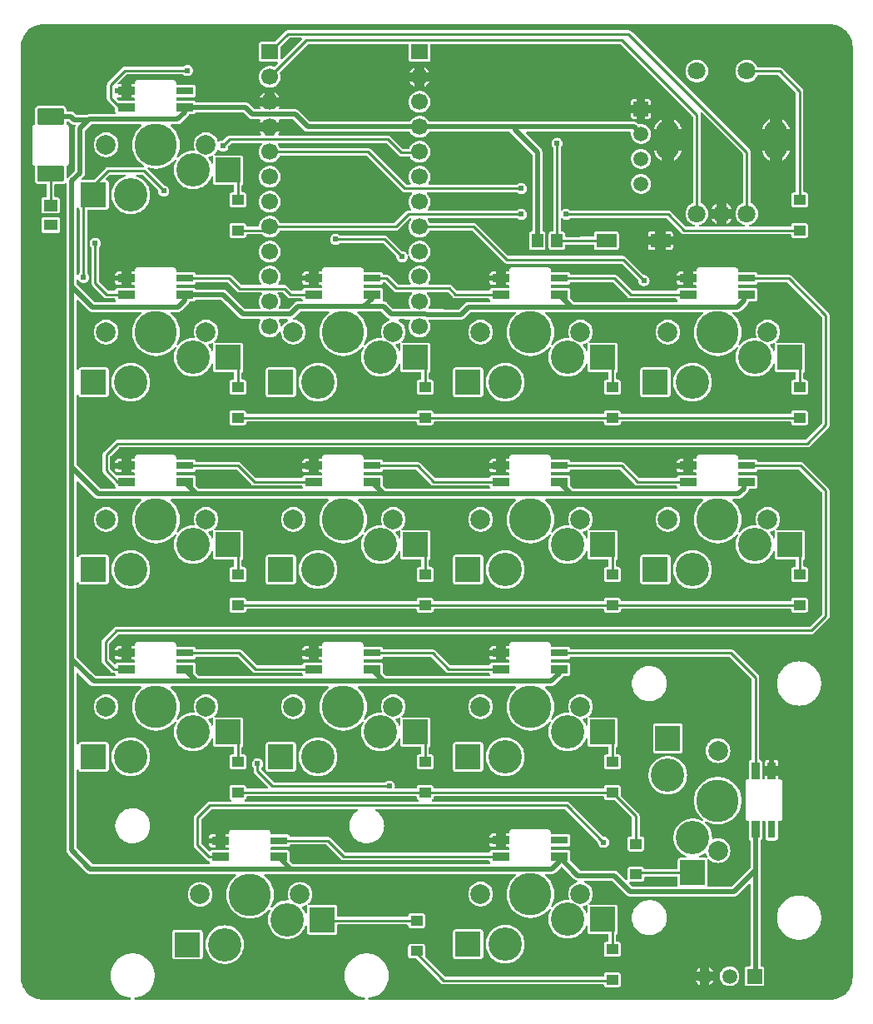
<source format=gbl>
G04 Layer: BottomLayer*
G04 EasyEDA v6.5.48, 2025-01-23 00:24:19*
G04 679677d7e51945128001c62092012e12,98668e1c1e3843b3a942620e40044077,10*
G04 Gerber Generator version 0.2*
G04 Scale: 100 percent, Rotated: No, Reflected: No *
G04 Dimensions in inches *
G04 leading zeros omitted , absolute positions ,3 integer and 6 decimal *
%FSLAX36Y36*%
%MOIN*%

%AMMACRO1*21,1,$1,$2,0,0,$3*%
%ADD10C,0.0200*%
%ADD11C,0.0100*%
%ADD12MACRO1,0.0787X0.0551X0.0000*%
%ADD13MACRO1,0.0788X0.0551X0.0000*%
%ADD14MACRO1,0.0542X0.0446X-90.0000*%
%ADD15R,0.0542X0.0446*%
%ADD16MACRO1,0.0542X0.0446X0.0000*%
%ADD17MACRO1,0.0394X0.0472X90.0000*%
%ADD18MACRO1,0.0394X0.0472X-90.0000*%
%ADD19R,0.1004X0.0984*%
%ADD20R,0.0709X0.0295*%
%ADD21R,0.0709X0.0323*%
%ADD22R,0.0984X0.1004*%
%ADD23R,0.0295X0.0709*%
%ADD24R,0.0323X0.0709*%
%ADD25MACRO1,0.1004X0.0984X0.0000*%
%ADD26MACRO1,0.059X0.059X0.0000*%
%ADD27C,0.0590*%
%ADD28C,0.1339*%
%ADD29C,0.1700*%
%ADD30C,0.0787*%
%ADD31R,0.0591X0.0591*%
%ADD32C,0.0591*%
%ADD33R,0.0669X0.0600*%
%ADD34C,0.0669*%
%ADD35C,0.0709*%
%ADD36O,0.09055099999999999X0.15747999999999998*%
%ADD37C,0.0244*%
%ADD38C,0.0153*%

%LPD*%
G36*
X109560Y140620D02*
G01*
X101400Y140980D01*
X93780Y142000D01*
X86260Y143680D01*
X78920Y146020D01*
X71820Y148980D01*
X65000Y152540D01*
X58520Y156680D01*
X52420Y161380D01*
X46760Y166600D01*
X41580Y172280D01*
X36900Y178380D01*
X32780Y184880D01*
X29240Y191720D01*
X26320Y198840D01*
X24020Y206180D01*
X22360Y213700D01*
X21380Y221320D01*
X21040Y229140D01*
X21040Y3956860D01*
X21400Y3965020D01*
X22420Y3972640D01*
X24100Y3980160D01*
X26440Y3987500D01*
X29400Y3994600D01*
X32960Y4001420D01*
X37100Y4007900D01*
X41800Y4014000D01*
X47020Y4019660D01*
X52699Y4024840D01*
X58800Y4029520D01*
X65300Y4033639D01*
X72140Y4037180D01*
X79260Y4040100D01*
X86600Y4042400D01*
X94120Y4044060D01*
X101740Y4045040D01*
X109560Y4045380D01*
X3264440Y4045380D01*
X3272600Y4045020D01*
X3280220Y4044000D01*
X3287740Y4042320D01*
X3295080Y4039980D01*
X3302180Y4037020D01*
X3309000Y4033460D01*
X3315480Y4029320D01*
X3321580Y4024620D01*
X3327240Y4019400D01*
X3332420Y4013720D01*
X3337100Y4007620D01*
X3341220Y4001120D01*
X3344760Y3994280D01*
X3347679Y3987160D01*
X3349980Y3979820D01*
X3351640Y3972300D01*
X3352620Y3964680D01*
X3352960Y3956860D01*
X3352960Y229140D01*
X3352600Y220980D01*
X3351580Y213359D01*
X3349900Y205840D01*
X3347559Y198500D01*
X3344620Y191400D01*
X3341040Y184579D01*
X3336900Y178100D01*
X3332200Y172000D01*
X3326980Y166340D01*
X3321300Y161160D01*
X3315200Y156480D01*
X3308700Y152360D01*
X3301860Y148820D01*
X3294740Y145900D01*
X3287400Y143600D01*
X3279880Y141940D01*
X3272260Y140960D01*
X3264440Y140620D01*
X1416440Y140620D01*
X1414780Y140980D01*
X1413420Y142000D01*
X1412600Y143500D01*
X1412500Y145200D01*
X1413100Y146780D01*
X1414300Y147980D01*
X1415900Y148580D01*
X1422460Y149500D01*
X1430420Y151360D01*
X1438160Y153960D01*
X1445640Y157260D01*
X1452800Y161240D01*
X1459540Y165859D01*
X1465840Y171100D01*
X1471620Y176880D01*
X1476840Y183160D01*
X1481459Y189920D01*
X1485440Y197060D01*
X1488740Y204540D01*
X1491339Y212300D01*
X1493220Y220260D01*
X1494340Y228359D01*
X1494720Y236520D01*
X1494340Y244700D01*
X1493220Y252800D01*
X1491339Y260760D01*
X1488740Y268520D01*
X1485440Y276000D01*
X1481459Y283140D01*
X1476840Y289900D01*
X1471620Y296180D01*
X1465840Y301960D01*
X1459540Y307200D01*
X1452800Y311820D01*
X1445640Y315800D01*
X1438160Y319100D01*
X1430420Y321700D01*
X1422460Y323560D01*
X1414360Y324700D01*
X1406180Y325080D01*
X1398020Y324700D01*
X1389900Y323560D01*
X1381940Y321700D01*
X1374199Y319100D01*
X1366720Y315800D01*
X1359560Y311820D01*
X1352820Y307200D01*
X1346519Y301960D01*
X1340740Y296180D01*
X1335520Y289900D01*
X1330900Y283140D01*
X1326920Y276000D01*
X1323620Y268520D01*
X1321020Y260760D01*
X1319139Y252800D01*
X1318020Y244700D01*
X1317640Y236520D01*
X1318020Y228359D01*
X1319139Y220260D01*
X1321020Y212300D01*
X1323620Y204540D01*
X1326920Y197060D01*
X1330900Y189920D01*
X1335520Y183160D01*
X1340740Y176880D01*
X1346519Y171100D01*
X1352820Y165859D01*
X1359560Y161240D01*
X1366720Y157260D01*
X1374199Y153960D01*
X1381940Y151360D01*
X1389900Y149500D01*
X1396459Y148580D01*
X1398060Y147980D01*
X1399259Y146780D01*
X1399860Y145200D01*
X1399760Y143500D01*
X1398940Y142000D01*
X1397580Y140980D01*
X1395920Y140620D01*
X479120Y140620D01*
X477460Y140980D01*
X476100Y142000D01*
X475280Y143500D01*
X475180Y145200D01*
X475780Y146780D01*
X476980Y147980D01*
X478579Y148580D01*
X485140Y149500D01*
X493100Y151360D01*
X500840Y153960D01*
X508320Y157260D01*
X515480Y161240D01*
X522220Y165859D01*
X528520Y171100D01*
X534300Y176880D01*
X539520Y183160D01*
X544140Y189920D01*
X548120Y197060D01*
X551420Y204540D01*
X554020Y212300D01*
X555900Y220260D01*
X557020Y228359D01*
X557400Y236520D01*
X557020Y244700D01*
X555900Y252800D01*
X554020Y260760D01*
X551420Y268520D01*
X548120Y276000D01*
X544140Y283140D01*
X539520Y289900D01*
X534300Y296180D01*
X528520Y301960D01*
X522220Y307200D01*
X515480Y311820D01*
X508320Y315800D01*
X500840Y319100D01*
X493100Y321700D01*
X485140Y323560D01*
X477040Y324700D01*
X468860Y325080D01*
X460700Y324700D01*
X452580Y323560D01*
X444620Y321700D01*
X436880Y319100D01*
X429400Y315800D01*
X422239Y311820D01*
X415500Y307200D01*
X409200Y301960D01*
X403420Y296180D01*
X398200Y289900D01*
X393579Y283140D01*
X389600Y276000D01*
X386300Y268520D01*
X383700Y260760D01*
X381820Y252800D01*
X380700Y244700D01*
X380319Y236520D01*
X380700Y228359D01*
X381820Y220260D01*
X383700Y212300D01*
X386300Y204540D01*
X389600Y197060D01*
X393579Y189920D01*
X398200Y183160D01*
X403420Y176880D01*
X409200Y171100D01*
X415500Y165859D01*
X422239Y161240D01*
X429400Y157260D01*
X436880Y153960D01*
X444620Y151360D01*
X452580Y149500D01*
X459140Y148580D01*
X460740Y147980D01*
X461940Y146780D01*
X462540Y145200D01*
X462440Y143500D01*
X461620Y142000D01*
X460260Y140980D01*
X458600Y140620D01*
G37*

%LPC*%
G36*
X2367280Y190340D02*
G01*
X2414080Y190340D01*
X2416560Y190620D01*
X2418720Y191380D01*
X2420640Y192600D01*
X2422260Y194200D01*
X2423460Y196140D01*
X2424220Y198280D01*
X2424500Y200780D01*
X2424500Y239700D01*
X2424220Y242180D01*
X2423460Y244340D01*
X2422260Y246260D01*
X2420640Y247880D01*
X2418720Y249080D01*
X2416560Y249840D01*
X2414080Y250120D01*
X2367280Y250120D01*
X2364780Y249840D01*
X2362640Y249080D01*
X2360720Y247880D01*
X2359100Y246260D01*
X2357880Y244340D01*
X2357140Y242180D01*
X2356860Y239700D01*
X2356860Y236200D01*
X2356540Y234660D01*
X2355680Y233380D01*
X2354380Y232500D01*
X2352860Y232200D01*
X1723959Y232200D01*
X1722420Y232500D01*
X1721120Y233380D01*
X1641420Y313080D01*
X1640560Y314360D01*
X1640260Y315900D01*
X1640260Y354140D01*
X1639980Y356620D01*
X1639220Y358780D01*
X1638000Y360700D01*
X1636399Y362320D01*
X1634460Y363540D01*
X1632320Y364280D01*
X1629820Y364560D01*
X1583040Y364560D01*
X1580540Y364280D01*
X1578400Y363540D01*
X1576459Y362320D01*
X1574860Y360700D01*
X1573640Y358780D01*
X1572900Y356620D01*
X1572620Y354140D01*
X1572620Y315220D01*
X1572900Y312720D01*
X1573640Y310580D01*
X1574860Y308660D01*
X1576459Y307040D01*
X1578400Y305820D01*
X1580540Y305080D01*
X1583040Y304800D01*
X1605060Y304800D01*
X1606579Y304480D01*
X1607880Y303620D01*
X1705120Y206400D01*
X1707560Y204380D01*
X1710200Y202979D01*
X1713040Y202120D01*
X1716200Y201800D01*
X2353160Y201800D01*
X2354580Y201540D01*
X2355820Y200799D01*
X2356700Y199660D01*
X2357880Y196140D01*
X2359100Y194200D01*
X2360720Y192600D01*
X2362640Y191380D01*
X2364780Y190620D01*
G37*
G36*
X2930160Y194680D02*
G01*
X2988720Y194680D01*
X2991200Y194960D01*
X2993360Y195720D01*
X2995280Y196920D01*
X2996900Y198540D01*
X2998100Y200460D01*
X2998860Y202620D01*
X2999140Y205100D01*
X2999140Y263660D01*
X2998860Y266140D01*
X2998100Y268300D01*
X2996900Y270220D01*
X2995280Y271840D01*
X2993360Y273040D01*
X2991200Y273800D01*
X2988720Y274080D01*
X2987720Y274080D01*
X2986180Y274380D01*
X2984900Y275260D01*
X2984020Y276540D01*
X2983720Y278080D01*
X2983720Y776460D01*
X2983940Y777780D01*
X2984600Y778960D01*
X2985980Y780080D01*
X2987580Y781700D01*
X2988800Y783620D01*
X2989540Y785780D01*
X2989820Y788259D01*
X2989820Y852280D01*
X2990140Y853800D01*
X2991000Y855100D01*
X2992300Y855960D01*
X2993820Y856280D01*
X2999520Y856280D01*
X3001060Y855960D01*
X3002340Y855100D01*
X3003220Y853800D01*
X3003519Y852280D01*
X3003519Y788259D01*
X3003800Y785780D01*
X3004560Y783620D01*
X3005760Y781700D01*
X3007380Y780080D01*
X3009300Y778880D01*
X3011460Y778120D01*
X3013940Y777840D01*
X3043020Y777840D01*
X3045520Y778120D01*
X3047660Y778880D01*
X3049600Y780080D01*
X3051200Y781700D01*
X3052420Y783620D01*
X3053159Y785780D01*
X3053440Y788259D01*
X3053440Y852280D01*
X3053759Y853800D01*
X3054620Y855100D01*
X3055920Y855960D01*
X3057440Y856280D01*
X3061259Y856280D01*
X3063740Y856560D01*
X3065899Y857300D01*
X3067820Y858520D01*
X3069440Y860140D01*
X3070659Y862060D01*
X3071400Y864200D01*
X3071680Y866700D01*
X3071680Y1012240D01*
X3071400Y1014740D01*
X3070659Y1016880D01*
X3069440Y1018820D01*
X3067820Y1020420D01*
X3065899Y1021640D01*
X3063740Y1022400D01*
X3061259Y1022680D01*
X3058820Y1022680D01*
X3057280Y1022980D01*
X3056000Y1023840D01*
X3055120Y1025140D01*
X3054820Y1026680D01*
X3054820Y1035260D01*
X3039040Y1035260D01*
X3039040Y1026680D01*
X3038740Y1025140D01*
X3037880Y1023840D01*
X3036580Y1022980D01*
X3035040Y1022680D01*
X3021900Y1022680D01*
X3020380Y1022980D01*
X3019080Y1023840D01*
X3018220Y1025140D01*
X3017900Y1026680D01*
X3017900Y1035260D01*
X3002140Y1035260D01*
X3002140Y1026680D01*
X3001840Y1025140D01*
X3000960Y1023840D01*
X2999660Y1022980D01*
X2998140Y1022680D01*
X2993820Y1022680D01*
X2992300Y1022980D01*
X2991000Y1023840D01*
X2990140Y1025140D01*
X2989820Y1026680D01*
X2989820Y1090680D01*
X2989540Y1093180D01*
X2988800Y1095320D01*
X2987580Y1097260D01*
X2985980Y1098860D01*
X2984040Y1100060D01*
X2981420Y1100980D01*
X2980000Y1101820D01*
X2979060Y1103160D01*
X2978720Y1104760D01*
X2978720Y1430280D01*
X2978399Y1433440D01*
X2977540Y1436279D01*
X2976139Y1438920D01*
X2974120Y1441360D01*
X2876340Y1539139D01*
X2873900Y1541160D01*
X2871259Y1542560D01*
X2868420Y1543420D01*
X2865260Y1543740D01*
X2225340Y1543740D01*
X2223740Y1544079D01*
X2222400Y1545020D01*
X2221560Y1546420D01*
X2221120Y1547680D01*
X2219900Y1549600D01*
X2218300Y1551220D01*
X2216360Y1552420D01*
X2214220Y1553180D01*
X2211720Y1553460D01*
X2147720Y1553460D01*
X2146180Y1553760D01*
X2144880Y1554640D01*
X2144020Y1555920D01*
X2143720Y1557460D01*
X2143720Y1561279D01*
X2143440Y1563760D01*
X2142680Y1565900D01*
X2141480Y1567840D01*
X2139860Y1569440D01*
X2137940Y1570660D01*
X2135780Y1571420D01*
X2133300Y1571699D01*
X1987740Y1571699D01*
X1985260Y1571420D01*
X1983100Y1570660D01*
X1981180Y1569440D01*
X1979560Y1567840D01*
X1978340Y1565900D01*
X1977600Y1563760D01*
X1977320Y1561279D01*
X1977320Y1558839D01*
X1977020Y1557300D01*
X1976140Y1556000D01*
X1974840Y1555140D01*
X1973320Y1554840D01*
X1964740Y1554840D01*
X1964740Y1539060D01*
X1973320Y1539060D01*
X1974840Y1538760D01*
X1976140Y1537880D01*
X1977020Y1536600D01*
X1977320Y1535060D01*
X1977320Y1521920D01*
X1977020Y1520380D01*
X1976140Y1519079D01*
X1974840Y1518220D01*
X1973320Y1517920D01*
X1964740Y1517920D01*
X1964740Y1502140D01*
X1973320Y1502140D01*
X1974840Y1501840D01*
X1976140Y1500980D01*
X1977020Y1499680D01*
X1977320Y1498140D01*
X1977320Y1493839D01*
X1977020Y1492300D01*
X1976140Y1491000D01*
X1974840Y1490140D01*
X1973320Y1489840D01*
X1909300Y1489840D01*
X1906819Y1489560D01*
X1904660Y1488800D01*
X1902740Y1487600D01*
X1901120Y1485980D01*
X1899920Y1484060D01*
X1899019Y1481440D01*
X1898180Y1480020D01*
X1896840Y1479079D01*
X1895240Y1478740D01*
X1742420Y1478740D01*
X1740880Y1479040D01*
X1739580Y1479920D01*
X1680340Y1539139D01*
X1677900Y1541160D01*
X1675260Y1542560D01*
X1672420Y1543420D01*
X1669259Y1543740D01*
X1475340Y1543740D01*
X1473740Y1544079D01*
X1472400Y1545020D01*
X1471560Y1546420D01*
X1471120Y1547680D01*
X1469900Y1549600D01*
X1468300Y1551220D01*
X1466360Y1552420D01*
X1464220Y1553180D01*
X1461720Y1553460D01*
X1397720Y1553460D01*
X1396180Y1553760D01*
X1394880Y1554640D01*
X1394019Y1555920D01*
X1393720Y1557460D01*
X1393720Y1561279D01*
X1393440Y1563760D01*
X1392680Y1565900D01*
X1391480Y1567840D01*
X1389860Y1569440D01*
X1387940Y1570660D01*
X1385780Y1571420D01*
X1383300Y1571699D01*
X1237740Y1571699D01*
X1235260Y1571420D01*
X1233100Y1570660D01*
X1231180Y1569440D01*
X1229560Y1567840D01*
X1228340Y1565900D01*
X1227600Y1563760D01*
X1227320Y1561279D01*
X1227320Y1558839D01*
X1227020Y1557300D01*
X1226140Y1556000D01*
X1224840Y1555140D01*
X1223320Y1554840D01*
X1214740Y1554840D01*
X1214740Y1539060D01*
X1223320Y1539060D01*
X1224840Y1538760D01*
X1226140Y1537880D01*
X1227020Y1536600D01*
X1227320Y1535060D01*
X1227320Y1521920D01*
X1227020Y1520380D01*
X1226140Y1519079D01*
X1224840Y1518220D01*
X1223320Y1517920D01*
X1214740Y1517920D01*
X1214740Y1502140D01*
X1223320Y1502140D01*
X1224840Y1501840D01*
X1226140Y1500980D01*
X1227020Y1499680D01*
X1227320Y1498140D01*
X1227320Y1493839D01*
X1227020Y1492300D01*
X1226140Y1491000D01*
X1224840Y1490140D01*
X1223320Y1489840D01*
X1159300Y1489840D01*
X1156820Y1489560D01*
X1154660Y1488800D01*
X1152740Y1487600D01*
X1151120Y1485980D01*
X1149920Y1484060D01*
X1149020Y1481440D01*
X1148180Y1480020D01*
X1146840Y1479079D01*
X1145240Y1478740D01*
X968420Y1478740D01*
X966880Y1479040D01*
X965580Y1479920D01*
X906340Y1539139D01*
X903900Y1541160D01*
X901260Y1542560D01*
X898420Y1543420D01*
X895260Y1543740D01*
X725340Y1543740D01*
X723740Y1544079D01*
X722400Y1545020D01*
X721560Y1546420D01*
X721120Y1547680D01*
X719900Y1549600D01*
X718300Y1551220D01*
X716360Y1552420D01*
X714220Y1553180D01*
X711720Y1553460D01*
X647720Y1553460D01*
X646180Y1553760D01*
X644880Y1554640D01*
X644020Y1555920D01*
X643720Y1557460D01*
X643720Y1561279D01*
X643439Y1563760D01*
X642680Y1565900D01*
X641480Y1567840D01*
X639860Y1569440D01*
X637940Y1570660D01*
X635780Y1571420D01*
X633300Y1571699D01*
X487740Y1571699D01*
X485260Y1571420D01*
X483100Y1570660D01*
X481180Y1569440D01*
X479560Y1567840D01*
X478340Y1565900D01*
X477600Y1563760D01*
X477320Y1561279D01*
X477320Y1558839D01*
X477020Y1557300D01*
X476140Y1556000D01*
X474840Y1555140D01*
X473320Y1554840D01*
X464739Y1554840D01*
X464739Y1539060D01*
X473320Y1539060D01*
X474840Y1538760D01*
X476140Y1537880D01*
X477020Y1536600D01*
X477320Y1535060D01*
X477320Y1521920D01*
X477020Y1520380D01*
X476140Y1519079D01*
X474840Y1518220D01*
X473320Y1517920D01*
X464739Y1517920D01*
X464739Y1502140D01*
X473320Y1502140D01*
X474840Y1501840D01*
X476140Y1500980D01*
X477020Y1499680D01*
X477320Y1498140D01*
X477320Y1493839D01*
X477020Y1492300D01*
X476140Y1491000D01*
X474840Y1490140D01*
X473320Y1489840D01*
X409300Y1489840D01*
X406820Y1489560D01*
X404660Y1488800D01*
X402740Y1487600D01*
X401120Y1485980D01*
X400480Y1484940D01*
X399500Y1483880D01*
X398240Y1483240D01*
X396820Y1483080D01*
X395439Y1483420D01*
X394260Y1484240D01*
X376380Y1502120D01*
X375500Y1503420D01*
X375200Y1504960D01*
X375200Y1565040D01*
X375500Y1566579D01*
X376380Y1567880D01*
X411120Y1602620D01*
X412420Y1603500D01*
X413960Y1603800D01*
X3187799Y1603800D01*
X3190960Y1604120D01*
X3193800Y1604980D01*
X3196440Y1606380D01*
X3198880Y1608400D01*
X3255600Y1665120D01*
X3257620Y1667560D01*
X3259020Y1670200D01*
X3259880Y1673040D01*
X3260200Y1676200D01*
X3260200Y2177800D01*
X3259880Y2180960D01*
X3259020Y2183800D01*
X3257620Y2186440D01*
X3255600Y2188880D01*
X3155340Y2289140D01*
X3152900Y2291160D01*
X3150260Y2292560D01*
X3147420Y2293420D01*
X3144260Y2293740D01*
X2975440Y2293740D01*
X2973840Y2294080D01*
X2972500Y2295020D01*
X2971660Y2296420D01*
X2971220Y2297680D01*
X2970000Y2299600D01*
X2968399Y2301220D01*
X2966460Y2302420D01*
X2964320Y2303180D01*
X2961820Y2303460D01*
X2897820Y2303460D01*
X2896280Y2303760D01*
X2894980Y2304640D01*
X2894120Y2305920D01*
X2893820Y2307460D01*
X2893820Y2311280D01*
X2893540Y2313760D01*
X2892780Y2315900D01*
X2891580Y2317840D01*
X2889960Y2319440D01*
X2888039Y2320660D01*
X2885880Y2321420D01*
X2883399Y2321700D01*
X2737840Y2321700D01*
X2735360Y2321420D01*
X2733200Y2320660D01*
X2731280Y2319440D01*
X2729660Y2317840D01*
X2728440Y2315900D01*
X2727700Y2313760D01*
X2727420Y2311280D01*
X2727420Y2308840D01*
X2727120Y2307300D01*
X2726240Y2306000D01*
X2724940Y2305140D01*
X2723420Y2304840D01*
X2714840Y2304840D01*
X2714840Y2289060D01*
X2723420Y2289060D01*
X2724940Y2288760D01*
X2726240Y2287880D01*
X2727120Y2286600D01*
X2727420Y2285060D01*
X2727420Y2271920D01*
X2727120Y2270380D01*
X2726240Y2269080D01*
X2724940Y2268220D01*
X2723420Y2267920D01*
X2714840Y2267920D01*
X2714840Y2252140D01*
X2723420Y2252140D01*
X2724940Y2251840D01*
X2726240Y2250980D01*
X2727120Y2249680D01*
X2727420Y2248140D01*
X2727420Y2243840D01*
X2727120Y2242300D01*
X2726240Y2241000D01*
X2724940Y2240140D01*
X2723420Y2239840D01*
X2659400Y2239840D01*
X2656920Y2239560D01*
X2654760Y2238800D01*
X2652840Y2237600D01*
X2651220Y2235980D01*
X2650020Y2234060D01*
X2649120Y2231440D01*
X2648279Y2230020D01*
X2646940Y2229080D01*
X2645340Y2228740D01*
X2499420Y2228740D01*
X2497880Y2229040D01*
X2496580Y2229920D01*
X2437340Y2289140D01*
X2434900Y2291160D01*
X2432260Y2292560D01*
X2429420Y2293420D01*
X2426260Y2293740D01*
X2225340Y2293740D01*
X2223740Y2294080D01*
X2222400Y2295020D01*
X2221560Y2296420D01*
X2221120Y2297680D01*
X2219900Y2299600D01*
X2218300Y2301220D01*
X2216360Y2302420D01*
X2214220Y2303180D01*
X2211720Y2303460D01*
X2147720Y2303460D01*
X2146180Y2303760D01*
X2144880Y2304640D01*
X2144020Y2305920D01*
X2143720Y2307460D01*
X2143720Y2311280D01*
X2143440Y2313760D01*
X2142680Y2315900D01*
X2141480Y2317840D01*
X2139860Y2319440D01*
X2137940Y2320660D01*
X2135780Y2321420D01*
X2133300Y2321700D01*
X1987740Y2321700D01*
X1985260Y2321420D01*
X1983100Y2320660D01*
X1981180Y2319440D01*
X1979560Y2317840D01*
X1978340Y2315900D01*
X1977600Y2313760D01*
X1977320Y2311280D01*
X1977320Y2308840D01*
X1977020Y2307300D01*
X1976140Y2306000D01*
X1974840Y2305140D01*
X1973320Y2304840D01*
X1964740Y2304840D01*
X1964740Y2289060D01*
X1973320Y2289060D01*
X1974840Y2288760D01*
X1976140Y2287880D01*
X1977020Y2286600D01*
X1977320Y2285060D01*
X1977320Y2271920D01*
X1977020Y2270380D01*
X1976140Y2269080D01*
X1974840Y2268220D01*
X1973320Y2267920D01*
X1964740Y2267920D01*
X1964740Y2252140D01*
X1973320Y2252140D01*
X1974840Y2251840D01*
X1976140Y2250980D01*
X1977020Y2249680D01*
X1977320Y2248140D01*
X1977320Y2243840D01*
X1977020Y2242300D01*
X1976140Y2241000D01*
X1974840Y2240140D01*
X1973320Y2239840D01*
X1909300Y2239840D01*
X1906819Y2239560D01*
X1904660Y2238800D01*
X1902740Y2237600D01*
X1901120Y2235980D01*
X1899920Y2234060D01*
X1899019Y2231440D01*
X1898180Y2230020D01*
X1896840Y2229080D01*
X1895240Y2228740D01*
X1682420Y2228740D01*
X1680880Y2229040D01*
X1679580Y2229920D01*
X1620340Y2289140D01*
X1617900Y2291160D01*
X1615260Y2292560D01*
X1612420Y2293420D01*
X1609259Y2293740D01*
X1475340Y2293740D01*
X1473740Y2294080D01*
X1472400Y2295020D01*
X1471560Y2296420D01*
X1471120Y2297680D01*
X1469900Y2299600D01*
X1468300Y2301220D01*
X1466360Y2302420D01*
X1464220Y2303180D01*
X1461720Y2303460D01*
X1397720Y2303460D01*
X1396180Y2303760D01*
X1394880Y2304640D01*
X1394019Y2305920D01*
X1393720Y2307460D01*
X1393720Y2311280D01*
X1393440Y2313760D01*
X1392680Y2315900D01*
X1391480Y2317840D01*
X1389860Y2319440D01*
X1387940Y2320660D01*
X1385780Y2321420D01*
X1383300Y2321700D01*
X1237740Y2321700D01*
X1235260Y2321420D01*
X1233100Y2320660D01*
X1231180Y2319440D01*
X1229560Y2317840D01*
X1228340Y2315900D01*
X1227600Y2313760D01*
X1227320Y2311280D01*
X1227320Y2308840D01*
X1227020Y2307300D01*
X1226140Y2306000D01*
X1224840Y2305140D01*
X1223320Y2304840D01*
X1214740Y2304840D01*
X1214740Y2289060D01*
X1223320Y2289060D01*
X1224840Y2288760D01*
X1226140Y2287880D01*
X1227020Y2286600D01*
X1227320Y2285060D01*
X1227320Y2271920D01*
X1227020Y2270380D01*
X1226140Y2269080D01*
X1224840Y2268220D01*
X1223320Y2267920D01*
X1214740Y2267920D01*
X1214740Y2252140D01*
X1223320Y2252140D01*
X1224840Y2251840D01*
X1226140Y2250980D01*
X1227020Y2249680D01*
X1227320Y2248140D01*
X1227320Y2243840D01*
X1227020Y2242300D01*
X1226140Y2241000D01*
X1224840Y2240140D01*
X1223320Y2239840D01*
X1159300Y2239840D01*
X1156820Y2239560D01*
X1154660Y2238800D01*
X1152740Y2237600D01*
X1151120Y2235980D01*
X1149920Y2234060D01*
X1149020Y2231440D01*
X1148180Y2230020D01*
X1146840Y2229080D01*
X1145240Y2228740D01*
X964419Y2228740D01*
X962880Y2229040D01*
X961580Y2229920D01*
X902340Y2289140D01*
X899900Y2291160D01*
X897260Y2292560D01*
X894419Y2293420D01*
X891260Y2293740D01*
X725340Y2293740D01*
X723740Y2294080D01*
X722400Y2295020D01*
X721560Y2296420D01*
X721120Y2297680D01*
X719900Y2299600D01*
X718300Y2301220D01*
X716360Y2302420D01*
X714220Y2303180D01*
X711720Y2303460D01*
X647720Y2303460D01*
X646180Y2303760D01*
X644880Y2304640D01*
X644020Y2305920D01*
X643720Y2307460D01*
X643720Y2311280D01*
X643439Y2313760D01*
X642680Y2315900D01*
X641480Y2317840D01*
X639860Y2319440D01*
X637940Y2320660D01*
X635780Y2321420D01*
X633300Y2321700D01*
X487740Y2321700D01*
X485260Y2321420D01*
X483100Y2320660D01*
X481180Y2319440D01*
X479560Y2317840D01*
X478340Y2315900D01*
X477600Y2313760D01*
X477320Y2311280D01*
X477320Y2308840D01*
X477020Y2307300D01*
X476140Y2306000D01*
X474840Y2305140D01*
X473320Y2304840D01*
X464739Y2304840D01*
X464739Y2289060D01*
X473320Y2289060D01*
X474840Y2288760D01*
X476140Y2287880D01*
X477020Y2286600D01*
X477320Y2285060D01*
X477320Y2271920D01*
X477020Y2270380D01*
X476140Y2269080D01*
X474840Y2268220D01*
X473320Y2267920D01*
X464739Y2267920D01*
X464739Y2252140D01*
X473320Y2252140D01*
X474840Y2251840D01*
X476140Y2250980D01*
X477020Y2249680D01*
X477320Y2248140D01*
X477320Y2243840D01*
X477020Y2242300D01*
X476140Y2241000D01*
X474840Y2240140D01*
X473320Y2239840D01*
X409340Y2239840D01*
X406240Y2239440D01*
X405020Y2239480D01*
X403880Y2239880D01*
X402900Y2240580D01*
X380379Y2263120D01*
X379500Y2264420D01*
X379200Y2265960D01*
X379200Y2315040D01*
X379500Y2316580D01*
X380379Y2317880D01*
X413120Y2350620D01*
X414420Y2351500D01*
X415959Y2351800D01*
X3169800Y2351800D01*
X3172960Y2352120D01*
X3175800Y2352980D01*
X3178440Y2354380D01*
X3180880Y2356400D01*
X3255600Y2431120D01*
X3257620Y2433560D01*
X3259020Y2436200D01*
X3259880Y2439040D01*
X3260200Y2442200D01*
X3260200Y2879800D01*
X3259880Y2882960D01*
X3259020Y2885800D01*
X3257620Y2888440D01*
X3255600Y2890880D01*
X3107320Y3039160D01*
X3104880Y3041180D01*
X3102240Y3042580D01*
X3099400Y3043440D01*
X3096240Y3043759D01*
X2975419Y3043759D01*
X2973820Y3044100D01*
X2972480Y3045040D01*
X2971640Y3046440D01*
X2971180Y3047740D01*
X2969980Y3049660D01*
X2968360Y3051280D01*
X2966440Y3052480D01*
X2964280Y3053240D01*
X2961800Y3053519D01*
X2897780Y3053519D01*
X2896259Y3053820D01*
X2894960Y3054700D01*
X2894100Y3055980D01*
X2893780Y3057520D01*
X2893780Y3061340D01*
X2893500Y3063820D01*
X2892760Y3065960D01*
X2891540Y3067900D01*
X2889920Y3069500D01*
X2888000Y3070720D01*
X2885860Y3071480D01*
X2883360Y3071760D01*
X2737820Y3071760D01*
X2735320Y3071480D01*
X2733180Y3070720D01*
X2731240Y3069500D01*
X2729640Y3067900D01*
X2728420Y3065960D01*
X2727660Y3063820D01*
X2727380Y3061340D01*
X2727380Y3058900D01*
X2727080Y3057360D01*
X2726220Y3056060D01*
X2724920Y3055200D01*
X2723380Y3054900D01*
X2714800Y3054900D01*
X2714800Y3039120D01*
X2723380Y3039120D01*
X2724920Y3038820D01*
X2726220Y3037940D01*
X2727080Y3036660D01*
X2727380Y3035120D01*
X2727380Y3021980D01*
X2727080Y3020440D01*
X2726220Y3019140D01*
X2724920Y3018279D01*
X2723380Y3017980D01*
X2714800Y3017980D01*
X2714800Y3002200D01*
X2723380Y3002200D01*
X2724920Y3001900D01*
X2726220Y3001040D01*
X2727080Y2999740D01*
X2727380Y2998200D01*
X2727380Y2993900D01*
X2727080Y2992360D01*
X2726220Y2991060D01*
X2724920Y2990200D01*
X2723380Y2989900D01*
X2659380Y2989900D01*
X2656880Y2989620D01*
X2654740Y2988860D01*
X2652799Y2987660D01*
X2651200Y2986040D01*
X2650000Y2984120D01*
X2649080Y2981420D01*
X2648240Y2980000D01*
X2646900Y2979040D01*
X2645299Y2978700D01*
X2471460Y2978700D01*
X2469920Y2979000D01*
X2468640Y2979880D01*
X2409400Y3039200D01*
X2406940Y3041220D01*
X2404320Y3042620D01*
X2401480Y3043480D01*
X2398320Y3043800D01*
X2225380Y3043800D01*
X2223780Y3044140D01*
X2222460Y3045080D01*
X2221600Y3046480D01*
X2221180Y3047740D01*
X2219960Y3049660D01*
X2218340Y3051280D01*
X2216420Y3052480D01*
X2214260Y3053240D01*
X2211780Y3053519D01*
X2147780Y3053519D01*
X2146240Y3053820D01*
X2144940Y3054700D01*
X2144080Y3055980D01*
X2143780Y3057520D01*
X2143780Y3061340D01*
X2143480Y3063820D01*
X2142740Y3065960D01*
X2141520Y3067900D01*
X2139920Y3069500D01*
X2137980Y3070720D01*
X2135840Y3071480D01*
X2133340Y3071760D01*
X1987800Y3071760D01*
X1985300Y3071480D01*
X1983160Y3070720D01*
X1981220Y3069500D01*
X1979620Y3067900D01*
X1978400Y3065960D01*
X1977660Y3063820D01*
X1977380Y3061340D01*
X1977380Y3058900D01*
X1977060Y3057360D01*
X1976200Y3056060D01*
X1974900Y3055200D01*
X1973380Y3054900D01*
X1964780Y3054900D01*
X1964780Y3039120D01*
X1973380Y3039120D01*
X1974900Y3038820D01*
X1976200Y3037940D01*
X1977060Y3036660D01*
X1977380Y3035120D01*
X1977380Y3021980D01*
X1977060Y3020440D01*
X1976200Y3019140D01*
X1974900Y3018279D01*
X1973380Y3017980D01*
X1964780Y3017980D01*
X1964780Y3002200D01*
X1973380Y3002200D01*
X1974900Y3001900D01*
X1976200Y3001040D01*
X1977060Y2999740D01*
X1977380Y2998200D01*
X1977380Y2993900D01*
X1977060Y2992360D01*
X1976200Y2991060D01*
X1974900Y2990200D01*
X1973380Y2989900D01*
X1909360Y2989900D01*
X1906879Y2989620D01*
X1904720Y2988860D01*
X1902800Y2987660D01*
X1901180Y2986040D01*
X1899980Y2984120D01*
X1899060Y2981420D01*
X1898220Y2980000D01*
X1896879Y2979040D01*
X1895280Y2978700D01*
X1770460Y2978700D01*
X1768920Y2979000D01*
X1767620Y2979880D01*
X1748880Y2998600D01*
X1746440Y3000620D01*
X1743800Y3002020D01*
X1740960Y3002880D01*
X1737800Y3003200D01*
X1656620Y3003200D01*
X1654960Y3003560D01*
X1653600Y3004580D01*
X1652780Y3006080D01*
X1652680Y3007780D01*
X1653280Y3009380D01*
X1656040Y3013620D01*
X1658460Y3018660D01*
X1660220Y3023980D01*
X1661300Y3029460D01*
X1661660Y3035040D01*
X1661300Y3040640D01*
X1660220Y3046120D01*
X1658460Y3051440D01*
X1656040Y3056480D01*
X1652980Y3061160D01*
X1649360Y3065419D01*
X1645220Y3069180D01*
X1640640Y3072380D01*
X1635680Y3074960D01*
X1630420Y3076900D01*
X1624960Y3078140D01*
X1619400Y3078680D01*
X1613800Y3078500D01*
X1608280Y3077620D01*
X1602920Y3076019D01*
X1597800Y3073759D01*
X1593020Y3070860D01*
X1588640Y3067360D01*
X1584760Y3063340D01*
X1581420Y3058860D01*
X1578660Y3054000D01*
X1576560Y3048800D01*
X1575140Y3043399D01*
X1574440Y3037840D01*
X1574440Y3032260D01*
X1575140Y3026700D01*
X1576560Y3021300D01*
X1578660Y3016100D01*
X1581420Y3011240D01*
X1582640Y3009600D01*
X1583360Y3007980D01*
X1583320Y3006240D01*
X1582520Y3004660D01*
X1581140Y3003580D01*
X1579440Y3003200D01*
X1533899Y3003200D01*
X1532380Y3003500D01*
X1531080Y3004380D01*
X1496279Y3039160D01*
X1493820Y3041180D01*
X1491200Y3042580D01*
X1488360Y3043440D01*
X1485200Y3043759D01*
X1475380Y3043759D01*
X1473779Y3044100D01*
X1472460Y3045040D01*
X1471600Y3046440D01*
X1471160Y3047740D01*
X1469940Y3049660D01*
X1468340Y3051280D01*
X1466399Y3052480D01*
X1464259Y3053240D01*
X1461759Y3053519D01*
X1397760Y3053519D01*
X1396220Y3053820D01*
X1394920Y3054700D01*
X1394060Y3055980D01*
X1393760Y3057520D01*
X1393760Y3061340D01*
X1393480Y3063820D01*
X1392720Y3065960D01*
X1391500Y3067900D01*
X1389900Y3069500D01*
X1387960Y3070720D01*
X1385820Y3071480D01*
X1383320Y3071760D01*
X1237780Y3071760D01*
X1235280Y3071480D01*
X1233140Y3070720D01*
X1231220Y3069500D01*
X1229600Y3067900D01*
X1228380Y3065960D01*
X1227640Y3063820D01*
X1227360Y3061340D01*
X1227360Y3058900D01*
X1227040Y3057360D01*
X1226180Y3056060D01*
X1224880Y3055200D01*
X1223360Y3054900D01*
X1214780Y3054900D01*
X1214780Y3039120D01*
X1223360Y3039120D01*
X1224880Y3038820D01*
X1226180Y3037940D01*
X1227040Y3036660D01*
X1227360Y3035120D01*
X1227360Y3021980D01*
X1227040Y3020440D01*
X1226180Y3019140D01*
X1224880Y3018279D01*
X1223360Y3017980D01*
X1214780Y3017980D01*
X1214780Y3002200D01*
X1223360Y3002200D01*
X1224880Y3001900D01*
X1226180Y3001040D01*
X1227040Y2999740D01*
X1227360Y2998200D01*
X1227360Y2993900D01*
X1227040Y2992360D01*
X1226180Y2991060D01*
X1224880Y2990200D01*
X1223360Y2989900D01*
X1159340Y2989900D01*
X1156860Y2989620D01*
X1154700Y2988860D01*
X1152780Y2987660D01*
X1151160Y2986040D01*
X1149960Y2984120D01*
X1149040Y2981420D01*
X1148220Y2980000D01*
X1146880Y2979040D01*
X1145260Y2978700D01*
X1108380Y2978700D01*
X1106840Y2979000D01*
X1105540Y2979880D01*
X1087900Y2997580D01*
X1085460Y2999600D01*
X1082840Y3001019D01*
X1080000Y3001880D01*
X1076800Y3002200D01*
X1055900Y3002200D01*
X1054420Y3002480D01*
X1053160Y3003300D01*
X1052280Y3004520D01*
X1051920Y3005980D01*
X1052120Y3007480D01*
X1052980Y3008940D01*
X1056040Y3013620D01*
X1058460Y3018660D01*
X1060220Y3023980D01*
X1061300Y3029460D01*
X1061660Y3035040D01*
X1061300Y3040640D01*
X1060220Y3046120D01*
X1058460Y3051440D01*
X1056040Y3056480D01*
X1052980Y3061160D01*
X1049360Y3065419D01*
X1045220Y3069180D01*
X1040639Y3072380D01*
X1035680Y3074960D01*
X1030420Y3076900D01*
X1024960Y3078140D01*
X1019400Y3078680D01*
X1013800Y3078500D01*
X1008280Y3077620D01*
X1002920Y3076019D01*
X997800Y3073759D01*
X993020Y3070860D01*
X988640Y3067360D01*
X984760Y3063340D01*
X981420Y3058860D01*
X978660Y3054000D01*
X976560Y3048800D01*
X975140Y3043399D01*
X974440Y3037840D01*
X974440Y3032260D01*
X975140Y3026700D01*
X976560Y3021300D01*
X978660Y3016100D01*
X981420Y3011240D01*
X983379Y3008600D01*
X984100Y3006980D01*
X984060Y3005240D01*
X983280Y3003660D01*
X981900Y3002580D01*
X980180Y3002200D01*
X904960Y3002200D01*
X903420Y3002500D01*
X902120Y3003380D01*
X866280Y3039200D01*
X863840Y3041220D01*
X861200Y3042620D01*
X858360Y3043480D01*
X855200Y3043800D01*
X725360Y3043800D01*
X723760Y3044140D01*
X722420Y3045080D01*
X721580Y3046480D01*
X721140Y3047740D01*
X719920Y3049660D01*
X718319Y3051280D01*
X716380Y3052480D01*
X714240Y3053240D01*
X711740Y3053519D01*
X647740Y3053519D01*
X646200Y3053820D01*
X644900Y3054700D01*
X644040Y3055980D01*
X643740Y3057520D01*
X643740Y3061340D01*
X643460Y3063820D01*
X642700Y3065960D01*
X641500Y3067900D01*
X639880Y3069500D01*
X637960Y3070720D01*
X635800Y3071480D01*
X633320Y3071760D01*
X487760Y3071760D01*
X485280Y3071480D01*
X483120Y3070720D01*
X481200Y3069500D01*
X479580Y3067900D01*
X478380Y3065960D01*
X477620Y3063820D01*
X477340Y3061340D01*
X477340Y3058900D01*
X477040Y3057360D01*
X476160Y3056060D01*
X474860Y3055200D01*
X473340Y3054900D01*
X464760Y3054900D01*
X464760Y3039120D01*
X473340Y3039120D01*
X474860Y3038820D01*
X476160Y3037940D01*
X477040Y3036660D01*
X477340Y3035120D01*
X477340Y3021980D01*
X477040Y3020440D01*
X476160Y3019140D01*
X474860Y3018279D01*
X473340Y3017980D01*
X464760Y3017980D01*
X464760Y3002200D01*
X473340Y3002200D01*
X474860Y3001900D01*
X476160Y3001040D01*
X477040Y2999740D01*
X477340Y2998200D01*
X477340Y2993900D01*
X477040Y2992360D01*
X476160Y2991060D01*
X474860Y2990200D01*
X473340Y2989900D01*
X409320Y2989900D01*
X406840Y2989620D01*
X404700Y2988860D01*
X402760Y2987660D01*
X401160Y2986040D01*
X399940Y2984120D01*
X399040Y2981460D01*
X398200Y2980040D01*
X396860Y2979080D01*
X395240Y2978740D01*
X373400Y2978740D01*
X371880Y2979060D01*
X370580Y2979920D01*
X335379Y3015120D01*
X334500Y3016420D01*
X334200Y3017960D01*
X334200Y3151000D01*
X334480Y3152500D01*
X335319Y3153780D01*
X336420Y3154940D01*
X338540Y3158080D01*
X340120Y3161540D01*
X341060Y3165220D01*
X341400Y3169000D01*
X341060Y3172780D01*
X340120Y3176460D01*
X338540Y3179920D01*
X336420Y3183060D01*
X333800Y3185800D01*
X330740Y3188060D01*
X327340Y3189780D01*
X323720Y3190880D01*
X319960Y3191380D01*
X316160Y3191200D01*
X312440Y3190400D01*
X308920Y3189000D01*
X305680Y3187000D01*
X302840Y3184500D01*
X300440Y3181540D01*
X298600Y3178220D01*
X297340Y3174640D01*
X296700Y3170899D01*
X296700Y3167100D01*
X297340Y3163360D01*
X298600Y3159780D01*
X300440Y3156460D01*
X302920Y3153420D01*
X303580Y3152240D01*
X303800Y3150899D01*
X303800Y3010200D01*
X304120Y3007040D01*
X304980Y3004200D01*
X306380Y3001560D01*
X308400Y2999120D01*
X354560Y2952940D01*
X357020Y2950920D01*
X359640Y2949520D01*
X362480Y2948660D01*
X365640Y2948340D01*
X395260Y2948340D01*
X396860Y2948020D01*
X398200Y2947060D01*
X399040Y2945640D01*
X399940Y2942980D01*
X402060Y2939740D01*
X402360Y2938200D01*
X402060Y2936660D01*
X401200Y2935380D01*
X399900Y2934500D01*
X398360Y2934200D01*
X317720Y2934200D01*
X316200Y2934500D01*
X314900Y2935380D01*
X246380Y3003900D01*
X245500Y3005200D01*
X245200Y3006720D01*
X245200Y3019860D01*
X245580Y3021560D01*
X246640Y3022940D01*
X248200Y3023740D01*
X249940Y3023800D01*
X251540Y3023120D01*
X252700Y3021820D01*
X253440Y3020460D01*
X255840Y3017500D01*
X258680Y3015000D01*
X261920Y3013000D01*
X265440Y3011600D01*
X269160Y3010800D01*
X272960Y3010620D01*
X276720Y3011120D01*
X280340Y3012220D01*
X283740Y3013940D01*
X286800Y3016200D01*
X289420Y3018940D01*
X291540Y3022080D01*
X293120Y3025539D01*
X294060Y3029220D01*
X294400Y3033000D01*
X294060Y3036780D01*
X293120Y3040460D01*
X291540Y3043920D01*
X289420Y3047060D01*
X288320Y3048220D01*
X287480Y3049500D01*
X287200Y3051000D01*
X287200Y3299160D01*
X287500Y3300680D01*
X288380Y3301980D01*
X289660Y3302860D01*
X291200Y3303159D01*
X362520Y3303159D01*
X365000Y3303440D01*
X367140Y3304200D01*
X369080Y3305400D01*
X370680Y3307020D01*
X371900Y3308940D01*
X372660Y3311100D01*
X372939Y3313580D01*
X372939Y3411560D01*
X372660Y3414040D01*
X371900Y3416200D01*
X370680Y3418120D01*
X369080Y3419740D01*
X367140Y3420960D01*
X365000Y3421700D01*
X363020Y3422200D01*
X361860Y3423140D01*
X361120Y3424420D01*
X360900Y3425880D01*
X361220Y3427340D01*
X362060Y3428560D01*
X376120Y3442620D01*
X377420Y3443500D01*
X378960Y3443800D01*
X436860Y3443800D01*
X438400Y3443480D01*
X439720Y3442580D01*
X440580Y3441259D01*
X440840Y3439680D01*
X440500Y3438140D01*
X439560Y3436860D01*
X438200Y3436040D01*
X432020Y3433820D01*
X425180Y3430580D01*
X418700Y3426700D01*
X412620Y3422180D01*
X407000Y3417100D01*
X401920Y3411500D01*
X397420Y3405419D01*
X393519Y3398920D01*
X390280Y3392080D01*
X387740Y3384960D01*
X385900Y3377620D01*
X384780Y3370140D01*
X384420Y3362580D01*
X384780Y3355020D01*
X385900Y3347520D01*
X387740Y3340179D01*
X390280Y3333060D01*
X393519Y3326220D01*
X397420Y3319720D01*
X401920Y3313639D01*
X407000Y3308039D01*
X412620Y3302960D01*
X418700Y3298440D01*
X425180Y3294560D01*
X432020Y3291320D01*
X439159Y3288759D01*
X446500Y3286920D01*
X453980Y3285820D01*
X461540Y3285440D01*
X469099Y3285820D01*
X476580Y3286920D01*
X483920Y3288759D01*
X491060Y3291320D01*
X497900Y3294560D01*
X504380Y3298440D01*
X510460Y3302960D01*
X516079Y3308039D01*
X521160Y3313639D01*
X525660Y3319720D01*
X529560Y3326220D01*
X532800Y3333060D01*
X535340Y3340179D01*
X537180Y3347520D01*
X538300Y3355020D01*
X538660Y3362580D01*
X538300Y3370140D01*
X537180Y3377620D01*
X535340Y3384960D01*
X532800Y3392080D01*
X529560Y3398920D01*
X525660Y3405419D01*
X521160Y3411500D01*
X516079Y3417100D01*
X510460Y3422180D01*
X504380Y3426700D01*
X497900Y3430580D01*
X491060Y3433820D01*
X484880Y3436040D01*
X483519Y3436860D01*
X482580Y3438140D01*
X482220Y3439680D01*
X482500Y3441259D01*
X483360Y3442580D01*
X484660Y3443480D01*
X486220Y3443800D01*
X506040Y3443800D01*
X507580Y3443500D01*
X508880Y3442620D01*
X569520Y3381980D01*
X570380Y3380680D01*
X570700Y3379160D01*
X570700Y3376100D01*
X571340Y3372360D01*
X572600Y3368780D01*
X574440Y3365460D01*
X576840Y3362500D01*
X579680Y3360000D01*
X582920Y3358000D01*
X586440Y3356600D01*
X590160Y3355800D01*
X593960Y3355620D01*
X597720Y3356120D01*
X601340Y3357220D01*
X604740Y3358940D01*
X607800Y3361200D01*
X610420Y3363940D01*
X612540Y3367080D01*
X614120Y3370539D01*
X615060Y3374220D01*
X615400Y3378000D01*
X615060Y3381780D01*
X614120Y3385460D01*
X612540Y3388920D01*
X610420Y3392060D01*
X607800Y3394800D01*
X604740Y3397060D01*
X601340Y3398780D01*
X597720Y3399880D01*
X595500Y3400179D01*
X594260Y3400539D01*
X593180Y3401320D01*
X529100Y3465380D01*
X528180Y3466860D01*
X527960Y3468580D01*
X528480Y3470220D01*
X529660Y3471500D01*
X531260Y3472160D01*
X533000Y3472080D01*
X541340Y3469780D01*
X549740Y3468240D01*
X558240Y3467480D01*
X566800Y3467480D01*
X575300Y3468240D01*
X583700Y3469780D01*
X591940Y3472040D01*
X599940Y3475040D01*
X607640Y3478759D01*
X614960Y3483140D01*
X621880Y3488159D01*
X628300Y3493780D01*
X634200Y3499940D01*
X636820Y3503220D01*
X638100Y3504260D01*
X639680Y3504720D01*
X641320Y3504480D01*
X642720Y3503600D01*
X643640Y3502240D01*
X643940Y3500620D01*
X643560Y3499020D01*
X640280Y3492080D01*
X637740Y3484960D01*
X635900Y3477620D01*
X634780Y3470140D01*
X634420Y3462580D01*
X634780Y3455020D01*
X635900Y3447520D01*
X637740Y3440179D01*
X640280Y3433060D01*
X643520Y3426220D01*
X647420Y3419720D01*
X651919Y3413639D01*
X657000Y3408039D01*
X662620Y3402960D01*
X668700Y3398440D01*
X675180Y3394560D01*
X682020Y3391320D01*
X689160Y3388759D01*
X696500Y3386920D01*
X703980Y3385820D01*
X711540Y3385440D01*
X719100Y3385820D01*
X726580Y3386920D01*
X733920Y3388759D01*
X741060Y3391320D01*
X747900Y3394560D01*
X754380Y3398440D01*
X760460Y3402960D01*
X766080Y3408039D01*
X771160Y3413639D01*
X775660Y3419720D01*
X779560Y3426220D01*
X782800Y3433060D01*
X783379Y3434680D01*
X784200Y3436040D01*
X785480Y3436980D01*
X787020Y3437340D01*
X788600Y3437060D01*
X789920Y3436200D01*
X790819Y3434900D01*
X791140Y3433340D01*
X791140Y3412580D01*
X791420Y3410100D01*
X792180Y3407940D01*
X793379Y3406019D01*
X795000Y3404400D01*
X796919Y3403200D01*
X799080Y3402440D01*
X801560Y3402160D01*
X871440Y3402160D01*
X872980Y3401860D01*
X874260Y3400980D01*
X875140Y3399680D01*
X875440Y3398159D01*
X875440Y3376220D01*
X875140Y3374700D01*
X874260Y3373399D01*
X872980Y3372540D01*
X871440Y3372220D01*
X867240Y3372220D01*
X864760Y3371940D01*
X862600Y3371200D01*
X860680Y3369980D01*
X859060Y3368380D01*
X857860Y3366440D01*
X857099Y3364300D01*
X856820Y3361800D01*
X856820Y3322880D01*
X857099Y3320400D01*
X857860Y3318240D01*
X859060Y3316320D01*
X860680Y3314700D01*
X862600Y3313500D01*
X864760Y3312740D01*
X867240Y3312460D01*
X914040Y3312460D01*
X916540Y3312740D01*
X918680Y3313500D01*
X920600Y3314700D01*
X922220Y3316320D01*
X923439Y3318240D01*
X924180Y3320400D01*
X924460Y3322880D01*
X924460Y3361800D01*
X924180Y3364300D01*
X923439Y3366440D01*
X922220Y3368380D01*
X920600Y3369980D01*
X918680Y3371200D01*
X916540Y3371940D01*
X914040Y3372220D01*
X909840Y3372220D01*
X908300Y3372540D01*
X907020Y3373399D01*
X906140Y3374700D01*
X905840Y3376220D01*
X905840Y3400779D01*
X906060Y3402100D01*
X906720Y3403279D01*
X908080Y3404400D01*
X909680Y3406019D01*
X910900Y3407940D01*
X911660Y3410100D01*
X911940Y3412580D01*
X911940Y3510560D01*
X911660Y3513039D01*
X910900Y3515200D01*
X909680Y3517120D01*
X908080Y3518740D01*
X906140Y3519960D01*
X904000Y3520700D01*
X901520Y3520980D01*
X801560Y3520980D01*
X799800Y3520779D01*
X798160Y3520940D01*
X796740Y3521720D01*
X795740Y3523020D01*
X795340Y3524600D01*
X795620Y3526220D01*
X796520Y3527580D01*
X799640Y3530700D01*
X803319Y3535419D01*
X806420Y3540539D01*
X806979Y3541760D01*
X807920Y3543080D01*
X809320Y3543900D01*
X810920Y3544100D01*
X812480Y3543660D01*
X816680Y3540000D01*
X819920Y3538000D01*
X823439Y3536600D01*
X827159Y3535800D01*
X830960Y3535620D01*
X834720Y3536120D01*
X838340Y3537220D01*
X841740Y3538940D01*
X844800Y3541200D01*
X847420Y3543940D01*
X849539Y3547080D01*
X851120Y3550539D01*
X852060Y3554220D01*
X852340Y3557520D01*
X852700Y3558860D01*
X853500Y3560020D01*
X863120Y3569620D01*
X864419Y3570500D01*
X865960Y3570800D01*
X982540Y3570800D01*
X984060Y3570500D01*
X985340Y3569640D01*
X986220Y3568360D01*
X986540Y3566840D01*
X986240Y3565320D01*
X985400Y3564020D01*
X984760Y3563340D01*
X981420Y3558860D01*
X978660Y3554000D01*
X976560Y3548800D01*
X975140Y3543399D01*
X974440Y3537840D01*
X974440Y3532260D01*
X975140Y3526700D01*
X976560Y3521300D01*
X978660Y3516100D01*
X981420Y3511240D01*
X984760Y3506760D01*
X988640Y3502740D01*
X993020Y3499240D01*
X997800Y3496340D01*
X1002920Y3494080D01*
X1008280Y3492480D01*
X1013800Y3491600D01*
X1019400Y3491420D01*
X1024960Y3491960D01*
X1030420Y3493200D01*
X1035680Y3495140D01*
X1040639Y3497720D01*
X1045220Y3500920D01*
X1049360Y3504680D01*
X1052980Y3508940D01*
X1056040Y3513620D01*
X1057940Y3517580D01*
X1058820Y3518780D01*
X1060080Y3519580D01*
X1061540Y3519840D01*
X1404000Y3519840D01*
X1405520Y3519540D01*
X1406819Y3518680D01*
X1548120Y3377400D01*
X1550560Y3375380D01*
X1553200Y3373980D01*
X1556040Y3373120D01*
X1559199Y3372799D01*
X1584460Y3372799D01*
X1585980Y3372500D01*
X1587280Y3371640D01*
X1588160Y3370360D01*
X1588460Y3368840D01*
X1588180Y3367320D01*
X1587340Y3366019D01*
X1584760Y3363340D01*
X1581420Y3358860D01*
X1578660Y3354000D01*
X1576560Y3348800D01*
X1575140Y3343399D01*
X1574440Y3337840D01*
X1574440Y3332260D01*
X1575140Y3326700D01*
X1576560Y3321300D01*
X1578660Y3316100D01*
X1581420Y3311240D01*
X1584880Y3306600D01*
X1585600Y3304980D01*
X1585560Y3303240D01*
X1584760Y3301660D01*
X1583380Y3300580D01*
X1581680Y3300200D01*
X1573200Y3300200D01*
X1570040Y3299880D01*
X1567200Y3299020D01*
X1564560Y3297620D01*
X1562120Y3295600D01*
X1517920Y3251420D01*
X1516620Y3250560D01*
X1515100Y3250240D01*
X1061540Y3250240D01*
X1060080Y3250520D01*
X1058820Y3251320D01*
X1057940Y3252520D01*
X1056040Y3256480D01*
X1052980Y3261160D01*
X1049360Y3265419D01*
X1045220Y3269180D01*
X1040639Y3272380D01*
X1035680Y3274960D01*
X1030420Y3276900D01*
X1024960Y3278140D01*
X1019400Y3278680D01*
X1013800Y3278500D01*
X1008280Y3277620D01*
X1002920Y3276019D01*
X997800Y3273759D01*
X993020Y3270860D01*
X988640Y3267360D01*
X984760Y3263340D01*
X981420Y3258860D01*
X978660Y3254000D01*
X976560Y3248800D01*
X975140Y3243399D01*
X974580Y3238980D01*
X974140Y3237620D01*
X973259Y3236500D01*
X972020Y3235760D01*
X970620Y3235500D01*
X928460Y3235500D01*
X927020Y3235760D01*
X925780Y3236540D01*
X924900Y3237700D01*
X924479Y3239120D01*
X924180Y3242280D01*
X923439Y3244400D01*
X922220Y3246320D01*
X920600Y3247940D01*
X918680Y3249140D01*
X916540Y3249900D01*
X914040Y3250179D01*
X867240Y3250179D01*
X864760Y3249900D01*
X862600Y3249140D01*
X860680Y3247940D01*
X859060Y3246320D01*
X857860Y3244400D01*
X857099Y3242240D01*
X856820Y3239760D01*
X856820Y3200840D01*
X857099Y3198340D01*
X857860Y3196200D01*
X859060Y3194260D01*
X860680Y3192660D01*
X862600Y3191440D01*
X864760Y3190700D01*
X867240Y3190419D01*
X914040Y3190419D01*
X916540Y3190700D01*
X918680Y3191440D01*
X920600Y3192660D01*
X922220Y3194260D01*
X923439Y3196200D01*
X924180Y3198320D01*
X924479Y3201480D01*
X924900Y3202900D01*
X925780Y3204060D01*
X927020Y3204840D01*
X928460Y3205100D01*
X984659Y3205100D01*
X986220Y3204780D01*
X987540Y3203880D01*
X988640Y3202740D01*
X993020Y3199240D01*
X997800Y3196340D01*
X1002920Y3194080D01*
X1008280Y3192480D01*
X1013800Y3191600D01*
X1019400Y3191420D01*
X1024960Y3191960D01*
X1030420Y3193200D01*
X1035680Y3195140D01*
X1040639Y3197720D01*
X1045220Y3200920D01*
X1049360Y3204680D01*
X1052980Y3208940D01*
X1056040Y3213620D01*
X1057940Y3217580D01*
X1058820Y3218780D01*
X1060080Y3219580D01*
X1061540Y3219840D01*
X1522860Y3219840D01*
X1526020Y3220160D01*
X1528860Y3221019D01*
X1531480Y3222420D01*
X1533940Y3224440D01*
X1578120Y3268620D01*
X1579420Y3269500D01*
X1581600Y3269800D01*
X1583300Y3269420D01*
X1584700Y3268340D01*
X1585480Y3266760D01*
X1585520Y3265020D01*
X1584800Y3263399D01*
X1581420Y3258860D01*
X1578660Y3254000D01*
X1576560Y3248800D01*
X1575140Y3243399D01*
X1574440Y3237840D01*
X1574440Y3232260D01*
X1575140Y3226700D01*
X1576560Y3221300D01*
X1578660Y3216100D01*
X1581420Y3211240D01*
X1584760Y3206760D01*
X1588640Y3202740D01*
X1593020Y3199240D01*
X1597800Y3196340D01*
X1602920Y3194080D01*
X1608280Y3192480D01*
X1613800Y3191600D01*
X1619400Y3191420D01*
X1624960Y3191960D01*
X1630420Y3193200D01*
X1635680Y3195140D01*
X1640640Y3197720D01*
X1645220Y3200920D01*
X1649360Y3204680D01*
X1652980Y3208940D01*
X1656040Y3213620D01*
X1657940Y3217580D01*
X1658820Y3218780D01*
X1660080Y3219580D01*
X1661540Y3219840D01*
X1827000Y3219840D01*
X1828520Y3219540D01*
X1829820Y3218680D01*
X1956120Y3092400D01*
X1958560Y3090380D01*
X1961200Y3088980D01*
X1964040Y3088120D01*
X1967200Y3087799D01*
X2426060Y3087799D01*
X2427600Y3087500D01*
X2428900Y3086620D01*
X2493520Y3022000D01*
X2494380Y3020700D01*
X2494700Y3019180D01*
X2494700Y3018120D01*
X2495340Y3014380D01*
X2496600Y3010800D01*
X2498440Y3007480D01*
X2500840Y3004520D01*
X2503680Y3002020D01*
X2506920Y3000020D01*
X2510440Y2998600D01*
X2514160Y2997799D01*
X2517960Y2997640D01*
X2521720Y2998120D01*
X2525340Y2999240D01*
X2528740Y3000960D01*
X2531800Y3003200D01*
X2534420Y3005960D01*
X2536540Y3009100D01*
X2538120Y3012559D01*
X2539060Y3016240D01*
X2539400Y3020020D01*
X2539060Y3023800D01*
X2538120Y3027480D01*
X2536540Y3030940D01*
X2534420Y3034080D01*
X2531800Y3036820D01*
X2528740Y3039080D01*
X2525340Y3040800D01*
X2521720Y3041900D01*
X2517960Y3042380D01*
X2516340Y3042660D01*
X2514960Y3043560D01*
X2444900Y3113600D01*
X2442460Y3115620D01*
X2439820Y3117020D01*
X2436980Y3117880D01*
X2433820Y3118200D01*
X1974960Y3118200D01*
X1973420Y3118500D01*
X1972120Y3119380D01*
X1845840Y3245659D01*
X1843380Y3247679D01*
X1840760Y3249080D01*
X1837920Y3249940D01*
X1834760Y3250240D01*
X1661540Y3250240D01*
X1660080Y3250520D01*
X1658820Y3251320D01*
X1657940Y3252520D01*
X1656040Y3256480D01*
X1652980Y3261160D01*
X1651240Y3263200D01*
X1650500Y3264520D01*
X1650300Y3266019D01*
X1650660Y3267480D01*
X1651540Y3268700D01*
X1652800Y3269520D01*
X1654300Y3269800D01*
X2007000Y3269800D01*
X2008400Y3269540D01*
X2009640Y3268800D01*
X2011680Y3267000D01*
X2014920Y3265000D01*
X2018440Y3263600D01*
X2022160Y3262799D01*
X2025960Y3262620D01*
X2029720Y3263120D01*
X2033340Y3264220D01*
X2036740Y3265940D01*
X2039800Y3268200D01*
X2042420Y3270940D01*
X2044540Y3274080D01*
X2046120Y3277540D01*
X2047060Y3281220D01*
X2047400Y3285000D01*
X2047060Y3288780D01*
X2046120Y3292460D01*
X2044540Y3295920D01*
X2042420Y3299060D01*
X2039800Y3301800D01*
X2036740Y3304060D01*
X2033340Y3305779D01*
X2029720Y3306880D01*
X2025960Y3307380D01*
X2022160Y3307200D01*
X2018440Y3306400D01*
X2014920Y3305000D01*
X2011680Y3303000D01*
X2009640Y3301200D01*
X2008400Y3300460D01*
X2007000Y3300200D01*
X1654199Y3300200D01*
X1652720Y3300480D01*
X1651459Y3301300D01*
X1650580Y3302520D01*
X1650220Y3303980D01*
X1650420Y3305480D01*
X1651160Y3306800D01*
X1652980Y3308940D01*
X1656040Y3313620D01*
X1658460Y3318660D01*
X1660220Y3323980D01*
X1661300Y3329460D01*
X1661660Y3335040D01*
X1661300Y3340640D01*
X1660220Y3346120D01*
X1658460Y3351440D01*
X1656040Y3356480D01*
X1652980Y3361160D01*
X1647960Y3367120D01*
X1647600Y3368680D01*
X1647860Y3370240D01*
X1648720Y3371580D01*
X1650020Y3372480D01*
X1651579Y3372799D01*
X2007000Y3372799D01*
X2008400Y3372540D01*
X2009640Y3371800D01*
X2011680Y3370000D01*
X2014920Y3368000D01*
X2018440Y3366600D01*
X2022160Y3365800D01*
X2025960Y3365620D01*
X2029720Y3366120D01*
X2033340Y3367220D01*
X2036740Y3368940D01*
X2039800Y3371200D01*
X2042420Y3373940D01*
X2044540Y3377080D01*
X2046120Y3380539D01*
X2047060Y3384220D01*
X2047400Y3388000D01*
X2047060Y3391780D01*
X2046120Y3395460D01*
X2044540Y3398920D01*
X2042420Y3402060D01*
X2039800Y3404800D01*
X2036740Y3407060D01*
X2033340Y3408780D01*
X2029720Y3409880D01*
X2025960Y3410380D01*
X2022160Y3410200D01*
X2018440Y3409400D01*
X2014920Y3408000D01*
X2011680Y3406000D01*
X2009640Y3404200D01*
X2008400Y3403460D01*
X2007000Y3403200D01*
X1656620Y3403200D01*
X1654960Y3403560D01*
X1653600Y3404580D01*
X1652780Y3406080D01*
X1652680Y3407780D01*
X1653280Y3409380D01*
X1656040Y3413620D01*
X1658460Y3418660D01*
X1660220Y3423980D01*
X1661300Y3429460D01*
X1661660Y3435040D01*
X1661300Y3440640D01*
X1660220Y3446120D01*
X1658460Y3451440D01*
X1656040Y3456480D01*
X1652980Y3461160D01*
X1649360Y3465419D01*
X1645220Y3469180D01*
X1640640Y3472380D01*
X1635680Y3474960D01*
X1630420Y3476900D01*
X1624960Y3478140D01*
X1619400Y3478680D01*
X1613800Y3478500D01*
X1608280Y3477620D01*
X1602920Y3476019D01*
X1597800Y3473759D01*
X1593020Y3470860D01*
X1588640Y3467360D01*
X1584760Y3463340D01*
X1581420Y3458860D01*
X1578660Y3454000D01*
X1576560Y3448800D01*
X1575140Y3443399D01*
X1574440Y3437840D01*
X1574440Y3432260D01*
X1575140Y3426700D01*
X1576560Y3421300D01*
X1578660Y3416100D01*
X1581420Y3411240D01*
X1582640Y3409600D01*
X1583360Y3407980D01*
X1583320Y3406240D01*
X1582520Y3404660D01*
X1581140Y3403580D01*
X1579440Y3403200D01*
X1566960Y3403200D01*
X1565420Y3403500D01*
X1564120Y3404380D01*
X1422840Y3545659D01*
X1420380Y3547679D01*
X1417760Y3549080D01*
X1414920Y3549940D01*
X1411759Y3550240D01*
X1061540Y3550240D01*
X1060080Y3550520D01*
X1058820Y3551320D01*
X1057940Y3552520D01*
X1056040Y3556480D01*
X1052980Y3561160D01*
X1050400Y3564200D01*
X1049660Y3565520D01*
X1049440Y3567020D01*
X1049800Y3568480D01*
X1050680Y3569700D01*
X1051960Y3570520D01*
X1053440Y3570800D01*
X1482040Y3570800D01*
X1483580Y3570500D01*
X1484880Y3569620D01*
X1533120Y3521400D01*
X1535560Y3519380D01*
X1538200Y3517980D01*
X1541040Y3517120D01*
X1544199Y3516800D01*
X1575940Y3516800D01*
X1577320Y3516560D01*
X1578540Y3515840D01*
X1579420Y3514760D01*
X1581420Y3511240D01*
X1584760Y3506760D01*
X1588640Y3502740D01*
X1593020Y3499240D01*
X1597800Y3496340D01*
X1602920Y3494080D01*
X1608280Y3492480D01*
X1613800Y3491600D01*
X1619400Y3491420D01*
X1624960Y3491960D01*
X1630420Y3493200D01*
X1635680Y3495140D01*
X1640640Y3497720D01*
X1645220Y3500920D01*
X1649360Y3504680D01*
X1652980Y3508940D01*
X1656040Y3513620D01*
X1658460Y3518660D01*
X1660220Y3523980D01*
X1661300Y3529460D01*
X1661660Y3535040D01*
X1661300Y3540640D01*
X1660220Y3546120D01*
X1658460Y3551440D01*
X1656040Y3556480D01*
X1652980Y3561160D01*
X1649360Y3565419D01*
X1645220Y3569180D01*
X1640640Y3572380D01*
X1635680Y3574960D01*
X1630420Y3576900D01*
X1624960Y3578140D01*
X1619400Y3578680D01*
X1613800Y3578500D01*
X1608280Y3577620D01*
X1602920Y3576019D01*
X1597800Y3573759D01*
X1593020Y3570860D01*
X1588640Y3567360D01*
X1584760Y3563340D01*
X1581420Y3558860D01*
X1578660Y3554000D01*
X1576920Y3549700D01*
X1576060Y3548380D01*
X1574760Y3547500D01*
X1573220Y3547200D01*
X1551960Y3547200D01*
X1550420Y3547500D01*
X1549120Y3548380D01*
X1500880Y3596600D01*
X1498440Y3598620D01*
X1495800Y3600020D01*
X1492960Y3600880D01*
X1489800Y3601200D01*
X1055060Y3601200D01*
X1053580Y3601480D01*
X1052300Y3602300D01*
X1051420Y3603519D01*
X1051060Y3604980D01*
X1051260Y3606480D01*
X1052020Y3607799D01*
X1052980Y3608940D01*
X1056040Y3613620D01*
X1057100Y3615820D01*
X1037240Y3615820D01*
X1037240Y3605200D01*
X1036919Y3603660D01*
X1036060Y3602380D01*
X1034760Y3601500D01*
X1033240Y3601200D01*
X1002760Y3601200D01*
X1001240Y3601500D01*
X999940Y3602380D01*
X999080Y3603660D01*
X998760Y3605200D01*
X998760Y3615820D01*
X978840Y3615820D01*
X981420Y3611240D01*
X984120Y3607600D01*
X984840Y3605980D01*
X984800Y3604240D01*
X984020Y3602660D01*
X982640Y3601580D01*
X980920Y3601200D01*
X858199Y3601200D01*
X855040Y3600880D01*
X852200Y3600020D01*
X849560Y3598620D01*
X847120Y3596600D01*
X831979Y3581460D01*
X830759Y3580640D01*
X829320Y3580299D01*
X827159Y3580200D01*
X823439Y3579400D01*
X819920Y3578000D01*
X815080Y3575000D01*
X813500Y3574800D01*
X811979Y3575240D01*
X810740Y3576220D01*
X809980Y3577600D01*
X808880Y3581139D01*
X806420Y3586600D01*
X803319Y3591720D01*
X799640Y3596440D01*
X795400Y3600659D01*
X790699Y3604360D01*
X785580Y3607460D01*
X780120Y3609920D01*
X774400Y3611700D01*
X768520Y3612780D01*
X762540Y3613140D01*
X756560Y3612780D01*
X750680Y3611700D01*
X744960Y3609920D01*
X739500Y3607460D01*
X734380Y3604360D01*
X729680Y3600659D01*
X725440Y3596440D01*
X721740Y3591720D01*
X718660Y3586600D01*
X716200Y3581139D01*
X714419Y3575440D01*
X713340Y3569540D01*
X712980Y3563580D01*
X713340Y3557600D01*
X714419Y3551700D01*
X716200Y3546000D01*
X716520Y3545280D01*
X716880Y3543700D01*
X716560Y3542100D01*
X715660Y3540760D01*
X714280Y3539900D01*
X712680Y3539640D01*
X711540Y3539700D01*
X703980Y3539320D01*
X696500Y3538220D01*
X689160Y3536380D01*
X682020Y3533820D01*
X675180Y3530580D01*
X668700Y3526700D01*
X662620Y3522180D01*
X657000Y3517100D01*
X652060Y3511660D01*
X650740Y3510700D01*
X649120Y3510340D01*
X647520Y3510680D01*
X646160Y3511620D01*
X645320Y3513020D01*
X645120Y3514660D01*
X645580Y3516240D01*
X648280Y3521280D01*
X651640Y3529140D01*
X654280Y3537260D01*
X656180Y3545580D01*
X657340Y3554040D01*
X657720Y3562580D01*
X657340Y3571120D01*
X656180Y3579580D01*
X654280Y3587900D01*
X651640Y3596019D01*
X648280Y3603880D01*
X644240Y3611400D01*
X639540Y3618540D01*
X634200Y3625220D01*
X628300Y3631380D01*
X621880Y3637000D01*
X621100Y3637559D01*
X620000Y3638800D01*
X619480Y3640380D01*
X619660Y3642040D01*
X620480Y3643480D01*
X621840Y3644460D01*
X623460Y3644800D01*
X648920Y3644800D01*
X650759Y3644880D01*
X652500Y3645120D01*
X654220Y3645500D01*
X655900Y3646019D01*
X657540Y3646700D01*
X659100Y3647500D01*
X660580Y3648460D01*
X661979Y3649520D01*
X663340Y3650779D01*
X690720Y3678159D01*
X691979Y3679520D01*
X693040Y3680920D01*
X693940Y3682320D01*
X695160Y3684920D01*
X696040Y3686139D01*
X697300Y3686940D01*
X698780Y3687220D01*
X711740Y3687220D01*
X714240Y3687500D01*
X716380Y3688260D01*
X718319Y3689480D01*
X719920Y3691080D01*
X721080Y3692500D01*
X722260Y3693140D01*
X723580Y3693360D01*
X910400Y3693360D01*
X911940Y3693060D01*
X913240Y3692200D01*
X934659Y3670779D01*
X936020Y3669520D01*
X937420Y3668460D01*
X938900Y3667500D01*
X940460Y3666700D01*
X942099Y3666019D01*
X943780Y3665500D01*
X945500Y3665120D01*
X947240Y3664880D01*
X949080Y3664800D01*
X977920Y3664800D01*
X979520Y3664460D01*
X980879Y3663480D01*
X981700Y3662060D01*
X981900Y3660419D01*
X981400Y3658840D01*
X978840Y3654280D01*
X998760Y3654280D01*
X998760Y3660800D01*
X999080Y3662340D01*
X999940Y3663620D01*
X1001240Y3664500D01*
X1002760Y3664800D01*
X1033240Y3664800D01*
X1034760Y3664500D01*
X1036060Y3663620D01*
X1036919Y3662340D01*
X1037240Y3660800D01*
X1037240Y3654280D01*
X1057100Y3654280D01*
X1056040Y3656480D01*
X1054640Y3658620D01*
X1054040Y3660220D01*
X1054160Y3661920D01*
X1054960Y3663420D01*
X1056320Y3664440D01*
X1058000Y3664800D01*
X1110980Y3664800D01*
X1112500Y3664500D01*
X1113800Y3663620D01*
X1156600Y3620820D01*
X1157980Y3619580D01*
X1159360Y3618500D01*
X1160860Y3617559D01*
X1162420Y3616740D01*
X1164040Y3616080D01*
X1165720Y3615539D01*
X1167440Y3615160D01*
X1169200Y3614940D01*
X1171040Y3614840D01*
X1577040Y3614840D01*
X1578420Y3614600D01*
X1579640Y3613900D01*
X1580520Y3612820D01*
X1581420Y3611240D01*
X1584760Y3606760D01*
X1588640Y3602740D01*
X1593020Y3599240D01*
X1597800Y3596340D01*
X1602920Y3594080D01*
X1608280Y3592480D01*
X1613800Y3591600D01*
X1619400Y3591420D01*
X1624960Y3591960D01*
X1630420Y3593200D01*
X1635680Y3595140D01*
X1640640Y3597720D01*
X1645220Y3600920D01*
X1649360Y3604680D01*
X1652980Y3608940D01*
X1655660Y3613039D01*
X1656540Y3614000D01*
X1657700Y3614640D01*
X1659000Y3614840D01*
X1979379Y3614840D01*
X1980760Y3614600D01*
X1981960Y3613920D01*
X1984160Y3611019D01*
X1985420Y3609660D01*
X2068260Y3526800D01*
X2069120Y3525500D01*
X2069440Y3523980D01*
X2069440Y3220100D01*
X2069160Y3218660D01*
X2068420Y3217420D01*
X2067260Y3216540D01*
X2065880Y3216120D01*
X2065060Y3216019D01*
X2062920Y3215280D01*
X2061000Y3214060D01*
X2059379Y3212460D01*
X2058160Y3210520D01*
X2057420Y3208380D01*
X2057140Y3205880D01*
X2057140Y3152120D01*
X2057420Y3149620D01*
X2058160Y3147480D01*
X2059379Y3145539D01*
X2061000Y3143940D01*
X2062920Y3142720D01*
X2065060Y3141980D01*
X2067560Y3141700D01*
X2111700Y3141700D01*
X2114180Y3141980D01*
X2116340Y3142720D01*
X2118260Y3143940D01*
X2119880Y3145539D01*
X2121080Y3147480D01*
X2121840Y3149620D01*
X2122120Y3152120D01*
X2122120Y3205880D01*
X2121840Y3208380D01*
X2121080Y3210520D01*
X2119880Y3212460D01*
X2118260Y3214060D01*
X2116340Y3215280D01*
X2114180Y3216019D01*
X2113380Y3216120D01*
X2112000Y3216540D01*
X2110840Y3217420D01*
X2110100Y3218660D01*
X2109840Y3220100D01*
X2109840Y3533920D01*
X2109760Y3535760D01*
X2109520Y3537500D01*
X2109140Y3539220D01*
X2108620Y3540899D01*
X2107940Y3542540D01*
X2107120Y3544100D01*
X2106180Y3545580D01*
X2105100Y3546980D01*
X2103860Y3548340D01*
X2044180Y3608020D01*
X2043320Y3609320D01*
X2043000Y3610840D01*
X2043320Y3612380D01*
X2044180Y3613680D01*
X2045480Y3614540D01*
X2047000Y3614840D01*
X2461540Y3614840D01*
X2463160Y3614500D01*
X2464500Y3613540D01*
X2465340Y3612100D01*
X2465520Y3610440D01*
X2465300Y3608320D01*
X2465480Y3603020D01*
X2466360Y3597799D01*
X2467940Y3592720D01*
X2470160Y3587919D01*
X2473020Y3583440D01*
X2476440Y3579380D01*
X2480380Y3575820D01*
X2484760Y3572820D01*
X2489500Y3570440D01*
X2494500Y3568700D01*
X2499700Y3567640D01*
X2505000Y3567280D01*
X2510300Y3567640D01*
X2515500Y3568700D01*
X2520500Y3570440D01*
X2525240Y3572820D01*
X2529620Y3575820D01*
X2533560Y3579380D01*
X2536980Y3583440D01*
X2539840Y3587919D01*
X2542060Y3592720D01*
X2543640Y3597799D01*
X2544520Y3603020D01*
X2544700Y3608320D01*
X2544160Y3613600D01*
X2542940Y3618759D01*
X2541020Y3623720D01*
X2538480Y3628380D01*
X2535340Y3632640D01*
X2531640Y3636460D01*
X2527480Y3639740D01*
X2522920Y3642440D01*
X2518020Y3644520D01*
X2512920Y3645920D01*
X2507660Y3646620D01*
X2502340Y3646620D01*
X2496900Y3645899D01*
X2495680Y3645920D01*
X2494520Y3646320D01*
X2493540Y3647040D01*
X2491300Y3649280D01*
X2489940Y3650520D01*
X2488540Y3651600D01*
X2487040Y3652540D01*
X2485480Y3653360D01*
X2483860Y3654020D01*
X2482180Y3654560D01*
X2480460Y3654940D01*
X2478720Y3655160D01*
X2476860Y3655240D01*
X1659000Y3655240D01*
X1657700Y3655460D01*
X1656540Y3656100D01*
X1655660Y3657060D01*
X1652980Y3661160D01*
X1649360Y3665419D01*
X1645220Y3669180D01*
X1640640Y3672380D01*
X1635680Y3674960D01*
X1630420Y3676900D01*
X1624960Y3678140D01*
X1619400Y3678680D01*
X1613800Y3678500D01*
X1608280Y3677620D01*
X1602920Y3676019D01*
X1597800Y3673759D01*
X1593020Y3670860D01*
X1588640Y3667360D01*
X1584760Y3663340D01*
X1581420Y3658860D01*
X1580520Y3657280D01*
X1579640Y3656200D01*
X1578420Y3655500D01*
X1577040Y3655240D01*
X1180980Y3655240D01*
X1179440Y3655560D01*
X1178140Y3656420D01*
X1135340Y3699220D01*
X1133980Y3700480D01*
X1132580Y3701540D01*
X1131100Y3702500D01*
X1129540Y3703300D01*
X1127900Y3703980D01*
X1126220Y3704500D01*
X1124500Y3704880D01*
X1122760Y3705120D01*
X1120920Y3705200D01*
X1057920Y3705200D01*
X1056260Y3705560D01*
X1054900Y3706580D01*
X1054080Y3708080D01*
X1053980Y3709780D01*
X1054580Y3711380D01*
X1056040Y3713620D01*
X1057100Y3715820D01*
X1037240Y3715820D01*
X1037240Y3709200D01*
X1036919Y3707660D01*
X1036060Y3706380D01*
X1034760Y3705500D01*
X1033240Y3705200D01*
X1002760Y3705200D01*
X1001240Y3705500D01*
X999940Y3706380D01*
X999080Y3707660D01*
X998760Y3709200D01*
X998760Y3715820D01*
X978840Y3715820D01*
X981460Y3711160D01*
X981940Y3709580D01*
X981760Y3707940D01*
X980920Y3706520D01*
X979580Y3705539D01*
X977960Y3705200D01*
X959020Y3705200D01*
X957500Y3705500D01*
X956200Y3706380D01*
X934780Y3727799D01*
X933420Y3729040D01*
X932020Y3730120D01*
X930520Y3731060D01*
X928960Y3731880D01*
X927340Y3732540D01*
X925660Y3733080D01*
X923940Y3733460D01*
X922200Y3733680D01*
X920340Y3733759D01*
X723580Y3733759D01*
X722260Y3734000D01*
X721080Y3734640D01*
X719920Y3736060D01*
X718319Y3737660D01*
X716380Y3738880D01*
X714240Y3739640D01*
X711740Y3739920D01*
X647740Y3739920D01*
X646200Y3740220D01*
X644900Y3741080D01*
X644040Y3742380D01*
X643740Y3743920D01*
X643740Y3749600D01*
X644040Y3751139D01*
X644900Y3752440D01*
X646200Y3753300D01*
X647740Y3753600D01*
X711740Y3753600D01*
X714240Y3753880D01*
X716380Y3754640D01*
X718319Y3755860D01*
X719920Y3757460D01*
X721140Y3759400D01*
X721900Y3761540D01*
X722180Y3764040D01*
X722180Y3793120D01*
X721900Y3795600D01*
X721140Y3797740D01*
X719920Y3799680D01*
X718319Y3801280D01*
X716380Y3802500D01*
X714240Y3803260D01*
X711740Y3803540D01*
X647740Y3803540D01*
X646200Y3803840D01*
X644900Y3804700D01*
X644040Y3806000D01*
X643740Y3807540D01*
X643740Y3811340D01*
X643460Y3813840D01*
X642700Y3815980D01*
X641500Y3817919D01*
X639880Y3819520D01*
X637960Y3820740D01*
X635800Y3821500D01*
X633320Y3821780D01*
X487760Y3821780D01*
X485280Y3821500D01*
X483120Y3820740D01*
X481200Y3819520D01*
X479580Y3817919D01*
X478380Y3815980D01*
X477620Y3813840D01*
X477340Y3811340D01*
X477340Y3808900D01*
X477040Y3807380D01*
X476160Y3806080D01*
X474860Y3805220D01*
X473340Y3804900D01*
X464760Y3804900D01*
X464760Y3789140D01*
X473340Y3789140D01*
X474860Y3788840D01*
X476160Y3787960D01*
X477040Y3786660D01*
X477340Y3785140D01*
X477340Y3772000D01*
X477040Y3770460D01*
X476160Y3769160D01*
X474860Y3768300D01*
X473340Y3768000D01*
X464760Y3768000D01*
X464760Y3752220D01*
X473340Y3752220D01*
X474860Y3751920D01*
X476160Y3751060D01*
X477040Y3749760D01*
X477340Y3748220D01*
X477340Y3743920D01*
X477040Y3742380D01*
X476160Y3741080D01*
X474860Y3740220D01*
X473340Y3739920D01*
X414240Y3739920D01*
X412700Y3740220D01*
X411420Y3741080D01*
X407100Y3745400D01*
X406240Y3746700D01*
X405920Y3748220D01*
X406240Y3749760D01*
X407100Y3751060D01*
X408400Y3751920D01*
X409920Y3752220D01*
X424320Y3752220D01*
X424320Y3768000D01*
X400200Y3768000D01*
X398660Y3768300D01*
X397380Y3769160D01*
X396500Y3770460D01*
X396200Y3772000D01*
X396200Y3785140D01*
X396500Y3786660D01*
X397380Y3787960D01*
X398660Y3788840D01*
X400200Y3789140D01*
X424320Y3789140D01*
X424320Y3804900D01*
X413060Y3804900D01*
X411520Y3805220D01*
X410240Y3806080D01*
X409360Y3807380D01*
X409060Y3808900D01*
X409360Y3810440D01*
X410240Y3811740D01*
X443120Y3844620D01*
X444420Y3845500D01*
X445959Y3845800D01*
X670000Y3845800D01*
X671400Y3845539D01*
X672640Y3844800D01*
X674680Y3843000D01*
X677920Y3841000D01*
X681440Y3839600D01*
X685160Y3838800D01*
X688960Y3838620D01*
X692720Y3839120D01*
X696340Y3840220D01*
X699740Y3841940D01*
X702800Y3844200D01*
X705420Y3846940D01*
X707540Y3850080D01*
X709120Y3853540D01*
X710060Y3857220D01*
X710400Y3861000D01*
X710060Y3864780D01*
X709120Y3868460D01*
X707540Y3871920D01*
X705420Y3875059D01*
X702800Y3877799D01*
X699740Y3880059D01*
X696340Y3881780D01*
X692720Y3882880D01*
X688960Y3883380D01*
X685160Y3883200D01*
X681440Y3882400D01*
X677920Y3881000D01*
X674680Y3879000D01*
X672640Y3877200D01*
X671400Y3876460D01*
X670000Y3876200D01*
X438200Y3876200D01*
X435040Y3875880D01*
X432200Y3875020D01*
X429560Y3873620D01*
X427120Y3871600D01*
X370400Y3814880D01*
X368380Y3812440D01*
X366980Y3809800D01*
X366120Y3806960D01*
X365800Y3803800D01*
X365800Y3750200D01*
X366120Y3747040D01*
X366980Y3744200D01*
X368380Y3741560D01*
X370400Y3739120D01*
X397740Y3711780D01*
X398600Y3710480D01*
X398900Y3708940D01*
X398900Y3697660D01*
X399180Y3695160D01*
X399940Y3693020D01*
X401000Y3691320D01*
X401580Y3689740D01*
X401440Y3688039D01*
X400620Y3686560D01*
X399260Y3685560D01*
X397620Y3685200D01*
X295080Y3685200D01*
X293240Y3685120D01*
X291540Y3684900D01*
X289220Y3684320D01*
X288260Y3684200D01*
X244020Y3684200D01*
X242500Y3684500D01*
X241200Y3685380D01*
X235600Y3690980D01*
X234240Y3692220D01*
X232840Y3693300D01*
X231340Y3694240D01*
X229780Y3695059D01*
X228160Y3695720D01*
X226480Y3696259D01*
X224760Y3696640D01*
X223020Y3696860D01*
X221160Y3696940D01*
X207079Y3696940D01*
X205539Y3697260D01*
X204240Y3698120D01*
X203380Y3699420D01*
X203080Y3700940D01*
X203080Y3704120D01*
X202800Y3707040D01*
X202320Y3708960D01*
X201600Y3710779D01*
X200640Y3712520D01*
X199460Y3714120D01*
X198080Y3715560D01*
X196520Y3716780D01*
X194820Y3717799D01*
X193020Y3718600D01*
X191080Y3719140D01*
X189080Y3719440D01*
X187780Y3719500D01*
X93560Y3719500D01*
X90640Y3719240D01*
X88740Y3718759D01*
X86900Y3718039D01*
X85180Y3717080D01*
X83580Y3715899D01*
X82140Y3714500D01*
X80900Y3712940D01*
X79880Y3711240D01*
X79100Y3709440D01*
X78540Y3707500D01*
X78240Y3705500D01*
X78180Y3704220D01*
X78180Y3649180D01*
X77920Y3647760D01*
X77200Y3646540D01*
X76080Y3645640D01*
X73140Y3644080D01*
X70840Y3642200D01*
X68940Y3639900D01*
X67540Y3637260D01*
X66680Y3634420D01*
X66380Y3631259D01*
X66380Y3493860D01*
X66680Y3490700D01*
X67540Y3487860D01*
X68940Y3485220D01*
X70840Y3482919D01*
X73140Y3481040D01*
X76060Y3479480D01*
X77200Y3478580D01*
X77920Y3477360D01*
X78180Y3475940D01*
X78180Y3421040D01*
X78460Y3418100D01*
X78940Y3416200D01*
X79660Y3414380D01*
X80620Y3412640D01*
X81800Y3411040D01*
X83180Y3409600D01*
X84740Y3408360D01*
X86440Y3407340D01*
X88240Y3406560D01*
X90180Y3406000D01*
X92180Y3405700D01*
X93480Y3405640D01*
X121440Y3405640D01*
X122960Y3405340D01*
X124260Y3404480D01*
X125120Y3403180D01*
X125440Y3401640D01*
X125440Y3357160D01*
X125120Y3355640D01*
X124260Y3354340D01*
X122960Y3353480D01*
X121440Y3353159D01*
X113720Y3353159D01*
X111220Y3352880D01*
X109080Y3352140D01*
X107140Y3350920D01*
X105540Y3349300D01*
X104320Y3347380D01*
X103580Y3345240D01*
X103300Y3342740D01*
X103300Y3298600D01*
X103580Y3296120D01*
X104320Y3293960D01*
X105540Y3292040D01*
X107140Y3290419D01*
X109080Y3289220D01*
X111220Y3288460D01*
X113720Y3288180D01*
X167480Y3288180D01*
X169980Y3288460D01*
X172120Y3289220D01*
X174060Y3290419D01*
X175660Y3292040D01*
X176880Y3293960D01*
X177620Y3296120D01*
X177900Y3298600D01*
X177900Y3342740D01*
X177620Y3345240D01*
X176880Y3347380D01*
X175660Y3349300D01*
X174060Y3350920D01*
X172120Y3352140D01*
X169980Y3352880D01*
X167480Y3353159D01*
X159840Y3353159D01*
X158300Y3353480D01*
X157000Y3354340D01*
X156140Y3355640D01*
X155840Y3357160D01*
X155840Y3401640D01*
X156140Y3403180D01*
X157000Y3404480D01*
X158300Y3405340D01*
X159840Y3405640D01*
X187680Y3405640D01*
X190620Y3405920D01*
X192520Y3406400D01*
X194340Y3407120D01*
X196080Y3408080D01*
X198020Y3409580D01*
X199320Y3410419D01*
X200840Y3410700D01*
X202360Y3410400D01*
X203640Y3409520D01*
X204500Y3408220D01*
X204800Y3406700D01*
X204800Y1510740D01*
X203900Y1505760D01*
X203900Y1502240D01*
X204800Y1497260D01*
X204800Y738080D01*
X204880Y736240D01*
X205120Y734500D01*
X205500Y732780D01*
X206020Y731100D01*
X206700Y729460D01*
X207500Y727900D01*
X208460Y726420D01*
X209520Y725020D01*
X210780Y723660D01*
X284660Y649780D01*
X286020Y648520D01*
X287420Y647460D01*
X288900Y646500D01*
X290460Y645699D01*
X292100Y645020D01*
X293780Y644500D01*
X295500Y644120D01*
X297240Y643880D01*
X299080Y643800D01*
X878820Y643800D01*
X880440Y643460D01*
X881780Y642480D01*
X882620Y641040D01*
X882800Y639380D01*
X882280Y637800D01*
X881160Y636560D01*
X879740Y635540D01*
X873319Y629920D01*
X867400Y623740D01*
X862080Y617060D01*
X857380Y609920D01*
X853319Y602400D01*
X849980Y594560D01*
X847340Y586420D01*
X845440Y578100D01*
X844280Y569640D01*
X843900Y561100D01*
X844280Y552580D01*
X845440Y544100D01*
X847340Y535780D01*
X849980Y527660D01*
X853319Y519799D01*
X857380Y512280D01*
X862080Y505140D01*
X867400Y498480D01*
X873319Y492299D01*
X879740Y486680D01*
X886660Y481659D01*
X893980Y477280D01*
X901680Y473560D01*
X909680Y470560D01*
X917920Y468300D01*
X926320Y466760D01*
X934820Y466000D01*
X943360Y466000D01*
X951880Y466760D01*
X960280Y468300D01*
X968520Y470560D01*
X976520Y473560D01*
X984200Y477280D01*
X991540Y481659D01*
X998460Y486680D01*
X1004880Y492299D01*
X1010780Y498480D01*
X1013400Y501740D01*
X1014680Y502800D01*
X1016260Y503240D01*
X1017900Y503000D01*
X1019300Y502140D01*
X1020220Y500760D01*
X1020520Y499140D01*
X1020140Y497540D01*
X1016860Y490600D01*
X1014320Y483480D01*
X1012480Y476140D01*
X1011360Y468660D01*
X1011000Y461100D01*
X1011360Y453540D01*
X1012480Y446040D01*
X1014320Y438700D01*
X1016860Y431580D01*
X1020100Y424739D01*
X1023980Y418240D01*
X1028500Y412160D01*
X1033580Y406560D01*
X1039180Y401480D01*
X1045260Y396960D01*
X1051760Y393080D01*
X1058600Y389840D01*
X1065720Y387299D01*
X1073060Y385460D01*
X1080560Y384340D01*
X1088120Y383980D01*
X1095680Y384340D01*
X1103160Y385460D01*
X1110500Y387299D01*
X1117640Y389840D01*
X1124480Y393080D01*
X1130960Y396960D01*
X1137040Y401480D01*
X1142660Y406560D01*
X1147740Y412160D01*
X1152240Y418240D01*
X1156140Y424739D01*
X1159360Y431580D01*
X1159960Y433220D01*
X1160780Y434580D01*
X1162060Y435500D01*
X1163600Y435860D01*
X1165180Y435600D01*
X1166500Y434739D01*
X1167400Y433420D01*
X1167720Y431860D01*
X1167720Y411100D01*
X1168000Y408620D01*
X1168760Y406460D01*
X1169960Y404540D01*
X1171580Y402920D01*
X1173500Y401719D01*
X1175660Y400959D01*
X1178140Y400680D01*
X1278080Y400680D01*
X1280580Y400959D01*
X1282720Y401719D01*
X1284660Y402920D01*
X1286260Y404540D01*
X1287480Y406460D01*
X1288240Y408620D01*
X1288520Y411100D01*
X1288520Y437520D01*
X1288820Y439060D01*
X1289680Y440340D01*
X1290980Y441220D01*
X1292520Y441520D01*
X1568620Y441520D01*
X1570060Y441260D01*
X1571300Y440480D01*
X1572180Y439320D01*
X1572600Y437900D01*
X1572900Y434739D01*
X1573640Y432620D01*
X1574860Y430700D01*
X1576459Y429080D01*
X1578400Y427879D01*
X1580540Y427120D01*
X1583040Y426840D01*
X1629820Y426840D01*
X1632320Y427120D01*
X1634460Y427879D01*
X1636399Y429080D01*
X1638000Y430700D01*
X1639220Y432620D01*
X1639980Y434780D01*
X1640260Y437260D01*
X1640260Y476180D01*
X1639980Y478680D01*
X1639220Y480820D01*
X1638000Y482760D01*
X1636399Y484360D01*
X1634460Y485580D01*
X1632320Y486320D01*
X1629820Y486599D01*
X1583040Y486599D01*
X1580540Y486320D01*
X1578400Y485580D01*
X1576459Y484360D01*
X1574860Y482760D01*
X1573640Y480820D01*
X1572900Y478700D01*
X1572600Y475540D01*
X1572180Y474120D01*
X1571300Y472960D01*
X1570060Y472180D01*
X1568620Y471920D01*
X1292520Y471920D01*
X1290980Y472220D01*
X1289680Y473100D01*
X1288820Y474380D01*
X1288520Y475920D01*
X1288520Y509080D01*
X1288240Y511580D01*
X1287480Y513720D01*
X1286260Y515660D01*
X1284660Y517260D01*
X1282720Y518480D01*
X1280580Y519219D01*
X1278080Y519500D01*
X1178140Y519500D01*
X1176380Y519300D01*
X1174740Y519460D01*
X1173320Y520260D01*
X1172320Y521540D01*
X1171920Y523140D01*
X1172200Y524740D01*
X1173100Y526120D01*
X1176220Y529220D01*
X1179900Y533940D01*
X1183000Y539060D01*
X1185460Y544520D01*
X1187240Y550240D01*
X1188320Y556120D01*
X1188680Y562100D01*
X1188320Y568060D01*
X1187240Y573960D01*
X1185460Y579680D01*
X1183000Y585120D01*
X1179900Y590240D01*
X1176220Y594960D01*
X1171980Y599200D01*
X1167280Y602880D01*
X1162140Y605980D01*
X1156700Y608440D01*
X1150980Y610220D01*
X1145100Y611300D01*
X1139120Y611660D01*
X1133140Y611300D01*
X1127260Y610220D01*
X1121540Y608440D01*
X1116080Y605980D01*
X1110960Y602880D01*
X1106240Y599200D01*
X1102020Y594960D01*
X1098320Y590240D01*
X1095240Y585120D01*
X1092780Y579680D01*
X1091000Y573960D01*
X1089920Y568060D01*
X1089560Y562100D01*
X1089920Y556120D01*
X1091000Y550240D01*
X1092780Y544520D01*
X1093100Y543800D01*
X1093460Y542220D01*
X1093140Y540620D01*
X1092220Y539280D01*
X1090860Y538420D01*
X1089260Y538160D01*
X1088120Y538220D01*
X1080560Y537840D01*
X1073060Y536740D01*
X1065720Y534900D01*
X1058600Y532340D01*
X1051760Y529120D01*
X1045260Y525220D01*
X1039180Y520720D01*
X1033580Y515620D01*
X1028640Y510180D01*
X1027320Y509219D01*
X1025699Y508860D01*
X1024100Y509200D01*
X1022740Y510140D01*
X1021900Y511560D01*
X1021700Y513180D01*
X1022159Y514760D01*
X1024860Y519799D01*
X1028220Y527660D01*
X1030860Y535780D01*
X1032760Y544100D01*
X1033920Y552580D01*
X1034300Y561100D01*
X1033920Y569640D01*
X1032760Y578100D01*
X1030860Y586420D01*
X1028220Y594560D01*
X1024860Y602400D01*
X1020819Y609920D01*
X1016120Y617060D01*
X1010780Y623740D01*
X1004880Y629920D01*
X998460Y635540D01*
X997039Y636560D01*
X995920Y637800D01*
X995400Y639380D01*
X995580Y641040D01*
X996400Y642480D01*
X997760Y643460D01*
X999380Y643800D01*
X2000340Y643800D01*
X2001920Y643480D01*
X2003240Y642560D01*
X2004100Y641200D01*
X2004340Y639620D01*
X2003959Y638060D01*
X2002980Y636780D01*
X1996720Y631320D01*
X1990800Y625140D01*
X1985480Y618460D01*
X1980780Y611320D01*
X1976720Y603800D01*
X1973380Y595960D01*
X1970740Y587820D01*
X1968839Y579500D01*
X1967680Y571040D01*
X1967300Y562500D01*
X1967680Y553980D01*
X1968839Y545500D01*
X1970740Y537180D01*
X1973380Y529060D01*
X1976720Y521200D01*
X1980780Y513680D01*
X1985480Y506540D01*
X1990800Y499880D01*
X1996720Y493700D01*
X2003140Y488080D01*
X2010060Y483060D01*
X2017380Y478680D01*
X2025080Y474960D01*
X2033080Y471960D01*
X2041320Y469700D01*
X2049720Y468160D01*
X2058220Y467400D01*
X2066759Y467400D01*
X2075280Y468160D01*
X2083680Y469700D01*
X2091920Y471960D01*
X2099920Y474960D01*
X2107600Y478680D01*
X2114940Y483060D01*
X2121860Y488080D01*
X2128280Y493700D01*
X2134180Y499880D01*
X2136800Y503140D01*
X2138080Y504200D01*
X2139660Y504640D01*
X2141300Y504400D01*
X2142700Y503540D01*
X2143620Y502160D01*
X2143920Y500540D01*
X2143540Y498940D01*
X2140260Y492000D01*
X2137720Y484880D01*
X2135880Y477540D01*
X2134760Y470060D01*
X2134400Y462500D01*
X2134760Y454940D01*
X2135880Y447440D01*
X2137720Y440100D01*
X2140260Y432980D01*
X2143500Y426140D01*
X2147380Y419640D01*
X2151900Y413560D01*
X2156980Y407960D01*
X2162580Y402879D01*
X2168660Y398360D01*
X2175160Y394480D01*
X2182000Y391240D01*
X2189120Y388700D01*
X2196460Y386860D01*
X2203960Y385740D01*
X2211520Y385379D01*
X2219080Y385740D01*
X2226560Y386860D01*
X2233900Y388700D01*
X2241040Y391240D01*
X2247880Y394480D01*
X2254360Y398360D01*
X2260440Y402879D01*
X2266060Y407960D01*
X2271140Y413560D01*
X2275640Y419640D01*
X2279540Y426140D01*
X2282760Y432980D01*
X2283360Y434620D01*
X2284180Y435980D01*
X2285460Y436900D01*
X2287000Y437260D01*
X2288580Y437000D01*
X2289900Y436140D01*
X2290800Y434820D01*
X2291120Y433260D01*
X2291120Y412500D01*
X2291400Y410020D01*
X2292160Y407860D01*
X2293360Y405940D01*
X2294980Y404320D01*
X2296900Y403120D01*
X2299060Y402360D01*
X2301540Y402080D01*
X2371480Y402080D01*
X2373020Y401780D01*
X2374300Y400920D01*
X2375180Y399620D01*
X2375480Y398080D01*
X2375480Y376160D01*
X2375180Y374640D01*
X2374300Y373340D01*
X2373020Y372460D01*
X2371480Y372160D01*
X2367280Y372160D01*
X2364780Y371880D01*
X2362640Y371140D01*
X2360720Y369920D01*
X2359100Y368300D01*
X2357880Y366380D01*
X2357140Y364219D01*
X2356860Y361740D01*
X2356860Y322819D01*
X2357140Y320319D01*
X2357880Y318180D01*
X2359100Y316260D01*
X2360720Y314640D01*
X2362640Y313420D01*
X2364780Y312680D01*
X2367280Y312400D01*
X2414080Y312400D01*
X2416560Y312680D01*
X2418720Y313420D01*
X2420640Y314640D01*
X2422260Y316260D01*
X2423460Y318180D01*
X2424220Y320319D01*
X2424500Y322819D01*
X2424500Y361740D01*
X2424220Y364219D01*
X2423460Y366380D01*
X2422260Y368300D01*
X2420640Y369920D01*
X2418720Y371140D01*
X2416560Y371880D01*
X2414080Y372160D01*
X2409880Y372160D01*
X2408340Y372460D01*
X2407060Y373340D01*
X2406180Y374640D01*
X2405880Y376160D01*
X2405880Y400740D01*
X2406100Y402080D01*
X2406760Y403240D01*
X2408060Y404320D01*
X2409660Y405940D01*
X2410880Y407860D01*
X2411640Y410020D01*
X2411920Y412500D01*
X2411920Y510480D01*
X2411640Y512980D01*
X2410880Y515120D01*
X2409660Y517060D01*
X2408060Y518660D01*
X2406120Y519880D01*
X2403980Y520620D01*
X2401480Y520900D01*
X2301540Y520900D01*
X2299780Y520700D01*
X2298140Y520860D01*
X2296720Y521659D01*
X2295720Y522939D01*
X2295320Y524540D01*
X2295600Y526140D01*
X2296500Y527520D01*
X2299620Y530620D01*
X2303300Y535340D01*
X2306400Y540460D01*
X2308860Y545920D01*
X2310640Y551640D01*
X2311720Y557520D01*
X2312080Y563500D01*
X2311720Y569460D01*
X2310640Y575360D01*
X2308860Y581080D01*
X2306400Y586520D01*
X2303300Y591640D01*
X2299620Y596360D01*
X2295380Y600600D01*
X2290680Y604280D01*
X2285540Y607380D01*
X2280280Y609760D01*
X2279020Y610640D01*
X2278200Y611940D01*
X2277920Y613460D01*
X2278240Y614980D01*
X2279120Y616260D01*
X2280400Y617100D01*
X2281920Y617400D01*
X2387460Y617400D01*
X2389000Y617100D01*
X2390300Y616220D01*
X2447640Y558780D01*
X2449020Y557520D01*
X2450400Y556460D01*
X2451900Y555500D01*
X2453440Y554700D01*
X2455100Y554020D01*
X2456760Y553500D01*
X2458500Y553120D01*
X2460220Y552880D01*
X2462080Y552800D01*
X2876920Y552800D01*
X2878759Y552880D01*
X2880500Y553120D01*
X2882220Y553500D01*
X2883900Y554020D01*
X2885539Y554700D01*
X2887100Y555500D01*
X2888580Y556460D01*
X2889980Y557520D01*
X2891340Y558780D01*
X2936500Y603920D01*
X2937780Y604800D01*
X2939320Y605100D01*
X2940860Y604800D01*
X2942140Y603920D01*
X2943020Y602620D01*
X2943320Y601100D01*
X2943320Y278080D01*
X2943020Y276540D01*
X2942140Y275260D01*
X2940860Y274380D01*
X2939320Y274080D01*
X2930160Y274080D01*
X2927679Y273800D01*
X2925520Y273040D01*
X2923600Y271840D01*
X2921980Y270220D01*
X2920760Y268300D01*
X2920020Y266140D01*
X2919740Y263660D01*
X2919740Y205100D01*
X2920020Y202620D01*
X2920760Y200460D01*
X2921980Y198540D01*
X2923600Y196920D01*
X2925520Y195720D01*
X2927679Y194960D01*
G37*
G36*
X2858100Y194720D02*
G01*
X2863399Y194880D01*
X2868639Y195780D01*
X2873700Y197340D01*
X2878519Y199579D01*
X2882980Y202420D01*
X2887020Y205840D01*
X2890580Y209780D01*
X2893580Y214160D01*
X2895980Y218880D01*
X2897720Y223900D01*
X2898780Y229080D01*
X2899120Y234380D01*
X2898780Y239680D01*
X2897720Y244860D01*
X2895980Y249880D01*
X2893580Y254600D01*
X2890580Y258980D01*
X2887020Y262920D01*
X2882980Y266340D01*
X2878519Y269180D01*
X2873700Y271420D01*
X2868639Y272980D01*
X2863399Y273880D01*
X2858100Y274040D01*
X2852840Y273520D01*
X2847679Y272280D01*
X2842720Y270380D01*
X2838080Y267840D01*
X2833820Y264700D01*
X2830000Y261000D01*
X2826720Y256840D01*
X2824020Y252280D01*
X2821940Y247399D01*
X2820539Y242280D01*
X2819840Y237040D01*
X2819840Y231720D01*
X2820539Y226480D01*
X2821940Y221360D01*
X2824020Y216480D01*
X2826720Y211920D01*
X2830000Y207760D01*
X2833820Y204060D01*
X2838080Y200920D01*
X2842720Y198380D01*
X2847679Y196480D01*
X2852840Y195240D01*
G37*
G36*
X2742180Y198680D02*
G01*
X2742180Y217120D01*
X2723740Y217120D01*
X2724020Y216480D01*
X2726720Y211920D01*
X2730000Y207760D01*
X2733820Y204060D01*
X2738080Y200920D01*
G37*
G36*
X2776680Y198720D02*
G01*
X2778519Y199579D01*
X2782980Y202420D01*
X2787020Y205840D01*
X2790580Y209780D01*
X2793580Y214160D01*
X2795100Y217120D01*
X2776680Y217120D01*
G37*
G36*
X2776680Y251620D02*
G01*
X2795100Y251620D01*
X2793580Y254600D01*
X2790580Y258980D01*
X2787020Y262920D01*
X2782980Y266340D01*
X2778519Y269180D01*
X2776680Y270040D01*
G37*
G36*
X2723740Y251620D02*
G01*
X2742180Y251620D01*
X2742180Y270080D01*
X2738080Y267840D01*
X2733820Y264700D01*
X2730000Y261000D01*
X2726720Y256840D01*
X2724020Y252280D01*
G37*
G36*
X838120Y283980D02*
G01*
X845680Y284340D01*
X853160Y285460D01*
X860500Y287300D01*
X867640Y289840D01*
X874479Y293080D01*
X880960Y296960D01*
X887039Y301480D01*
X892660Y306560D01*
X897740Y312160D01*
X902240Y318240D01*
X906140Y324739D01*
X909360Y331580D01*
X911919Y338700D01*
X913760Y346040D01*
X914860Y353540D01*
X915240Y361100D01*
X914860Y368660D01*
X913760Y376140D01*
X911919Y383480D01*
X909360Y390600D01*
X906140Y397460D01*
X902240Y403940D01*
X897740Y410020D01*
X892660Y415620D01*
X887039Y420720D01*
X880960Y425220D01*
X874479Y429120D01*
X867640Y432340D01*
X860500Y434900D01*
X853160Y436740D01*
X845680Y437840D01*
X838120Y438220D01*
X830560Y437840D01*
X823060Y436740D01*
X815720Y434900D01*
X808600Y432340D01*
X801760Y429120D01*
X795260Y425220D01*
X789180Y420720D01*
X783580Y415620D01*
X778500Y410020D01*
X773980Y403940D01*
X770100Y397460D01*
X766860Y390600D01*
X764320Y383480D01*
X762480Y376140D01*
X761360Y368660D01*
X761000Y361100D01*
X761360Y353540D01*
X762480Y346040D01*
X764320Y338700D01*
X766860Y331580D01*
X770100Y324739D01*
X773980Y318240D01*
X778500Y312160D01*
X783580Y306560D01*
X789180Y301480D01*
X795260Y296960D01*
X801760Y293080D01*
X808600Y289840D01*
X815720Y287300D01*
X823060Y285460D01*
X830560Y284340D01*
G37*
G36*
X1961519Y285380D02*
G01*
X1969079Y285740D01*
X1976560Y286860D01*
X1983899Y288700D01*
X1991040Y291240D01*
X1997880Y294480D01*
X2004360Y298360D01*
X2010440Y302880D01*
X2016060Y307960D01*
X2021140Y313560D01*
X2025640Y319640D01*
X2029540Y326140D01*
X2032760Y332980D01*
X2035320Y340100D01*
X2037160Y347440D01*
X2038260Y354940D01*
X2038640Y362500D01*
X2038260Y370060D01*
X2037160Y377540D01*
X2035320Y384880D01*
X2032760Y392000D01*
X2029540Y398860D01*
X2025640Y405340D01*
X2021140Y411420D01*
X2016060Y417020D01*
X2010440Y422120D01*
X2004360Y426620D01*
X1997880Y430520D01*
X1991040Y433740D01*
X1983899Y436300D01*
X1976560Y438140D01*
X1969079Y439240D01*
X1961519Y439620D01*
X1953959Y439240D01*
X1946459Y438140D01*
X1939120Y436300D01*
X1932000Y433740D01*
X1925160Y430520D01*
X1918660Y426620D01*
X1912580Y422120D01*
X1906980Y417020D01*
X1901900Y411420D01*
X1897380Y405340D01*
X1893500Y398860D01*
X1890260Y392000D01*
X1887720Y384880D01*
X1885880Y377540D01*
X1884760Y370060D01*
X1884400Y362500D01*
X1884760Y354940D01*
X1885880Y347440D01*
X1887720Y340100D01*
X1890260Y332980D01*
X1893500Y326140D01*
X1897380Y319640D01*
X1901900Y313560D01*
X1906980Y307960D01*
X1912580Y302880D01*
X1918660Y298360D01*
X1925160Y294480D01*
X1932000Y291240D01*
X1939120Y288700D01*
X1946459Y286860D01*
X1953959Y285740D01*
G37*
G36*
X639140Y301680D02*
G01*
X739080Y301680D01*
X741580Y301960D01*
X743720Y302720D01*
X745660Y303920D01*
X747260Y305540D01*
X748480Y307460D01*
X749240Y309620D01*
X749520Y312100D01*
X749520Y410080D01*
X749240Y412580D01*
X748480Y414720D01*
X747260Y416659D01*
X745660Y418260D01*
X743720Y419480D01*
X741580Y420220D01*
X739080Y420500D01*
X639140Y420500D01*
X636660Y420220D01*
X634500Y419480D01*
X632580Y418260D01*
X630960Y416659D01*
X629760Y414720D01*
X629000Y412580D01*
X628720Y410080D01*
X628720Y312100D01*
X629000Y309620D01*
X629760Y307460D01*
X630960Y305540D01*
X632580Y303920D01*
X634500Y302720D01*
X636660Y301960D01*
G37*
G36*
X1762540Y303080D02*
G01*
X1862480Y303080D01*
X1864980Y303360D01*
X1867120Y304120D01*
X1869060Y305320D01*
X1870660Y306940D01*
X1871879Y308860D01*
X1872640Y311020D01*
X1872920Y313500D01*
X1872920Y411480D01*
X1872640Y413980D01*
X1871879Y416120D01*
X1870660Y418060D01*
X1869060Y419660D01*
X1867120Y420880D01*
X1864980Y421620D01*
X1862480Y421900D01*
X1762540Y421900D01*
X1760060Y421620D01*
X1757900Y420880D01*
X1755980Y419660D01*
X1754360Y418060D01*
X1753160Y416120D01*
X1752400Y413980D01*
X1752120Y411480D01*
X1752120Y313500D01*
X1752400Y311020D01*
X1753160Y308860D01*
X1754360Y306940D01*
X1755980Y305320D01*
X1757900Y304120D01*
X1760060Y303360D01*
G37*
G36*
X3138519Y380340D02*
G01*
X3146680Y380720D01*
X3154780Y381840D01*
X3162740Y383720D01*
X3170500Y386320D01*
X3177980Y389620D01*
X3185120Y393600D01*
X3191880Y398220D01*
X3198159Y403440D01*
X3203940Y409219D01*
X3209180Y415520D01*
X3213800Y422260D01*
X3217780Y429420D01*
X3221080Y436900D01*
X3223680Y444640D01*
X3225539Y452600D01*
X3226680Y460700D01*
X3227060Y468880D01*
X3226680Y477040D01*
X3225539Y485160D01*
X3223680Y493120D01*
X3221080Y500860D01*
X3217780Y508340D01*
X3213800Y515500D01*
X3209180Y522239D01*
X3203940Y528540D01*
X3198159Y534320D01*
X3191880Y539540D01*
X3185120Y544160D01*
X3177980Y548140D01*
X3170500Y551440D01*
X3162740Y554040D01*
X3154780Y555920D01*
X3146680Y557040D01*
X3138519Y557420D01*
X3130340Y557040D01*
X3122240Y555920D01*
X3114280Y554040D01*
X3106520Y551440D01*
X3099040Y548140D01*
X3091900Y544160D01*
X3085140Y539540D01*
X3078860Y534320D01*
X3073080Y528540D01*
X3067840Y522239D01*
X3063220Y515500D01*
X3059240Y508340D01*
X3055940Y500860D01*
X3053340Y493120D01*
X3051480Y485160D01*
X3050340Y477040D01*
X3049960Y468880D01*
X3050340Y460700D01*
X3051480Y452600D01*
X3053340Y444640D01*
X3055940Y436900D01*
X3059240Y429420D01*
X3063220Y422260D01*
X3067840Y415520D01*
X3073080Y409219D01*
X3078860Y403440D01*
X3085140Y398220D01*
X3091900Y393600D01*
X3099040Y389620D01*
X3106520Y386320D01*
X3114280Y383720D01*
X3122240Y381840D01*
X3130340Y380720D01*
G37*
G36*
X2540320Y398700D02*
G01*
X2547520Y399260D01*
X2554640Y400560D01*
X2561580Y402580D01*
X2568260Y405300D01*
X2574640Y408700D01*
X2580640Y412740D01*
X2586200Y417360D01*
X2591240Y422540D01*
X2595720Y428200D01*
X2599600Y434300D01*
X2602840Y440780D01*
X2605380Y447540D01*
X2607220Y454520D01*
X2608340Y461659D01*
X2608700Y468880D01*
X2608340Y476100D01*
X2607220Y483240D01*
X2605380Y490220D01*
X2602840Y496980D01*
X2599600Y503459D01*
X2595720Y509560D01*
X2591240Y515220D01*
X2586200Y520400D01*
X2580640Y525020D01*
X2574640Y529060D01*
X2568260Y532460D01*
X2561580Y535180D01*
X2554640Y537200D01*
X2547520Y538500D01*
X2540320Y539060D01*
X2533100Y538860D01*
X2525920Y537940D01*
X2518900Y536280D01*
X2512060Y533900D01*
X2505520Y530840D01*
X2499320Y527120D01*
X2493540Y522780D01*
X2488240Y517879D01*
X2483460Y512440D01*
X2479280Y506560D01*
X2475720Y500260D01*
X2472820Y493640D01*
X2470620Y486760D01*
X2469160Y479680D01*
X2468400Y472500D01*
X2468400Y465260D01*
X2469160Y458080D01*
X2470620Y451000D01*
X2472820Y444120D01*
X2475720Y437500D01*
X2479280Y431200D01*
X2483460Y425319D01*
X2488240Y419880D01*
X2493540Y414980D01*
X2499320Y410640D01*
X2505520Y406920D01*
X2512060Y403860D01*
X2518900Y401480D01*
X2525920Y399820D01*
X2533100Y398900D01*
G37*
G36*
X739120Y512540D02*
G01*
X745100Y512900D01*
X750980Y513980D01*
X756700Y515760D01*
X762140Y518200D01*
X767280Y521300D01*
X771979Y525000D01*
X776220Y529220D01*
X779900Y533940D01*
X783000Y539060D01*
X785460Y544520D01*
X787240Y550240D01*
X788319Y556120D01*
X788680Y562100D01*
X788319Y568060D01*
X787240Y573960D01*
X785460Y579680D01*
X783000Y585120D01*
X779900Y590240D01*
X776220Y594960D01*
X771979Y599200D01*
X767280Y602880D01*
X762140Y605980D01*
X756700Y608440D01*
X750980Y610220D01*
X745100Y611300D01*
X739120Y611660D01*
X733139Y611300D01*
X727260Y610220D01*
X721540Y608440D01*
X716080Y605980D01*
X710960Y602880D01*
X706240Y599200D01*
X702020Y594960D01*
X698319Y590240D01*
X695240Y585120D01*
X692780Y579680D01*
X691000Y573960D01*
X689920Y568060D01*
X689560Y562100D01*
X689920Y556120D01*
X691000Y550240D01*
X692780Y544520D01*
X695240Y539060D01*
X698319Y533940D01*
X702020Y529220D01*
X706240Y525000D01*
X710960Y521300D01*
X716080Y518200D01*
X721540Y515760D01*
X727260Y513980D01*
X733139Y512900D01*
G37*
G36*
X1862520Y513940D02*
G01*
X1868500Y514300D01*
X1874379Y515379D01*
X1880100Y517160D01*
X1885540Y519600D01*
X1890680Y522700D01*
X1895380Y526400D01*
X1899620Y530620D01*
X1903300Y535340D01*
X1906399Y540460D01*
X1908860Y545920D01*
X1910640Y551640D01*
X1911720Y557520D01*
X1912080Y563500D01*
X1911720Y569460D01*
X1910640Y575360D01*
X1908860Y581080D01*
X1906399Y586520D01*
X1903300Y591640D01*
X1899620Y596360D01*
X1895380Y600600D01*
X1890680Y604280D01*
X1885540Y607380D01*
X1880100Y609840D01*
X1874379Y611620D01*
X1868500Y612700D01*
X1862520Y613060D01*
X1856540Y612700D01*
X1850660Y611620D01*
X1844940Y609840D01*
X1839480Y607380D01*
X1834360Y604280D01*
X1829640Y600600D01*
X1825420Y596360D01*
X1821720Y591640D01*
X1818640Y586520D01*
X1816180Y581080D01*
X1814400Y575360D01*
X1813320Y569460D01*
X1812960Y563500D01*
X1813320Y557520D01*
X1814400Y551640D01*
X1816180Y545920D01*
X1818640Y540460D01*
X1821720Y535340D01*
X1825420Y530620D01*
X1829640Y526400D01*
X1834360Y522700D01*
X1839480Y519600D01*
X1844940Y517160D01*
X1850660Y515379D01*
X1856540Y514300D01*
G37*
G36*
X3039040Y1075700D02*
G01*
X3054820Y1075700D01*
X3054820Y1090680D01*
X3054540Y1093180D01*
X3053780Y1095320D01*
X3052580Y1097260D01*
X3050960Y1098860D01*
X3049040Y1100080D01*
X3046880Y1100820D01*
X3044400Y1101100D01*
X3039040Y1101100D01*
G37*
G36*
X3002140Y1075700D02*
G01*
X3017900Y1075700D01*
X3017900Y1101100D01*
X3012559Y1101100D01*
X3010080Y1100820D01*
X3007919Y1100080D01*
X3006000Y1098860D01*
X3004380Y1097260D01*
X3003180Y1095320D01*
X3002420Y1093180D01*
X3002140Y1090680D01*
G37*
G36*
X3138519Y1317660D02*
G01*
X3146680Y1318040D01*
X3154780Y1319160D01*
X3162740Y1321040D01*
X3170500Y1323640D01*
X3177980Y1326940D01*
X3185120Y1330920D01*
X3191880Y1335540D01*
X3198159Y1340760D01*
X3203940Y1346540D01*
X3209180Y1352840D01*
X3213800Y1359580D01*
X3217780Y1366740D01*
X3221080Y1374220D01*
X3223680Y1381960D01*
X3225539Y1389920D01*
X3226680Y1398020D01*
X3227060Y1406200D01*
X3226680Y1414360D01*
X3225539Y1422480D01*
X3223680Y1430440D01*
X3221080Y1438180D01*
X3217780Y1445660D01*
X3213800Y1452820D01*
X3209180Y1459560D01*
X3203940Y1465860D01*
X3198159Y1471639D01*
X3191880Y1476860D01*
X3185120Y1481480D01*
X3177980Y1485460D01*
X3170500Y1488760D01*
X3162740Y1491360D01*
X3154780Y1493240D01*
X3146680Y1494360D01*
X3138519Y1494740D01*
X3130340Y1494360D01*
X3122240Y1493240D01*
X3114280Y1491360D01*
X3106520Y1488760D01*
X3099040Y1485460D01*
X3091900Y1481480D01*
X3085140Y1476860D01*
X3078860Y1471639D01*
X3073080Y1465860D01*
X3067840Y1459560D01*
X3063220Y1452820D01*
X3059240Y1445660D01*
X3055940Y1438180D01*
X3053340Y1430440D01*
X3051480Y1422480D01*
X3050340Y1414360D01*
X3049960Y1406200D01*
X3050340Y1398020D01*
X3051480Y1389920D01*
X3053340Y1381960D01*
X3055940Y1374220D01*
X3059240Y1366740D01*
X3063220Y1359580D01*
X3067840Y1352840D01*
X3073080Y1346540D01*
X3078860Y1340760D01*
X3085140Y1335540D01*
X3091900Y1330920D01*
X3099040Y1326940D01*
X3106520Y1323640D01*
X3114280Y1321040D01*
X3122240Y1319160D01*
X3130340Y1318040D01*
G37*
G36*
X409300Y1502140D02*
G01*
X424300Y1502140D01*
X424300Y1517920D01*
X398880Y1517920D01*
X398880Y1512580D01*
X399159Y1510080D01*
X399920Y1507940D01*
X401120Y1506000D01*
X402740Y1504400D01*
X404660Y1503180D01*
X406820Y1502420D01*
G37*
G36*
X1909300Y1502140D02*
G01*
X1924300Y1502140D01*
X1924300Y1517920D01*
X1898880Y1517920D01*
X1898880Y1512580D01*
X1899160Y1510080D01*
X1899920Y1507940D01*
X1901120Y1506000D01*
X1902740Y1504400D01*
X1904660Y1503180D01*
X1906819Y1502420D01*
G37*
G36*
X1159300Y1502140D02*
G01*
X1174300Y1502140D01*
X1174300Y1517920D01*
X1148880Y1517920D01*
X1148880Y1512580D01*
X1149160Y1510080D01*
X1149920Y1507940D01*
X1151120Y1506000D01*
X1152740Y1504400D01*
X1154660Y1503180D01*
X1156820Y1502420D01*
G37*
G36*
X398880Y1539060D02*
G01*
X424300Y1539060D01*
X424300Y1554840D01*
X409300Y1554840D01*
X406820Y1554560D01*
X404660Y1553800D01*
X402740Y1552580D01*
X401120Y1550980D01*
X399920Y1549040D01*
X399159Y1546900D01*
X398880Y1544400D01*
G37*
G36*
X1148880Y1539060D02*
G01*
X1174300Y1539060D01*
X1174300Y1554840D01*
X1159300Y1554840D01*
X1156820Y1554560D01*
X1154660Y1553800D01*
X1152740Y1552580D01*
X1151120Y1550980D01*
X1149920Y1549040D01*
X1149160Y1546900D01*
X1148880Y1544400D01*
G37*
G36*
X1898880Y1539060D02*
G01*
X1924300Y1539060D01*
X1924300Y1554840D01*
X1909300Y1554840D01*
X1906819Y1554560D01*
X1904660Y1553800D01*
X1902740Y1552580D01*
X1901120Y1550980D01*
X1899920Y1549040D01*
X1899160Y1546900D01*
X1898880Y1544400D01*
G37*
G36*
X409300Y2252140D02*
G01*
X424300Y2252140D01*
X424300Y2267920D01*
X398880Y2267920D01*
X398880Y2262580D01*
X399159Y2260080D01*
X399920Y2257940D01*
X401120Y2256000D01*
X402740Y2254400D01*
X404660Y2253180D01*
X406820Y2252420D01*
G37*
G36*
X1159300Y2252140D02*
G01*
X1174300Y2252140D01*
X1174300Y2267920D01*
X1148880Y2267920D01*
X1148880Y2262580D01*
X1149160Y2260080D01*
X1149920Y2257940D01*
X1151120Y2256000D01*
X1152740Y2254400D01*
X1154660Y2253180D01*
X1156820Y2252420D01*
G37*
G36*
X1909300Y2252140D02*
G01*
X1924300Y2252140D01*
X1924300Y2267920D01*
X1898880Y2267920D01*
X1898880Y2262580D01*
X1899160Y2260080D01*
X1899920Y2257940D01*
X1901120Y2256000D01*
X1902740Y2254400D01*
X1904660Y2253180D01*
X1906819Y2252420D01*
G37*
G36*
X2659400Y2252140D02*
G01*
X2674400Y2252140D01*
X2674400Y2267920D01*
X2648980Y2267920D01*
X2648980Y2262580D01*
X2649260Y2260080D01*
X2650020Y2257940D01*
X2651220Y2256000D01*
X2652840Y2254400D01*
X2654760Y2253180D01*
X2656920Y2252420D01*
G37*
G36*
X398880Y2289060D02*
G01*
X424300Y2289060D01*
X424300Y2304840D01*
X409300Y2304840D01*
X406820Y2304560D01*
X404660Y2303800D01*
X402740Y2302580D01*
X401120Y2300980D01*
X399920Y2299040D01*
X399159Y2296900D01*
X398880Y2294400D01*
G37*
G36*
X1898880Y2289060D02*
G01*
X1924300Y2289060D01*
X1924300Y2304840D01*
X1909300Y2304840D01*
X1906819Y2304560D01*
X1904660Y2303800D01*
X1902740Y2302580D01*
X1901120Y2300980D01*
X1899920Y2299040D01*
X1899160Y2296900D01*
X1898880Y2294400D01*
G37*
G36*
X1148880Y2289060D02*
G01*
X1174300Y2289060D01*
X1174300Y2304840D01*
X1159300Y2304840D01*
X1156820Y2304560D01*
X1154660Y2303800D01*
X1152740Y2302580D01*
X1151120Y2300980D01*
X1149920Y2299040D01*
X1149160Y2296900D01*
X1148880Y2294400D01*
G37*
G36*
X2648980Y2289060D02*
G01*
X2674400Y2289060D01*
X2674400Y2304840D01*
X2659400Y2304840D01*
X2656920Y2304560D01*
X2654760Y2303800D01*
X2652840Y2302580D01*
X2651220Y2300980D01*
X2650020Y2299040D01*
X2649260Y2296900D01*
X2648980Y2294400D01*
G37*
G36*
X409320Y3002200D02*
G01*
X424320Y3002200D01*
X424320Y3017980D01*
X398900Y3017980D01*
X398900Y3012640D01*
X399180Y3010140D01*
X399940Y3008000D01*
X401160Y3006060D01*
X402760Y3004460D01*
X404700Y3003240D01*
X406840Y3002480D01*
G37*
G36*
X1159340Y3002200D02*
G01*
X1174340Y3002200D01*
X1174340Y3017980D01*
X1148920Y3017980D01*
X1148920Y3012640D01*
X1149200Y3010140D01*
X1149960Y3008000D01*
X1151160Y3006060D01*
X1152780Y3004460D01*
X1154700Y3003240D01*
X1156860Y3002480D01*
G37*
G36*
X1909360Y3002200D02*
G01*
X1924360Y3002200D01*
X1924360Y3017980D01*
X1898940Y3017980D01*
X1898940Y3012640D01*
X1899220Y3010140D01*
X1899960Y3008000D01*
X1901180Y3006060D01*
X1902800Y3004460D01*
X1904720Y3003240D01*
X1906879Y3002480D01*
G37*
G36*
X2659380Y3002200D02*
G01*
X2674360Y3002200D01*
X2674360Y3017980D01*
X2648960Y3017980D01*
X2648960Y3012640D01*
X2649240Y3010140D01*
X2649980Y3008000D01*
X2651200Y3006060D01*
X2652799Y3004460D01*
X2654740Y3003240D01*
X2656880Y3002480D01*
G37*
G36*
X398900Y3039120D02*
G01*
X424320Y3039120D01*
X424320Y3054900D01*
X409320Y3054900D01*
X406840Y3054620D01*
X404700Y3053860D01*
X402760Y3052640D01*
X401160Y3051040D01*
X399940Y3049100D01*
X399180Y3046960D01*
X398900Y3044460D01*
G37*
G36*
X1148920Y3039120D02*
G01*
X1174340Y3039120D01*
X1174340Y3054900D01*
X1159340Y3054900D01*
X1156860Y3054620D01*
X1154700Y3053860D01*
X1152780Y3052640D01*
X1151160Y3051040D01*
X1149960Y3049100D01*
X1149200Y3046960D01*
X1148920Y3044460D01*
G37*
G36*
X2648960Y3039120D02*
G01*
X2674360Y3039120D01*
X2674360Y3054900D01*
X2659380Y3054900D01*
X2656880Y3054620D01*
X2654740Y3053860D01*
X2652799Y3052640D01*
X2651200Y3051040D01*
X2649980Y3049100D01*
X2649240Y3046960D01*
X2648960Y3044460D01*
G37*
G36*
X1898940Y3039120D02*
G01*
X1924360Y3039120D01*
X1924360Y3054900D01*
X1909360Y3054900D01*
X1906879Y3054620D01*
X1904720Y3053860D01*
X1902800Y3052640D01*
X1901180Y3051040D01*
X1899960Y3049100D01*
X1899220Y3046960D01*
X1898940Y3044460D01*
G37*
G36*
X1019400Y3091420D02*
G01*
X1024960Y3091960D01*
X1030420Y3093200D01*
X1035680Y3095140D01*
X1040639Y3097720D01*
X1045220Y3100920D01*
X1049360Y3104680D01*
X1052980Y3108940D01*
X1056040Y3113620D01*
X1058460Y3118660D01*
X1060220Y3123980D01*
X1061300Y3129460D01*
X1061660Y3135040D01*
X1061300Y3140640D01*
X1060220Y3146120D01*
X1058460Y3151440D01*
X1056040Y3156480D01*
X1052980Y3161160D01*
X1049360Y3165419D01*
X1045220Y3169180D01*
X1040639Y3172380D01*
X1035680Y3174960D01*
X1030420Y3176900D01*
X1024960Y3178140D01*
X1019400Y3178680D01*
X1013800Y3178500D01*
X1008280Y3177620D01*
X1002920Y3176019D01*
X997800Y3173759D01*
X993020Y3170860D01*
X988640Y3167360D01*
X984760Y3163340D01*
X981420Y3158860D01*
X978660Y3154000D01*
X976560Y3148800D01*
X975140Y3143399D01*
X974440Y3137840D01*
X974440Y3132260D01*
X975140Y3126700D01*
X976560Y3121300D01*
X978660Y3116100D01*
X981420Y3111240D01*
X984760Y3106760D01*
X988640Y3102740D01*
X993020Y3099240D01*
X997800Y3096340D01*
X1002920Y3094080D01*
X1008280Y3092480D01*
X1013800Y3091600D01*
G37*
G36*
X1619400Y3091420D02*
G01*
X1624960Y3091960D01*
X1630420Y3093200D01*
X1635680Y3095140D01*
X1640640Y3097720D01*
X1645220Y3100920D01*
X1649360Y3104680D01*
X1652980Y3108940D01*
X1656040Y3113620D01*
X1658460Y3118660D01*
X1660220Y3123980D01*
X1661300Y3129460D01*
X1661660Y3135040D01*
X1661300Y3140640D01*
X1660220Y3146120D01*
X1658460Y3151440D01*
X1656040Y3156480D01*
X1652980Y3161160D01*
X1649360Y3165419D01*
X1645220Y3169180D01*
X1640640Y3172380D01*
X1635680Y3174960D01*
X1630420Y3176900D01*
X1624960Y3178140D01*
X1619400Y3178680D01*
X1613800Y3178500D01*
X1608280Y3177620D01*
X1602920Y3176019D01*
X1597800Y3173759D01*
X1593020Y3170860D01*
X1588640Y3167360D01*
X1584760Y3163340D01*
X1581420Y3158860D01*
X1578660Y3154000D01*
X1576560Y3148800D01*
X1575140Y3143399D01*
X1574440Y3137840D01*
X1574440Y3132260D01*
X1574920Y3128540D01*
X1574740Y3126780D01*
X1573839Y3125280D01*
X1572360Y3124300D01*
X1570600Y3124060D01*
X1568920Y3124580D01*
X1567620Y3125800D01*
X1565420Y3129060D01*
X1562800Y3131800D01*
X1559740Y3134060D01*
X1556339Y3135779D01*
X1552720Y3136880D01*
X1547340Y3137640D01*
X1545960Y3138540D01*
X1488880Y3195600D01*
X1486440Y3197620D01*
X1483800Y3199020D01*
X1480960Y3199880D01*
X1477800Y3200200D01*
X1300040Y3200200D01*
X1298480Y3200520D01*
X1293740Y3204060D01*
X1290340Y3205779D01*
X1286720Y3206880D01*
X1282960Y3207380D01*
X1279160Y3207200D01*
X1275440Y3206400D01*
X1271920Y3205000D01*
X1268680Y3203000D01*
X1265840Y3200500D01*
X1263440Y3197540D01*
X1261600Y3194220D01*
X1260340Y3190640D01*
X1259700Y3186900D01*
X1259700Y3183100D01*
X1260340Y3179360D01*
X1261600Y3175779D01*
X1263440Y3172460D01*
X1265840Y3169500D01*
X1268680Y3167000D01*
X1271920Y3165000D01*
X1275440Y3163600D01*
X1279160Y3162799D01*
X1282960Y3162620D01*
X1286720Y3163120D01*
X1290340Y3164220D01*
X1293740Y3165940D01*
X1298480Y3169480D01*
X1300040Y3169800D01*
X1470040Y3169800D01*
X1471579Y3169500D01*
X1472880Y3168620D01*
X1524520Y3116980D01*
X1525380Y3115680D01*
X1525700Y3114160D01*
X1525700Y3113100D01*
X1526339Y3109360D01*
X1527600Y3105779D01*
X1529440Y3102460D01*
X1531840Y3099500D01*
X1534680Y3097000D01*
X1537920Y3095000D01*
X1541440Y3093600D01*
X1545160Y3092799D01*
X1548959Y3092620D01*
X1552720Y3093120D01*
X1556339Y3094220D01*
X1559740Y3095940D01*
X1562800Y3098200D01*
X1565420Y3100940D01*
X1567540Y3104080D01*
X1569120Y3107540D01*
X1570060Y3111220D01*
X1570400Y3115000D01*
X1570320Y3115899D01*
X1570500Y3117500D01*
X1571320Y3118900D01*
X1572600Y3119860D01*
X1574180Y3120240D01*
X1575760Y3119960D01*
X1577120Y3119080D01*
X1578000Y3117740D01*
X1578660Y3116100D01*
X1581420Y3111240D01*
X1584760Y3106760D01*
X1588640Y3102740D01*
X1593020Y3099240D01*
X1597800Y3096340D01*
X1602920Y3094080D01*
X1608280Y3092480D01*
X1613800Y3091600D01*
G37*
G36*
X2146300Y3141700D02*
G01*
X2190440Y3141700D01*
X2192940Y3141980D01*
X2195080Y3142720D01*
X2197000Y3143940D01*
X2198620Y3145539D01*
X2199840Y3147480D01*
X2200580Y3149620D01*
X2200860Y3152120D01*
X2200860Y3159980D01*
X2201160Y3161500D01*
X2202040Y3162799D01*
X2203320Y3163680D01*
X2204840Y3163980D01*
X2313040Y3164520D01*
X2314580Y3164240D01*
X2315900Y3163360D01*
X2316760Y3162060D01*
X2317080Y3160520D01*
X2317080Y3152600D01*
X2317360Y3150100D01*
X2318100Y3147960D01*
X2319320Y3146019D01*
X2320920Y3144420D01*
X2322860Y3143200D01*
X2325000Y3142460D01*
X2327500Y3142160D01*
X2405780Y3142160D01*
X2408280Y3142460D01*
X2410420Y3143200D01*
X2412360Y3144420D01*
X2413960Y3146019D01*
X2415180Y3147960D01*
X2415920Y3150100D01*
X2416220Y3152600D01*
X2416220Y3207260D01*
X2415920Y3209760D01*
X2415180Y3211900D01*
X2413960Y3213840D01*
X2412360Y3215440D01*
X2410420Y3216660D01*
X2408280Y3217400D01*
X2405780Y3217679D01*
X2327500Y3217679D01*
X2325000Y3217400D01*
X2322860Y3216660D01*
X2320920Y3215440D01*
X2319320Y3213840D01*
X2318100Y3211900D01*
X2317360Y3209760D01*
X2317080Y3207260D01*
X2317080Y3198920D01*
X2316760Y3197400D01*
X2315900Y3196100D01*
X2314620Y3195240D01*
X2313100Y3194920D01*
X2204880Y3194380D01*
X2203340Y3194680D01*
X2202040Y3195539D01*
X2201180Y3196840D01*
X2200860Y3198380D01*
X2200860Y3205880D01*
X2200580Y3208380D01*
X2199840Y3210520D01*
X2198620Y3212460D01*
X2197000Y3214060D01*
X2195080Y3215280D01*
X2192940Y3216019D01*
X2190440Y3216300D01*
X2187580Y3216300D01*
X2186040Y3216620D01*
X2184740Y3217480D01*
X2183880Y3218780D01*
X2183580Y3220299D01*
X2183580Y3265299D01*
X2183860Y3266780D01*
X2184680Y3268060D01*
X2185920Y3268940D01*
X2187400Y3269280D01*
X2188900Y3269060D01*
X2190220Y3268300D01*
X2191680Y3267000D01*
X2194920Y3265000D01*
X2198440Y3263600D01*
X2202160Y3262799D01*
X2205960Y3262620D01*
X2209720Y3263120D01*
X2213340Y3264220D01*
X2216740Y3265940D01*
X2221480Y3269480D01*
X2223040Y3269800D01*
X2605640Y3269800D01*
X2607180Y3269500D01*
X2608480Y3268620D01*
X2667420Y3209700D01*
X2669860Y3207679D01*
X2672500Y3206280D01*
X2675340Y3205419D01*
X2678500Y3205100D01*
X3102880Y3205100D01*
X3104320Y3204840D01*
X3105560Y3204060D01*
X3106440Y3202900D01*
X3106860Y3201480D01*
X3107160Y3198320D01*
X3107900Y3196200D01*
X3109120Y3194260D01*
X3110720Y3192660D01*
X3112660Y3191440D01*
X3114800Y3190700D01*
X3117300Y3190419D01*
X3164080Y3190419D01*
X3166580Y3190700D01*
X3168720Y3191440D01*
X3170659Y3192660D01*
X3172260Y3194260D01*
X3173480Y3196200D01*
X3174240Y3198340D01*
X3174520Y3200840D01*
X3174520Y3239760D01*
X3174240Y3242240D01*
X3173480Y3244400D01*
X3172260Y3246320D01*
X3170659Y3247940D01*
X3168720Y3249140D01*
X3166580Y3249900D01*
X3164080Y3250179D01*
X3117300Y3250179D01*
X3114800Y3249900D01*
X3112660Y3249140D01*
X3110720Y3247940D01*
X3109120Y3246320D01*
X3107900Y3244400D01*
X3107160Y3242280D01*
X3106860Y3239120D01*
X3106440Y3237700D01*
X3105560Y3236540D01*
X3104320Y3235760D01*
X3102880Y3235500D01*
X2940440Y3235500D01*
X2938840Y3235840D01*
X2937500Y3236780D01*
X2936660Y3238200D01*
X2936460Y3239820D01*
X2936920Y3241400D01*
X2937980Y3242640D01*
X2939460Y3243380D01*
X2943060Y3244300D01*
X2948399Y3246420D01*
X2953420Y3249180D01*
X2958060Y3252540D01*
X2962220Y3256460D01*
X2965880Y3260880D01*
X2968960Y3265720D01*
X2971400Y3270899D01*
X2973159Y3276340D01*
X2974240Y3281980D01*
X2974600Y3287700D01*
X2974240Y3293420D01*
X2973159Y3299040D01*
X2971400Y3304500D01*
X2968960Y3309680D01*
X2965880Y3314520D01*
X2962220Y3318920D01*
X2958060Y3322840D01*
X2953420Y3326220D01*
X2948399Y3328980D01*
X2946720Y3329640D01*
X2945400Y3330500D01*
X2944520Y3331800D01*
X2944200Y3333360D01*
X2944200Y3533800D01*
X2943880Y3536960D01*
X2943020Y3539800D01*
X2941620Y3542440D01*
X2939600Y3544880D01*
X2466880Y4017600D01*
X2464440Y4019620D01*
X2461800Y4021019D01*
X2458960Y4021880D01*
X2455800Y4022200D01*
X1090200Y4022200D01*
X1087040Y4021880D01*
X1084200Y4021019D01*
X1081560Y4019620D01*
X1079120Y4017600D01*
X1037920Y3976420D01*
X1036620Y3975560D01*
X1035100Y3975240D01*
X984760Y3975240D01*
X982280Y3974960D01*
X980120Y3974220D01*
X978199Y3973000D01*
X976580Y3971400D01*
X975360Y3969460D01*
X974620Y3967320D01*
X974340Y3964820D01*
X974340Y3905280D01*
X974620Y3902780D01*
X975360Y3900640D01*
X976580Y3898700D01*
X978199Y3897100D01*
X980120Y3895880D01*
X982280Y3895140D01*
X984760Y3894840D01*
X1046660Y3894840D01*
X1048199Y3894540D01*
X1049500Y3893680D01*
X1050360Y3892380D01*
X1050660Y3890860D01*
X1050360Y3889320D01*
X1049500Y3888020D01*
X1038060Y3876560D01*
X1036800Y3875720D01*
X1035340Y3875400D01*
X1033840Y3875640D01*
X1030420Y3876900D01*
X1024960Y3878140D01*
X1019400Y3878680D01*
X1013800Y3878500D01*
X1008280Y3877620D01*
X1002920Y3876019D01*
X997800Y3873759D01*
X993020Y3870860D01*
X988640Y3867360D01*
X984760Y3863340D01*
X981420Y3858860D01*
X978660Y3854000D01*
X976560Y3848800D01*
X975140Y3843399D01*
X974440Y3837840D01*
X974440Y3832260D01*
X975140Y3826700D01*
X976560Y3821300D01*
X978660Y3816100D01*
X981420Y3811240D01*
X984760Y3806760D01*
X988640Y3802740D01*
X993020Y3799240D01*
X997800Y3796340D01*
X1002920Y3794080D01*
X1008280Y3792480D01*
X1013800Y3791600D01*
X1019400Y3791420D01*
X1024960Y3791960D01*
X1030420Y3793200D01*
X1035680Y3795140D01*
X1040639Y3797720D01*
X1045220Y3800920D01*
X1049360Y3804680D01*
X1052980Y3808940D01*
X1056040Y3813620D01*
X1058460Y3818660D01*
X1060220Y3823980D01*
X1061300Y3829460D01*
X1061660Y3835040D01*
X1061300Y3840640D01*
X1060220Y3846120D01*
X1058600Y3851000D01*
X1058400Y3852460D01*
X1058740Y3853880D01*
X1059580Y3855100D01*
X1171020Y3966620D01*
X1172320Y3967500D01*
X1173860Y3967799D01*
X1570340Y3967799D01*
X1571860Y3967500D01*
X1573160Y3966620D01*
X1574040Y3965340D01*
X1574340Y3963800D01*
X1574340Y3905280D01*
X1574620Y3902780D01*
X1575360Y3900640D01*
X1576579Y3898700D01*
X1578200Y3897100D01*
X1580120Y3895880D01*
X1582280Y3895140D01*
X1584760Y3894840D01*
X1651240Y3894840D01*
X1653720Y3895140D01*
X1655880Y3895880D01*
X1657800Y3897100D01*
X1659420Y3898700D01*
X1660640Y3900640D01*
X1661380Y3902780D01*
X1661660Y3905280D01*
X1661660Y3963800D01*
X1661960Y3965340D01*
X1662840Y3966620D01*
X1664139Y3967500D01*
X1665660Y3967799D01*
X2420040Y3967799D01*
X2421580Y3967500D01*
X2422880Y3966620D01*
X2712620Y3676880D01*
X2713500Y3675580D01*
X2713800Y3674040D01*
X2713800Y3333380D01*
X2713480Y3331840D01*
X2712600Y3330520D01*
X2711280Y3329660D01*
X2709540Y3328980D01*
X2704520Y3326220D01*
X2699880Y3322840D01*
X2695700Y3318920D01*
X2692060Y3314520D01*
X2688980Y3309680D01*
X2686540Y3304500D01*
X2684780Y3299040D01*
X2683700Y3293420D01*
X2683340Y3287700D01*
X2683700Y3281980D01*
X2684780Y3276340D01*
X2686540Y3270899D01*
X2688980Y3265720D01*
X2692060Y3260880D01*
X2695700Y3256460D01*
X2699880Y3252540D01*
X2704520Y3249180D01*
X2709540Y3246420D01*
X2714880Y3244300D01*
X2718480Y3243380D01*
X2719960Y3242640D01*
X2721019Y3241400D01*
X2721480Y3239820D01*
X2721280Y3238200D01*
X2720440Y3236780D01*
X2719100Y3235840D01*
X2717500Y3235500D01*
X2686259Y3235500D01*
X2684720Y3235800D01*
X2683420Y3236680D01*
X2624480Y3295600D01*
X2622040Y3297620D01*
X2619400Y3299020D01*
X2616560Y3299880D01*
X2613399Y3300200D01*
X2223040Y3300200D01*
X2221480Y3300520D01*
X2216740Y3304060D01*
X2213340Y3305779D01*
X2209720Y3306880D01*
X2205960Y3307380D01*
X2202160Y3307200D01*
X2198440Y3306400D01*
X2194920Y3305000D01*
X2191680Y3303000D01*
X2190220Y3301700D01*
X2188900Y3300940D01*
X2187400Y3300720D01*
X2185920Y3301060D01*
X2184680Y3301940D01*
X2183860Y3303220D01*
X2183580Y3304700D01*
X2183580Y3551000D01*
X2183860Y3552500D01*
X2184680Y3553780D01*
X2185800Y3554940D01*
X2187920Y3558080D01*
X2189480Y3561540D01*
X2190440Y3565220D01*
X2190760Y3569000D01*
X2190440Y3572780D01*
X2189480Y3576460D01*
X2187920Y3579920D01*
X2185800Y3583060D01*
X2183160Y3585800D01*
X2180120Y3588060D01*
X2176720Y3589780D01*
X2173080Y3590880D01*
X2169320Y3591380D01*
X2165520Y3591200D01*
X2161820Y3590400D01*
X2158300Y3589000D01*
X2155060Y3587000D01*
X2152200Y3584500D01*
X2149820Y3581540D01*
X2147960Y3578220D01*
X2146700Y3574640D01*
X2146060Y3570899D01*
X2146060Y3567100D01*
X2146700Y3563360D01*
X2147960Y3559780D01*
X2149820Y3556460D01*
X2152280Y3553420D01*
X2152940Y3552240D01*
X2153180Y3550899D01*
X2153180Y3220299D01*
X2152860Y3218780D01*
X2152000Y3217480D01*
X2150700Y3216620D01*
X2149180Y3216300D01*
X2146300Y3216300D01*
X2143820Y3216019D01*
X2141660Y3215280D01*
X2139740Y3214060D01*
X2138120Y3212460D01*
X2136920Y3210520D01*
X2136160Y3208380D01*
X2135880Y3205880D01*
X2135880Y3152120D01*
X2136160Y3149620D01*
X2136920Y3147480D01*
X2138120Y3145539D01*
X2139740Y3143940D01*
X2141660Y3142720D01*
X2143820Y3141980D01*
G37*
G36*
X2544180Y3142240D02*
G01*
X2561139Y3142240D01*
X2561139Y3163720D01*
X2533760Y3163720D01*
X2533760Y3152679D01*
X2534040Y3150179D01*
X2534780Y3148039D01*
X2536000Y3146100D01*
X2537600Y3144500D01*
X2539540Y3143279D01*
X2541680Y3142540D01*
G37*
G36*
X2605500Y3142240D02*
G01*
X2622460Y3142240D01*
X2624960Y3142540D01*
X2627100Y3143279D01*
X2629040Y3144500D01*
X2630640Y3146100D01*
X2631860Y3148039D01*
X2632600Y3150179D01*
X2632900Y3152679D01*
X2632900Y3163720D01*
X2605500Y3163720D01*
G37*
G36*
X2605500Y3196280D02*
G01*
X2632900Y3196280D01*
X2632900Y3207340D01*
X2632600Y3209840D01*
X2631860Y3211980D01*
X2630640Y3213920D01*
X2629040Y3215520D01*
X2627100Y3216740D01*
X2624960Y3217480D01*
X2622460Y3217760D01*
X2605500Y3217760D01*
G37*
G36*
X2533760Y3196280D02*
G01*
X2561139Y3196280D01*
X2561139Y3217760D01*
X2544180Y3217760D01*
X2541680Y3217480D01*
X2539540Y3216740D01*
X2537600Y3215520D01*
X2536000Y3213920D01*
X2534780Y3211980D01*
X2534040Y3209840D01*
X2533760Y3207340D01*
G37*
G36*
X113720Y3209440D02*
G01*
X167480Y3209440D01*
X169980Y3209720D01*
X172120Y3210460D01*
X174060Y3211680D01*
X175660Y3213300D01*
X176880Y3215220D01*
X177620Y3217360D01*
X177900Y3219860D01*
X177900Y3264000D01*
X177620Y3266480D01*
X176880Y3268639D01*
X175660Y3270560D01*
X174060Y3272180D01*
X172120Y3273380D01*
X169980Y3274140D01*
X167480Y3274420D01*
X113720Y3274420D01*
X111220Y3274140D01*
X109080Y3273380D01*
X107140Y3272180D01*
X105540Y3270560D01*
X104320Y3268639D01*
X103580Y3266480D01*
X103300Y3264000D01*
X103300Y3219860D01*
X103580Y3217360D01*
X104320Y3215220D01*
X105540Y3213300D01*
X107140Y3211680D01*
X109080Y3210460D01*
X111220Y3209720D01*
G37*
G36*
X1019400Y3291420D02*
G01*
X1024960Y3291960D01*
X1030420Y3293200D01*
X1035680Y3295140D01*
X1040639Y3297720D01*
X1045220Y3300920D01*
X1049360Y3304680D01*
X1052980Y3308940D01*
X1056040Y3313620D01*
X1058460Y3318660D01*
X1060220Y3323980D01*
X1061300Y3329460D01*
X1061660Y3335040D01*
X1061300Y3340640D01*
X1060220Y3346120D01*
X1058460Y3351440D01*
X1056040Y3356480D01*
X1052980Y3361160D01*
X1049360Y3365419D01*
X1045220Y3369180D01*
X1040639Y3372380D01*
X1035680Y3374960D01*
X1030420Y3376900D01*
X1024960Y3378140D01*
X1019400Y3378680D01*
X1013800Y3378500D01*
X1008280Y3377620D01*
X1002920Y3376019D01*
X997800Y3373759D01*
X993020Y3370860D01*
X988640Y3367360D01*
X984760Y3363340D01*
X981420Y3358860D01*
X978660Y3354000D01*
X976560Y3348800D01*
X975140Y3343399D01*
X974440Y3337840D01*
X974440Y3332260D01*
X975140Y3326700D01*
X976560Y3321300D01*
X978660Y3316100D01*
X981420Y3311240D01*
X984760Y3306760D01*
X988640Y3302740D01*
X993020Y3299240D01*
X997800Y3296340D01*
X1002920Y3294080D01*
X1008280Y3292480D01*
X1013800Y3291600D01*
G37*
G36*
X3117300Y3312460D02*
G01*
X3164080Y3312460D01*
X3166580Y3312740D01*
X3168720Y3313500D01*
X3170659Y3314700D01*
X3172260Y3316320D01*
X3173480Y3318240D01*
X3174240Y3320400D01*
X3174520Y3322880D01*
X3174520Y3361800D01*
X3174240Y3364300D01*
X3173480Y3366440D01*
X3172260Y3368380D01*
X3170659Y3369980D01*
X3168720Y3371200D01*
X3166580Y3371940D01*
X3164080Y3372220D01*
X3159900Y3372220D01*
X3158360Y3372540D01*
X3157080Y3373399D01*
X3156200Y3374700D01*
X3155899Y3376220D01*
X3155899Y3777100D01*
X3155580Y3780260D01*
X3154720Y3783100D01*
X3153320Y3785740D01*
X3151300Y3788180D01*
X3070280Y3869200D01*
X3067840Y3871220D01*
X3065200Y3872620D01*
X3062360Y3873480D01*
X3059200Y3873800D01*
X2974660Y3873800D01*
X2973200Y3874080D01*
X2971920Y3874880D01*
X2971040Y3876100D01*
X2968960Y3880539D01*
X2965880Y3885380D01*
X2962220Y3889800D01*
X2958060Y3893720D01*
X2953420Y3897080D01*
X2948399Y3899840D01*
X2943060Y3901960D01*
X2937520Y3903380D01*
X2931840Y3904100D01*
X2926100Y3904100D01*
X2920419Y3903380D01*
X2914880Y3901960D01*
X2909540Y3899840D01*
X2904520Y3897080D01*
X2899880Y3893720D01*
X2895700Y3889800D01*
X2892060Y3885380D01*
X2888980Y3880539D01*
X2886540Y3875360D01*
X2884780Y3869920D01*
X2883700Y3864280D01*
X2883340Y3858560D01*
X2883700Y3852840D01*
X2884780Y3847220D01*
X2886540Y3841760D01*
X2888980Y3836580D01*
X2892060Y3831740D01*
X2895700Y3827340D01*
X2899880Y3823420D01*
X2904520Y3820040D01*
X2909540Y3817280D01*
X2914880Y3815179D01*
X2920419Y3813740D01*
X2926100Y3813020D01*
X2931840Y3813020D01*
X2937520Y3813740D01*
X2943060Y3815179D01*
X2948399Y3817280D01*
X2953420Y3820040D01*
X2958060Y3823420D01*
X2962220Y3827340D01*
X2965880Y3831740D01*
X2968960Y3836580D01*
X2971080Y3841100D01*
X2971960Y3842320D01*
X2973220Y3843120D01*
X2974700Y3843399D01*
X3051440Y3843399D01*
X3052980Y3843100D01*
X3054280Y3842220D01*
X3124320Y3772180D01*
X3125200Y3770880D01*
X3125500Y3769340D01*
X3125500Y3376220D01*
X3125200Y3374700D01*
X3124320Y3373399D01*
X3123039Y3372540D01*
X3121500Y3372220D01*
X3117300Y3372220D01*
X3114800Y3371940D01*
X3112660Y3371200D01*
X3110720Y3369980D01*
X3109120Y3368380D01*
X3107900Y3366440D01*
X3107160Y3364300D01*
X3106880Y3361800D01*
X3106880Y3322880D01*
X3107160Y3320400D01*
X3107900Y3318240D01*
X3109120Y3316320D01*
X3110720Y3314700D01*
X3112660Y3313500D01*
X3114800Y3312740D01*
G37*
G36*
X2505000Y3367280D02*
G01*
X2510300Y3367640D01*
X2515500Y3368700D01*
X2520500Y3370440D01*
X2525240Y3372820D01*
X2529620Y3375820D01*
X2533560Y3379380D01*
X2536980Y3383440D01*
X2539840Y3387919D01*
X2542060Y3392720D01*
X2543640Y3397799D01*
X2544520Y3403020D01*
X2544700Y3408320D01*
X2544160Y3413600D01*
X2542940Y3418759D01*
X2541020Y3423720D01*
X2538480Y3428380D01*
X2535340Y3432640D01*
X2531640Y3436460D01*
X2527480Y3439740D01*
X2522920Y3442440D01*
X2518020Y3444520D01*
X2512920Y3445920D01*
X2507660Y3446620D01*
X2502340Y3446620D01*
X2497080Y3445920D01*
X2491980Y3444520D01*
X2487080Y3442440D01*
X2482520Y3439740D01*
X2478360Y3436460D01*
X2474660Y3432640D01*
X2471520Y3428380D01*
X2468980Y3423720D01*
X2467060Y3418759D01*
X2465840Y3413600D01*
X2465300Y3408320D01*
X2465480Y3403020D01*
X2466360Y3397799D01*
X2467940Y3392720D01*
X2470160Y3387919D01*
X2473020Y3383440D01*
X2476440Y3379380D01*
X2480380Y3375820D01*
X2484760Y3372820D01*
X2489500Y3370440D01*
X2494500Y3368700D01*
X2499700Y3367640D01*
G37*
G36*
X1019400Y3391420D02*
G01*
X1024960Y3391960D01*
X1030420Y3393200D01*
X1035680Y3395140D01*
X1040639Y3397720D01*
X1045220Y3400920D01*
X1049360Y3404680D01*
X1052980Y3408940D01*
X1056040Y3413620D01*
X1058460Y3418660D01*
X1060220Y3423980D01*
X1061300Y3429460D01*
X1061660Y3435040D01*
X1061300Y3440640D01*
X1060220Y3446120D01*
X1058460Y3451440D01*
X1056040Y3456480D01*
X1052980Y3461160D01*
X1049360Y3465419D01*
X1045220Y3469180D01*
X1040639Y3472380D01*
X1035680Y3474960D01*
X1030420Y3476900D01*
X1024960Y3478140D01*
X1019400Y3478680D01*
X1013800Y3478500D01*
X1008280Y3477620D01*
X1002920Y3476019D01*
X997800Y3473759D01*
X993020Y3470860D01*
X988640Y3467360D01*
X984760Y3463340D01*
X981420Y3458860D01*
X978660Y3454000D01*
X976560Y3448800D01*
X975140Y3443399D01*
X974440Y3437840D01*
X974440Y3432260D01*
X975140Y3426700D01*
X976560Y3421300D01*
X978660Y3416100D01*
X981420Y3411240D01*
X984760Y3406760D01*
X988640Y3402740D01*
X993020Y3399240D01*
X997800Y3396340D01*
X1002920Y3394080D01*
X1008280Y3392480D01*
X1013800Y3391600D01*
G37*
G36*
X2505000Y3467280D02*
G01*
X2510300Y3467640D01*
X2515500Y3468700D01*
X2520500Y3470440D01*
X2525240Y3472820D01*
X2529620Y3475820D01*
X2533560Y3479380D01*
X2536980Y3483440D01*
X2539840Y3487919D01*
X2542060Y3492720D01*
X2543640Y3497799D01*
X2544520Y3503020D01*
X2544700Y3508320D01*
X2544160Y3513600D01*
X2542940Y3518759D01*
X2541020Y3523720D01*
X2538480Y3528380D01*
X2535340Y3532640D01*
X2531640Y3536460D01*
X2527480Y3539740D01*
X2522920Y3542440D01*
X2518020Y3544520D01*
X2512920Y3545920D01*
X2507660Y3546620D01*
X2502340Y3546620D01*
X2497080Y3545920D01*
X2491980Y3544520D01*
X2487080Y3542440D01*
X2482520Y3539740D01*
X2478360Y3536460D01*
X2474660Y3532640D01*
X2471520Y3528380D01*
X2468980Y3523720D01*
X2467060Y3518759D01*
X2465840Y3513600D01*
X2465300Y3508320D01*
X2465480Y3503020D01*
X2466360Y3497799D01*
X2467940Y3492720D01*
X2470160Y3487919D01*
X2473020Y3483440D01*
X2476440Y3479380D01*
X2480380Y3475820D01*
X2484760Y3472820D01*
X2489500Y3470440D01*
X2494500Y3468700D01*
X2499700Y3467640D01*
G37*
G36*
X3020360Y3500120D02*
G01*
X3020360Y3541100D01*
X2990760Y3541100D01*
X2991420Y3537160D01*
X2993140Y3531200D01*
X2995520Y3525440D01*
X2998540Y3520000D01*
X3002140Y3514920D01*
X3006280Y3510280D01*
X3010920Y3506139D01*
X3016000Y3502540D01*
G37*
G36*
X2587300Y3500120D02*
G01*
X2587300Y3541100D01*
X2557680Y3541100D01*
X2558360Y3537160D01*
X2560080Y3531200D01*
X2562460Y3525440D01*
X2565460Y3520000D01*
X2569060Y3514920D01*
X2573220Y3510280D01*
X2577840Y3506139D01*
X2582919Y3502540D01*
G37*
G36*
X2637580Y3500120D02*
G01*
X2641940Y3502540D01*
X2647020Y3506139D01*
X2651660Y3510280D01*
X2655800Y3514920D01*
X2659400Y3520000D01*
X2662420Y3525440D01*
X2664800Y3531200D01*
X2666520Y3537160D01*
X2667180Y3541100D01*
X2637580Y3541100D01*
G37*
G36*
X3070640Y3500120D02*
G01*
X3075020Y3502540D01*
X3080080Y3506139D01*
X3084720Y3510280D01*
X3088880Y3514920D01*
X3092480Y3520000D01*
X3095480Y3525440D01*
X3097860Y3531200D01*
X3099580Y3537160D01*
X3100260Y3541100D01*
X3070640Y3541100D01*
G37*
G36*
X2637580Y3624840D02*
G01*
X2667180Y3624840D01*
X2666520Y3628780D01*
X2664800Y3634760D01*
X2662420Y3640500D01*
X2659400Y3645960D01*
X2655800Y3651019D01*
X2651660Y3655659D01*
X2647020Y3659800D01*
X2641940Y3663399D01*
X2637580Y3665820D01*
G37*
G36*
X3070640Y3624840D02*
G01*
X3100260Y3624840D01*
X3099580Y3628780D01*
X3097860Y3634760D01*
X3095480Y3640500D01*
X3092480Y3645960D01*
X3088880Y3651019D01*
X3084720Y3655659D01*
X3080080Y3659800D01*
X3075020Y3663399D01*
X3070640Y3665820D01*
G37*
G36*
X2990760Y3624840D02*
G01*
X3020360Y3624840D01*
X3020360Y3665820D01*
X3016000Y3663399D01*
X3010920Y3659800D01*
X3006280Y3655659D01*
X3002140Y3651019D01*
X2998540Y3645960D01*
X2995520Y3640500D01*
X2993140Y3634760D01*
X2991420Y3628780D01*
G37*
G36*
X2557680Y3624840D02*
G01*
X2587300Y3624840D01*
X2587300Y3665820D01*
X2582919Y3663399D01*
X2577840Y3659800D01*
X2573220Y3655659D01*
X2569060Y3651019D01*
X2565460Y3645960D01*
X2562460Y3640500D01*
X2560080Y3634760D01*
X2558360Y3628780D01*
G37*
G36*
X2475700Y3667280D02*
G01*
X2487740Y3667280D01*
X2487740Y3689740D01*
X2465280Y3689740D01*
X2465280Y3677700D01*
X2465560Y3675200D01*
X2466300Y3673060D01*
X2467520Y3671120D01*
X2469120Y3669520D01*
X2471060Y3668300D01*
X2473200Y3667559D01*
G37*
G36*
X2522260Y3667280D02*
G01*
X2534300Y3667280D01*
X2536800Y3667559D01*
X2538940Y3668300D01*
X2540880Y3669520D01*
X2542480Y3671120D01*
X2543700Y3673060D01*
X2544440Y3675200D01*
X2544720Y3677700D01*
X2544720Y3689740D01*
X2522260Y3689740D01*
G37*
G36*
X1619400Y3691420D02*
G01*
X1624960Y3691960D01*
X1630420Y3693200D01*
X1635680Y3695140D01*
X1640640Y3697720D01*
X1645220Y3700920D01*
X1649360Y3704680D01*
X1652980Y3708940D01*
X1656040Y3713620D01*
X1658460Y3718660D01*
X1660220Y3723980D01*
X1661300Y3729460D01*
X1661660Y3735040D01*
X1661300Y3740640D01*
X1660220Y3746120D01*
X1658460Y3751440D01*
X1656040Y3756480D01*
X1652980Y3761160D01*
X1649360Y3765419D01*
X1645220Y3769180D01*
X1640640Y3772380D01*
X1635680Y3774960D01*
X1630420Y3776900D01*
X1624960Y3778140D01*
X1619400Y3778680D01*
X1613800Y3778500D01*
X1608280Y3777620D01*
X1602920Y3776019D01*
X1597800Y3773759D01*
X1593020Y3770860D01*
X1588640Y3767360D01*
X1584760Y3763340D01*
X1581420Y3758860D01*
X1578660Y3754000D01*
X1576560Y3748800D01*
X1575140Y3743399D01*
X1574440Y3737840D01*
X1574440Y3732260D01*
X1575140Y3726700D01*
X1576560Y3721300D01*
X1578660Y3716100D01*
X1581420Y3711240D01*
X1584760Y3706760D01*
X1588640Y3702740D01*
X1593020Y3699240D01*
X1597800Y3696340D01*
X1602920Y3694080D01*
X1608280Y3692480D01*
X1613800Y3691600D01*
G37*
G36*
X2522260Y3724260D02*
G01*
X2544720Y3724260D01*
X2544720Y3736300D01*
X2544440Y3738800D01*
X2543700Y3740940D01*
X2542480Y3742880D01*
X2540880Y3744480D01*
X2538940Y3745700D01*
X2536800Y3746440D01*
X2534300Y3746720D01*
X2522260Y3746720D01*
G37*
G36*
X2465280Y3724260D02*
G01*
X2487740Y3724260D01*
X2487740Y3746720D01*
X2475700Y3746720D01*
X2473200Y3746440D01*
X2471060Y3745700D01*
X2469120Y3744480D01*
X2467520Y3742880D01*
X2466300Y3740940D01*
X2465560Y3738800D01*
X2465280Y3736300D01*
G37*
G36*
X1037240Y3754280D02*
G01*
X1057100Y3754280D01*
X1056040Y3756480D01*
X1052980Y3761160D01*
X1049360Y3765419D01*
X1045220Y3769180D01*
X1040639Y3772380D01*
X1037240Y3774160D01*
G37*
G36*
X978840Y3754280D02*
G01*
X998760Y3754280D01*
X998760Y3774180D01*
X997800Y3773759D01*
X993020Y3770860D01*
X988640Y3767360D01*
X984760Y3763340D01*
X981420Y3758860D01*
G37*
G36*
X1598760Y3795920D02*
G01*
X1598760Y3815820D01*
X1578839Y3815820D01*
X1581420Y3811240D01*
X1584760Y3806760D01*
X1588640Y3802740D01*
X1593020Y3799240D01*
X1597800Y3796340D01*
G37*
G36*
X1637240Y3795940D02*
G01*
X1640640Y3797720D01*
X1645220Y3800920D01*
X1649360Y3804680D01*
X1652980Y3808940D01*
X1656040Y3813620D01*
X1657100Y3815820D01*
X1637240Y3815820D01*
G37*
G36*
X2726100Y3813020D02*
G01*
X2731840Y3813020D01*
X2737520Y3813740D01*
X2743060Y3815179D01*
X2748399Y3817280D01*
X2753420Y3820040D01*
X2758060Y3823420D01*
X2762220Y3827340D01*
X2765880Y3831740D01*
X2768960Y3836580D01*
X2771400Y3841760D01*
X2773159Y3847220D01*
X2774240Y3852840D01*
X2774600Y3858560D01*
X2774240Y3864280D01*
X2773159Y3869920D01*
X2771400Y3875360D01*
X2768960Y3880539D01*
X2765880Y3885380D01*
X2762220Y3889800D01*
X2758060Y3893720D01*
X2753420Y3897080D01*
X2748399Y3899840D01*
X2743060Y3901960D01*
X2737520Y3903380D01*
X2731840Y3904100D01*
X2726100Y3904100D01*
X2720419Y3903380D01*
X2714880Y3901960D01*
X2709540Y3899840D01*
X2704520Y3897080D01*
X2699880Y3893720D01*
X2695700Y3889800D01*
X2692060Y3885380D01*
X2688980Y3880539D01*
X2686540Y3875360D01*
X2684780Y3869920D01*
X2683700Y3864280D01*
X2683340Y3858560D01*
X2683700Y3852840D01*
X2684780Y3847220D01*
X2686540Y3841760D01*
X2688980Y3836580D01*
X2692060Y3831740D01*
X2695700Y3827340D01*
X2699880Y3823420D01*
X2704520Y3820040D01*
X2709540Y3817280D01*
X2714880Y3815179D01*
X2720419Y3813740D01*
G37*
G36*
X1637240Y3854280D02*
G01*
X1657100Y3854280D01*
X1656040Y3856480D01*
X1652980Y3861160D01*
X1649360Y3865419D01*
X1645220Y3869180D01*
X1640640Y3872380D01*
X1637240Y3874160D01*
G37*
G36*
X1578839Y3854280D02*
G01*
X1598760Y3854280D01*
X1598760Y3874180D01*
X1597800Y3873759D01*
X1593020Y3870860D01*
X1588640Y3867360D01*
X1584760Y3863340D01*
X1581420Y3858860D01*
G37*

%LPD*%
G36*
X1065660Y3905860D02*
G01*
X1064140Y3906160D01*
X1062840Y3907040D01*
X1061960Y3908320D01*
X1061660Y3909860D01*
X1061660Y3955520D01*
X1061960Y3957040D01*
X1062840Y3958340D01*
X1095120Y3990620D01*
X1096420Y3991500D01*
X1097960Y3991800D01*
X1143560Y3991800D01*
X1145080Y3991500D01*
X1146380Y3990620D01*
X1147240Y3989340D01*
X1147560Y3987799D01*
X1147240Y3986280D01*
X1146380Y3984980D01*
X1068500Y3907040D01*
X1067200Y3906160D01*
G37*

%LPD*%
G36*
X787020Y3487799D02*
G01*
X785480Y3488159D01*
X784200Y3489100D01*
X783379Y3490460D01*
X782800Y3492080D01*
X779560Y3498920D01*
X775660Y3505419D01*
X772740Y3509360D01*
X772080Y3510720D01*
X771979Y3512240D01*
X772460Y3513680D01*
X773420Y3514840D01*
X774760Y3515560D01*
X780120Y3517220D01*
X785580Y3519680D01*
X786420Y3520200D01*
X787940Y3520740D01*
X789560Y3520620D01*
X791000Y3519880D01*
X792039Y3518620D01*
X792480Y3517060D01*
X792260Y3515460D01*
X791420Y3513039D01*
X791140Y3510560D01*
X791140Y3491800D01*
X790819Y3490240D01*
X789920Y3488940D01*
X788600Y3488080D01*
G37*

%LPD*%
G36*
X207180Y3430220D02*
G01*
X205620Y3430500D01*
X204280Y3431360D01*
X203380Y3432660D01*
X203080Y3434220D01*
X203080Y3475940D01*
X203320Y3477360D01*
X204060Y3478580D01*
X205180Y3479480D01*
X208120Y3481040D01*
X210420Y3482919D01*
X212300Y3485220D01*
X213700Y3487860D01*
X214560Y3490700D01*
X214880Y3493860D01*
X214880Y3631259D01*
X214560Y3634420D01*
X213700Y3637260D01*
X212300Y3639900D01*
X210420Y3642200D01*
X208120Y3644080D01*
X205140Y3645659D01*
X204000Y3646580D01*
X203260Y3647820D01*
X203020Y3649260D01*
X203080Y3652600D01*
X203400Y3654120D01*
X204259Y3655400D01*
X205560Y3656259D01*
X207079Y3656540D01*
X211220Y3656540D01*
X212760Y3656240D01*
X214060Y3655380D01*
X219660Y3649780D01*
X221020Y3648519D01*
X222420Y3647460D01*
X223900Y3646500D01*
X225460Y3645700D01*
X227100Y3645020D01*
X228780Y3644500D01*
X230500Y3644120D01*
X232240Y3643880D01*
X236900Y3643800D01*
X238500Y3643460D01*
X239840Y3642520D01*
X240680Y3641120D01*
X240900Y3639500D01*
X240440Y3637919D01*
X239680Y3636520D01*
X239020Y3634900D01*
X238500Y3633220D01*
X238120Y3631500D01*
X237880Y3629760D01*
X237800Y3627919D01*
X237800Y3461019D01*
X237500Y3459500D01*
X236620Y3458200D01*
X210020Y3431520D01*
X208740Y3430580D01*
G37*

%LPD*%
G36*
X267200Y3421980D02*
G01*
X265680Y3422280D01*
X264380Y3423159D01*
X263520Y3424460D01*
X263200Y3425980D01*
X263520Y3427520D01*
X264380Y3428820D01*
X272220Y3436660D01*
X273480Y3438020D01*
X274540Y3439420D01*
X275500Y3440899D01*
X276300Y3442460D01*
X276980Y3444100D01*
X277500Y3445779D01*
X277880Y3447500D01*
X278120Y3449240D01*
X278200Y3451080D01*
X278200Y3617980D01*
X278500Y3619500D01*
X279380Y3620800D01*
X302200Y3643620D01*
X303500Y3644500D01*
X305020Y3644800D01*
X501580Y3644800D01*
X503200Y3644460D01*
X504560Y3643480D01*
X505379Y3642040D01*
X505560Y3640380D01*
X505040Y3638800D01*
X503940Y3637559D01*
X503160Y3637000D01*
X496740Y3631380D01*
X490840Y3625220D01*
X485500Y3618540D01*
X480800Y3611400D01*
X476760Y3603880D01*
X473400Y3596019D01*
X470760Y3587900D01*
X468860Y3579580D01*
X467700Y3571120D01*
X467320Y3562580D01*
X467700Y3554040D01*
X468860Y3545580D01*
X470760Y3537260D01*
X473400Y3529140D01*
X476760Y3521280D01*
X480800Y3513759D01*
X485500Y3506620D01*
X490840Y3499940D01*
X496740Y3493780D01*
X503160Y3488159D01*
X510080Y3483140D01*
X512580Y3481640D01*
X513840Y3480460D01*
X514480Y3478860D01*
X514380Y3477140D01*
X513579Y3475620D01*
X512220Y3474580D01*
X510540Y3474200D01*
X371200Y3474200D01*
X368040Y3473880D01*
X365200Y3473020D01*
X362560Y3471620D01*
X360120Y3469600D01*
X313660Y3423159D01*
X312360Y3422280D01*
X310840Y3421980D01*
G37*

%LPC*%
G36*
X362540Y3514000D02*
G01*
X368519Y3514360D01*
X374400Y3515440D01*
X380120Y3517220D01*
X385580Y3519680D01*
X390700Y3522780D01*
X395400Y3526480D01*
X399640Y3530700D01*
X403320Y3535419D01*
X406420Y3540539D01*
X408880Y3546000D01*
X410660Y3551700D01*
X411740Y3557600D01*
X412100Y3563580D01*
X411740Y3569540D01*
X410660Y3575440D01*
X408880Y3581139D01*
X406420Y3586600D01*
X403320Y3591720D01*
X399640Y3596440D01*
X395400Y3600659D01*
X390700Y3604360D01*
X385580Y3607460D01*
X380120Y3609920D01*
X374400Y3611700D01*
X368519Y3612780D01*
X362540Y3613140D01*
X356560Y3612780D01*
X350680Y3611700D01*
X344960Y3609920D01*
X339500Y3607460D01*
X334380Y3604360D01*
X329680Y3600659D01*
X325439Y3596440D01*
X321740Y3591720D01*
X318660Y3586600D01*
X316200Y3581139D01*
X314420Y3575440D01*
X313340Y3569540D01*
X312980Y3563580D01*
X313340Y3557600D01*
X314420Y3551700D01*
X316200Y3546000D01*
X318660Y3540539D01*
X321740Y3535419D01*
X325439Y3530700D01*
X329680Y3526480D01*
X334380Y3522780D01*
X339500Y3519680D01*
X344960Y3517220D01*
X350680Y3515440D01*
X356560Y3514360D01*
G37*

%LPD*%
G36*
X2740440Y3235500D02*
G01*
X2738840Y3235840D01*
X2737500Y3236780D01*
X2736660Y3238200D01*
X2736460Y3239820D01*
X2736920Y3241400D01*
X2737980Y3242640D01*
X2739460Y3243380D01*
X2743060Y3244300D01*
X2748399Y3246420D01*
X2753420Y3249180D01*
X2758060Y3252540D01*
X2762220Y3256460D01*
X2765880Y3260880D01*
X2768960Y3265720D01*
X2771400Y3270899D01*
X2773159Y3276340D01*
X2774240Y3281980D01*
X2774600Y3287700D01*
X2774240Y3293420D01*
X2773159Y3299040D01*
X2771400Y3304500D01*
X2768960Y3309680D01*
X2765880Y3314520D01*
X2762220Y3318920D01*
X2758060Y3322840D01*
X2753420Y3326220D01*
X2748399Y3328980D01*
X2746720Y3329640D01*
X2745400Y3330500D01*
X2744520Y3331800D01*
X2744200Y3333360D01*
X2744200Y3681800D01*
X2743880Y3684960D01*
X2743020Y3687840D01*
X2742880Y3689600D01*
X2743519Y3691220D01*
X2744780Y3692440D01*
X2746460Y3692980D01*
X2748200Y3692780D01*
X2749680Y3691840D01*
X2912620Y3528880D01*
X2913500Y3527580D01*
X2913800Y3526040D01*
X2913800Y3333380D01*
X2913480Y3331840D01*
X2912600Y3330520D01*
X2911280Y3329660D01*
X2909540Y3328980D01*
X2904520Y3326220D01*
X2899880Y3322840D01*
X2895700Y3318920D01*
X2892060Y3314520D01*
X2888980Y3309680D01*
X2886540Y3304500D01*
X2884780Y3299040D01*
X2883700Y3293420D01*
X2883340Y3287700D01*
X2883700Y3281980D01*
X2884780Y3276340D01*
X2886540Y3270899D01*
X2888980Y3265720D01*
X2892060Y3260880D01*
X2895700Y3256460D01*
X2899880Y3252540D01*
X2904520Y3249180D01*
X2909540Y3246420D01*
X2914880Y3244300D01*
X2918480Y3243380D01*
X2919960Y3242640D01*
X2921019Y3241400D01*
X2921480Y3239820D01*
X2921280Y3238200D01*
X2920440Y3236780D01*
X2919100Y3235840D01*
X2917500Y3235500D01*
G37*

%LPC*%
G36*
X2808759Y3246840D02*
G01*
X2808759Y3267480D01*
X2788159Y3267480D01*
X2788980Y3265720D01*
X2792060Y3260880D01*
X2795700Y3256460D01*
X2799880Y3252540D01*
X2804520Y3249180D01*
G37*
G36*
X2849180Y3246840D02*
G01*
X2853420Y3249180D01*
X2858060Y3252540D01*
X2862220Y3256460D01*
X2865880Y3260880D01*
X2868960Y3265720D01*
X2869780Y3267480D01*
X2849180Y3267480D01*
G37*
G36*
X2849180Y3307919D02*
G01*
X2869780Y3307919D01*
X2868960Y3309680D01*
X2865880Y3314520D01*
X2862220Y3318920D01*
X2858060Y3322840D01*
X2853420Y3326220D01*
X2849180Y3328540D01*
G37*
G36*
X2788159Y3307919D02*
G01*
X2808759Y3307919D01*
X2808759Y3328540D01*
X2804520Y3326220D01*
X2799880Y3322840D01*
X2795700Y3318920D01*
X2792060Y3314520D01*
X2788980Y3309680D01*
G37*

%LPD*%
G36*
X249940Y3042200D02*
G01*
X248200Y3042260D01*
X246640Y3043060D01*
X245580Y3044440D01*
X245200Y3046139D01*
X245200Y3308180D01*
X245520Y3309740D01*
X246420Y3311060D01*
X247760Y3311920D01*
X249320Y3312180D01*
X250880Y3311820D01*
X252160Y3310880D01*
X253180Y3308940D01*
X254380Y3307020D01*
X255620Y3305779D01*
X256500Y3304480D01*
X256800Y3302940D01*
X256800Y3051100D01*
X256580Y3049760D01*
X255920Y3048580D01*
X253440Y3045539D01*
X252700Y3044180D01*
X251540Y3042880D01*
G37*

%LPD*%
G36*
X2236140Y2934200D02*
G01*
X2234620Y2934500D01*
X2233320Y2935380D01*
X2223380Y2945320D01*
X2222500Y2946620D01*
X2222200Y2948140D01*
X2222200Y2979480D01*
X2221920Y2981960D01*
X2221180Y2984120D01*
X2219960Y2986040D01*
X2218340Y2987660D01*
X2216420Y2988860D01*
X2214260Y2989620D01*
X2211780Y2989900D01*
X2147780Y2989900D01*
X2146240Y2990200D01*
X2144940Y2991060D01*
X2144080Y2992360D01*
X2143780Y2993900D01*
X2143780Y2999600D01*
X2144080Y3001120D01*
X2144940Y3002420D01*
X2146240Y3003279D01*
X2147780Y3003600D01*
X2211780Y3003600D01*
X2214260Y3003880D01*
X2216420Y3004620D01*
X2218340Y3005840D01*
X2219960Y3007440D01*
X2221180Y3009380D01*
X2221640Y3010720D01*
X2222480Y3012120D01*
X2223820Y3013060D01*
X2225420Y3013399D01*
X2390540Y3013399D01*
X2392080Y3013100D01*
X2393360Y3012220D01*
X2452600Y2952900D01*
X2455060Y2950880D01*
X2457680Y2949480D01*
X2460520Y2948620D01*
X2463680Y2948300D01*
X2645299Y2948300D01*
X2646900Y2947960D01*
X2648240Y2947020D01*
X2649080Y2945600D01*
X2649980Y2943000D01*
X2652100Y2939740D01*
X2652420Y2938200D01*
X2652100Y2936660D01*
X2651240Y2935380D01*
X2649940Y2934500D01*
X2648420Y2934200D01*
G37*

%LPD*%
G36*
X921020Y2905200D02*
G01*
X919500Y2905500D01*
X918199Y2906380D01*
X846840Y2977720D01*
X845480Y2978980D01*
X844080Y2980040D01*
X842600Y2981000D01*
X841040Y2981800D01*
X839400Y2982480D01*
X837720Y2983000D01*
X836000Y2983380D01*
X834260Y2983620D01*
X832420Y2983700D01*
X723600Y2983700D01*
X722280Y2983920D01*
X721120Y2984580D01*
X719920Y2986040D01*
X718319Y2987660D01*
X716380Y2988860D01*
X714240Y2989620D01*
X711740Y2989900D01*
X647740Y2989900D01*
X646200Y2990200D01*
X644900Y2991060D01*
X644040Y2992360D01*
X643740Y2993900D01*
X643740Y2999600D01*
X644040Y3001120D01*
X644900Y3002420D01*
X646200Y3003279D01*
X647740Y3003600D01*
X711740Y3003600D01*
X714240Y3003880D01*
X716380Y3004620D01*
X718319Y3005840D01*
X719920Y3007440D01*
X721140Y3009380D01*
X721600Y3010720D01*
X722460Y3012120D01*
X723780Y3013060D01*
X725380Y3013399D01*
X847440Y3013399D01*
X848980Y3013100D01*
X850280Y3012220D01*
X886120Y2976400D01*
X888560Y2974380D01*
X891200Y2972980D01*
X894040Y2972120D01*
X897200Y2971800D01*
X983500Y2971800D01*
X985020Y2971500D01*
X986320Y2970640D01*
X987180Y2969360D01*
X987500Y2967840D01*
X987220Y2966320D01*
X986380Y2965020D01*
X984760Y2963340D01*
X981420Y2958860D01*
X978660Y2954000D01*
X976560Y2948800D01*
X975140Y2943399D01*
X974440Y2937840D01*
X974440Y2932260D01*
X975140Y2926700D01*
X976560Y2921300D01*
X978660Y2916100D01*
X981460Y2911160D01*
X981940Y2909580D01*
X981760Y2907940D01*
X980920Y2906520D01*
X979580Y2905539D01*
X977960Y2905200D01*
G37*

%LPD*%
G36*
X1057920Y2905200D02*
G01*
X1056260Y2905560D01*
X1054900Y2906580D01*
X1054080Y2908080D01*
X1053980Y2909780D01*
X1054580Y2911380D01*
X1056040Y2913620D01*
X1058460Y2918660D01*
X1060220Y2923980D01*
X1061300Y2929460D01*
X1061660Y2935040D01*
X1061300Y2940640D01*
X1060220Y2946120D01*
X1058460Y2951440D01*
X1056040Y2956480D01*
X1052980Y2961160D01*
X1049540Y2965200D01*
X1048800Y2966520D01*
X1048600Y2968020D01*
X1048960Y2969480D01*
X1049840Y2970700D01*
X1051100Y2971520D01*
X1052580Y2971800D01*
X1069020Y2971800D01*
X1070560Y2971500D01*
X1071860Y2970620D01*
X1089500Y2952919D01*
X1091940Y2950899D01*
X1094560Y2949480D01*
X1097400Y2948620D01*
X1100560Y2948300D01*
X1145280Y2948300D01*
X1146880Y2947960D01*
X1148200Y2947020D01*
X1149060Y2945600D01*
X1149960Y2943000D01*
X1150380Y2942320D01*
X1150960Y2940740D01*
X1150820Y2939040D01*
X1150000Y2937559D01*
X1148640Y2936560D01*
X1146980Y2936200D01*
X1131080Y2936200D01*
X1129240Y2936120D01*
X1127500Y2935880D01*
X1125780Y2935500D01*
X1124100Y2934980D01*
X1122460Y2934300D01*
X1120900Y2933500D01*
X1119420Y2932540D01*
X1118020Y2931480D01*
X1116660Y2930220D01*
X1092800Y2906380D01*
X1091500Y2905500D01*
X1089980Y2905200D01*
G37*

%LPD*%
G36*
X1578120Y2904940D02*
G01*
X1515140Y2905160D01*
X1513620Y2905480D01*
X1512340Y2906340D01*
X1488440Y2930220D01*
X1487080Y2931480D01*
X1485680Y2932540D01*
X1484199Y2933500D01*
X1482640Y2934300D01*
X1481000Y2934980D01*
X1479319Y2935500D01*
X1477600Y2935880D01*
X1475860Y2936120D01*
X1473940Y2936200D01*
X1472340Y2936620D01*
X1471040Y2937640D01*
X1470260Y2939120D01*
X1470160Y2940760D01*
X1470740Y2942320D01*
X1471160Y2943000D01*
X1471900Y2945140D01*
X1472180Y2947640D01*
X1472180Y2979480D01*
X1471900Y2981960D01*
X1471160Y2984120D01*
X1469940Y2986040D01*
X1468340Y2987660D01*
X1466399Y2988860D01*
X1464259Y2989620D01*
X1461759Y2989900D01*
X1397760Y2989900D01*
X1396220Y2990200D01*
X1394920Y2991060D01*
X1394060Y2992360D01*
X1393760Y2993900D01*
X1393760Y2999600D01*
X1394060Y3001120D01*
X1394920Y3002420D01*
X1396220Y3003279D01*
X1397760Y3003600D01*
X1461759Y3003600D01*
X1464259Y3003880D01*
X1466399Y3004620D01*
X1468340Y3005840D01*
X1469940Y3007440D01*
X1471160Y3009380D01*
X1471620Y3010680D01*
X1472460Y3012080D01*
X1473779Y3013020D01*
X1475380Y3013360D01*
X1477440Y3013360D01*
X1478980Y3013060D01*
X1480260Y3012180D01*
X1515060Y2977400D01*
X1517520Y2975380D01*
X1520140Y2973980D01*
X1523000Y2973120D01*
X1526160Y2972799D01*
X1584460Y2972799D01*
X1585980Y2972500D01*
X1587280Y2971640D01*
X1588160Y2970360D01*
X1588460Y2968840D01*
X1588180Y2967320D01*
X1587340Y2966019D01*
X1584760Y2963340D01*
X1581420Y2958860D01*
X1578660Y2954000D01*
X1576560Y2948800D01*
X1575140Y2943399D01*
X1574440Y2937840D01*
X1574440Y2932260D01*
X1575140Y2926700D01*
X1576560Y2921300D01*
X1578660Y2916120D01*
X1581620Y2910920D01*
X1582120Y2909320D01*
X1581940Y2907679D01*
X1581100Y2906240D01*
X1579740Y2905280D01*
G37*

%LPD*%
G36*
X1775000Y2904240D02*
G01*
X1657560Y2904660D01*
X1655900Y2905020D01*
X1654540Y2906040D01*
X1653740Y2907540D01*
X1653620Y2909240D01*
X1654220Y2910840D01*
X1656040Y2913620D01*
X1658460Y2918660D01*
X1660220Y2923980D01*
X1661300Y2929460D01*
X1661660Y2935040D01*
X1661300Y2940640D01*
X1660220Y2946120D01*
X1658460Y2951440D01*
X1656040Y2956480D01*
X1652980Y2961160D01*
X1647960Y2967120D01*
X1647600Y2968680D01*
X1647860Y2970240D01*
X1648720Y2971580D01*
X1650020Y2972480D01*
X1651579Y2972799D01*
X1730040Y2972799D01*
X1731579Y2972500D01*
X1732880Y2971620D01*
X1751620Y2952900D01*
X1754060Y2950880D01*
X1756699Y2949480D01*
X1759540Y2948620D01*
X1762700Y2948300D01*
X1895280Y2948300D01*
X1896900Y2947960D01*
X1898220Y2947020D01*
X1899060Y2945600D01*
X1899980Y2943000D01*
X1902100Y2939740D01*
X1902400Y2938200D01*
X1902100Y2936660D01*
X1901220Y2935380D01*
X1899920Y2934500D01*
X1898400Y2934200D01*
X1815080Y2934200D01*
X1813240Y2934120D01*
X1811500Y2933880D01*
X1809780Y2933500D01*
X1808100Y2932980D01*
X1806459Y2932300D01*
X1804900Y2931500D01*
X1803420Y2930539D01*
X1802020Y2929480D01*
X1800660Y2928220D01*
X1777840Y2905400D01*
X1776540Y2904540D01*
G37*

%LPD*%
G36*
X1066140Y2835000D02*
G01*
X1064460Y2835059D01*
X1062960Y2835779D01*
X1061880Y2837060D01*
X1061420Y2838680D01*
X1061300Y2840640D01*
X1060220Y2846120D01*
X1058460Y2851440D01*
X1056040Y2856480D01*
X1054640Y2858620D01*
X1054040Y2860220D01*
X1054160Y2861920D01*
X1054960Y2863420D01*
X1056320Y2864440D01*
X1058000Y2864800D01*
X1087340Y2864800D01*
X1089020Y2864440D01*
X1090400Y2863399D01*
X1091200Y2861880D01*
X1091300Y2860160D01*
X1090660Y2858560D01*
X1089420Y2857380D01*
X1084400Y2854340D01*
X1079680Y2850659D01*
X1075460Y2846420D01*
X1071760Y2841700D01*
X1068840Y2836860D01*
X1067680Y2835640D01*
G37*

%LPD*%
G36*
X1399139Y2760320D02*
G01*
X1397520Y2760659D01*
X1396180Y2761600D01*
X1395340Y2763020D01*
X1395120Y2764640D01*
X1395600Y2766220D01*
X1398300Y2771259D01*
X1401660Y2779120D01*
X1404300Y2787240D01*
X1406200Y2795560D01*
X1407340Y2804040D01*
X1407740Y2812559D01*
X1407340Y2821100D01*
X1406200Y2829560D01*
X1404300Y2837880D01*
X1401660Y2846019D01*
X1398300Y2853860D01*
X1394259Y2861380D01*
X1389560Y2868519D01*
X1384220Y2875200D01*
X1378320Y2881380D01*
X1371879Y2887000D01*
X1369720Y2888560D01*
X1368620Y2889800D01*
X1368100Y2891380D01*
X1368280Y2893039D01*
X1369100Y2894480D01*
X1370440Y2895460D01*
X1372080Y2895800D01*
X1464079Y2895800D01*
X1465600Y2895500D01*
X1466900Y2894620D01*
X1490760Y2870779D01*
X1492060Y2869580D01*
X1493480Y2868480D01*
X1495760Y2867120D01*
X1497000Y2865920D01*
X1497640Y2864300D01*
X1497540Y2862580D01*
X1496720Y2861060D01*
X1495320Y2860040D01*
X1489520Y2857440D01*
X1484400Y2854340D01*
X1479680Y2850659D01*
X1475460Y2846420D01*
X1471759Y2841700D01*
X1468660Y2836580D01*
X1466220Y2831139D01*
X1464440Y2825419D01*
X1463360Y2819520D01*
X1463000Y2813560D01*
X1463360Y2807580D01*
X1464440Y2801700D01*
X1466220Y2795980D01*
X1466540Y2795260D01*
X1466879Y2793680D01*
X1466579Y2792080D01*
X1465660Y2790740D01*
X1464300Y2789880D01*
X1462700Y2789620D01*
X1461560Y2789680D01*
X1454000Y2789300D01*
X1446500Y2788200D01*
X1439160Y2786360D01*
X1432040Y2783800D01*
X1425200Y2780580D01*
X1418700Y2776680D01*
X1412620Y2772180D01*
X1407020Y2767080D01*
X1402080Y2761640D01*
X1400740Y2760680D01*
G37*

%LPD*%
G36*
X1537040Y2737780D02*
G01*
X1535500Y2738140D01*
X1534220Y2739080D01*
X1533400Y2740440D01*
X1532800Y2742060D01*
X1529580Y2748920D01*
X1525680Y2755400D01*
X1522760Y2759340D01*
X1522100Y2760720D01*
X1522000Y2762220D01*
X1522480Y2763660D01*
X1523440Y2764820D01*
X1524780Y2765539D01*
X1530120Y2767220D01*
X1535580Y2769660D01*
X1536440Y2770179D01*
X1537960Y2770720D01*
X1539580Y2770620D01*
X1541020Y2769860D01*
X1542060Y2768600D01*
X1542500Y2767040D01*
X1542280Y2765440D01*
X1541440Y2763039D01*
X1541160Y2760539D01*
X1541160Y2741780D01*
X1540840Y2740220D01*
X1539940Y2738920D01*
X1538600Y2738060D01*
G37*

%LPD*%
G36*
X3037080Y2737780D02*
G01*
X3035520Y2738140D01*
X3034240Y2739080D01*
X3033420Y2740440D01*
X3032840Y2742060D01*
X3029600Y2748920D01*
X3025720Y2755400D01*
X3022780Y2759340D01*
X3022140Y2760720D01*
X3022040Y2762220D01*
X3022500Y2763660D01*
X3023480Y2764820D01*
X3024820Y2765539D01*
X3030160Y2767220D01*
X3035620Y2769660D01*
X3036460Y2770179D01*
X3038000Y2770720D01*
X3039620Y2770620D01*
X3041060Y2769860D01*
X3042080Y2768600D01*
X3042520Y2767040D01*
X3042320Y2765440D01*
X3041460Y2763039D01*
X3041180Y2760539D01*
X3041180Y2741780D01*
X3040880Y2740220D01*
X3039980Y2738920D01*
X3038639Y2738060D01*
G37*

%LPD*%
G36*
X2287060Y2737780D02*
G01*
X2285520Y2738140D01*
X2284220Y2739080D01*
X2283400Y2740440D01*
X2282820Y2742060D01*
X2279580Y2748920D01*
X2275700Y2755400D01*
X2272780Y2759340D01*
X2272120Y2760720D01*
X2272020Y2762220D01*
X2272480Y2763660D01*
X2273460Y2764820D01*
X2274800Y2765539D01*
X2280140Y2767220D01*
X2285600Y2769660D01*
X2286460Y2770179D01*
X2287980Y2770720D01*
X2289600Y2770620D01*
X2291040Y2769860D01*
X2292060Y2768600D01*
X2292500Y2767040D01*
X2292300Y2765440D01*
X2291460Y2763039D01*
X2291180Y2760539D01*
X2291180Y2741780D01*
X2290860Y2740220D01*
X2289960Y2738920D01*
X2288620Y2738060D01*
G37*

%LPD*%
G36*
X787020Y2737780D02*
G01*
X785480Y2738140D01*
X784200Y2739080D01*
X783379Y2740440D01*
X782800Y2742060D01*
X779560Y2748920D01*
X775660Y2755400D01*
X772740Y2759340D01*
X772080Y2760720D01*
X771979Y2762220D01*
X772460Y2763660D01*
X773420Y2764820D01*
X774760Y2765539D01*
X780120Y2767220D01*
X785580Y2769660D01*
X786420Y2770179D01*
X787940Y2770720D01*
X789560Y2770620D01*
X791000Y2769860D01*
X792039Y2768600D01*
X792480Y2767040D01*
X792260Y2765440D01*
X791420Y2763039D01*
X791140Y2760539D01*
X791140Y2741780D01*
X790819Y2740220D01*
X789920Y2738920D01*
X788600Y2738060D01*
G37*

%LPD*%
G36*
X735120Y2185200D02*
G01*
X733580Y2185500D01*
X732280Y2186380D01*
X723319Y2195340D01*
X722460Y2196640D01*
X722140Y2198160D01*
X722140Y2229420D01*
X721860Y2231900D01*
X721120Y2234060D01*
X719900Y2235980D01*
X718300Y2237600D01*
X716360Y2238800D01*
X714220Y2239560D01*
X711720Y2239840D01*
X647720Y2239840D01*
X646180Y2240140D01*
X644880Y2241000D01*
X644020Y2242300D01*
X643720Y2243840D01*
X643720Y2249540D01*
X644020Y2251060D01*
X644880Y2252360D01*
X646180Y2253220D01*
X647720Y2253540D01*
X711720Y2253540D01*
X714220Y2253820D01*
X716360Y2254560D01*
X718300Y2255780D01*
X719900Y2257380D01*
X721120Y2259320D01*
X721580Y2260660D01*
X722440Y2262060D01*
X723760Y2263000D01*
X725360Y2263340D01*
X883500Y2263340D01*
X885040Y2263040D01*
X886340Y2262160D01*
X945580Y2202940D01*
X948020Y2200920D01*
X950660Y2199520D01*
X953500Y2198660D01*
X956660Y2198340D01*
X1145220Y2198340D01*
X1146840Y2198000D01*
X1148180Y2197040D01*
X1149020Y2195620D01*
X1149920Y2192920D01*
X1150920Y2191320D01*
X1151500Y2189740D01*
X1151380Y2188040D01*
X1150560Y2186560D01*
X1149200Y2185560D01*
X1147540Y2185200D01*
G37*

%LPD*%
G36*
X341019Y2185200D02*
G01*
X339500Y2185500D01*
X338200Y2186380D01*
X246380Y2278200D01*
X245500Y2279500D01*
X245200Y2281020D01*
X245200Y2558180D01*
X245520Y2559740D01*
X246420Y2561040D01*
X247760Y2561900D01*
X249320Y2562180D01*
X250880Y2561800D01*
X252160Y2560860D01*
X253180Y2558920D01*
X254380Y2557000D01*
X256000Y2555380D01*
X257920Y2554180D01*
X260080Y2553420D01*
X262560Y2553140D01*
X362520Y2553140D01*
X365000Y2553420D01*
X367140Y2554180D01*
X369080Y2555380D01*
X370680Y2557000D01*
X371900Y2558920D01*
X372660Y2561080D01*
X372939Y2563560D01*
X372939Y2661540D01*
X372660Y2664040D01*
X371900Y2666180D01*
X370680Y2668120D01*
X369080Y2669720D01*
X367140Y2670940D01*
X365000Y2671680D01*
X362520Y2671960D01*
X262560Y2671960D01*
X260080Y2671680D01*
X257920Y2670940D01*
X256000Y2669720D01*
X254380Y2668120D01*
X253180Y2666180D01*
X252160Y2664240D01*
X250880Y2663300D01*
X249320Y2662940D01*
X247760Y2663200D01*
X246420Y2664060D01*
X245520Y2665380D01*
X245200Y2666940D01*
X245200Y2938279D01*
X245500Y2939800D01*
X246380Y2941100D01*
X247659Y2941980D01*
X249200Y2942280D01*
X250740Y2941980D01*
X252020Y2941100D01*
X293360Y2899780D01*
X294720Y2898519D01*
X296120Y2897460D01*
X297600Y2896500D01*
X299160Y2895700D01*
X300800Y2895020D01*
X302480Y2894500D01*
X304200Y2894120D01*
X305940Y2893880D01*
X307780Y2893800D01*
X500300Y2893800D01*
X501880Y2893480D01*
X503200Y2892559D01*
X504040Y2891200D01*
X504300Y2889620D01*
X503900Y2888060D01*
X502939Y2886780D01*
X496740Y2881380D01*
X490840Y2875200D01*
X485500Y2868519D01*
X480800Y2861380D01*
X476760Y2853860D01*
X473400Y2846019D01*
X470760Y2837880D01*
X468860Y2829560D01*
X467700Y2821100D01*
X467320Y2812559D01*
X467700Y2804040D01*
X468860Y2795560D01*
X470760Y2787240D01*
X473400Y2779120D01*
X476760Y2771259D01*
X480800Y2763740D01*
X485500Y2756600D01*
X490840Y2749940D01*
X496740Y2743759D01*
X503160Y2738140D01*
X510080Y2733120D01*
X517400Y2728740D01*
X525100Y2725020D01*
X533100Y2722020D01*
X541340Y2719760D01*
X549740Y2718220D01*
X558240Y2717460D01*
X566800Y2717460D01*
X575300Y2718220D01*
X583700Y2719760D01*
X591940Y2722020D01*
X599940Y2725020D01*
X607640Y2728740D01*
X614960Y2733120D01*
X621880Y2738140D01*
X628300Y2743759D01*
X634200Y2749940D01*
X636820Y2753200D01*
X638100Y2754260D01*
X639680Y2754700D01*
X641320Y2754460D01*
X642720Y2753600D01*
X643640Y2752220D01*
X643940Y2750600D01*
X643560Y2749000D01*
X640280Y2742060D01*
X637740Y2734940D01*
X635900Y2727600D01*
X634780Y2720120D01*
X634420Y2712559D01*
X634780Y2705000D01*
X635900Y2697500D01*
X637740Y2690160D01*
X640280Y2683039D01*
X643520Y2676200D01*
X647420Y2669700D01*
X651919Y2663620D01*
X657000Y2658020D01*
X662620Y2652940D01*
X668700Y2648420D01*
X675180Y2644540D01*
X682020Y2641300D01*
X689160Y2638759D01*
X696500Y2636920D01*
X703980Y2635800D01*
X711540Y2635440D01*
X719100Y2635800D01*
X726580Y2636920D01*
X733920Y2638759D01*
X741060Y2641300D01*
X747900Y2644540D01*
X754380Y2648420D01*
X760460Y2652940D01*
X766080Y2658020D01*
X771160Y2663620D01*
X775660Y2669700D01*
X779560Y2676200D01*
X782800Y2683039D01*
X783379Y2684680D01*
X784200Y2686040D01*
X785480Y2686960D01*
X787020Y2687320D01*
X788600Y2687060D01*
X789920Y2686200D01*
X790819Y2684880D01*
X791140Y2683320D01*
X791140Y2662559D01*
X791420Y2660080D01*
X792180Y2657919D01*
X793379Y2656000D01*
X795000Y2654380D01*
X796919Y2653180D01*
X799080Y2652420D01*
X801560Y2652140D01*
X871440Y2652140D01*
X872980Y2651840D01*
X874260Y2650980D01*
X875140Y2649680D01*
X875440Y2648140D01*
X875440Y2626220D01*
X875140Y2624680D01*
X874260Y2623380D01*
X872980Y2622520D01*
X871440Y2622220D01*
X867240Y2622220D01*
X864760Y2621940D01*
X862600Y2621180D01*
X860680Y2619960D01*
X859060Y2618360D01*
X857860Y2616420D01*
X857099Y2614280D01*
X856820Y2611780D01*
X856820Y2572860D01*
X857099Y2570380D01*
X857860Y2568220D01*
X859060Y2566300D01*
X860680Y2564680D01*
X862600Y2563480D01*
X864760Y2562720D01*
X867240Y2562440D01*
X914040Y2562440D01*
X916540Y2562720D01*
X918680Y2563480D01*
X920600Y2564680D01*
X922220Y2566300D01*
X923439Y2568220D01*
X924180Y2570380D01*
X924460Y2572860D01*
X924460Y2611780D01*
X924180Y2614280D01*
X923439Y2616420D01*
X922220Y2618360D01*
X920600Y2619960D01*
X918680Y2621180D01*
X916540Y2621940D01*
X914040Y2622220D01*
X909840Y2622220D01*
X908300Y2622520D01*
X907020Y2623380D01*
X906140Y2624680D01*
X905840Y2626220D01*
X905840Y2650779D01*
X906060Y2652100D01*
X906720Y2653260D01*
X908080Y2654380D01*
X909680Y2656000D01*
X910900Y2657919D01*
X911660Y2660080D01*
X911940Y2662559D01*
X911940Y2760539D01*
X911660Y2763039D01*
X910900Y2765179D01*
X909680Y2767120D01*
X908080Y2768720D01*
X906140Y2769940D01*
X904000Y2770680D01*
X901520Y2770960D01*
X801560Y2770960D01*
X799800Y2770760D01*
X798160Y2770920D01*
X796740Y2771720D01*
X795740Y2773000D01*
X795340Y2774600D01*
X795620Y2776200D01*
X796520Y2777580D01*
X799640Y2780680D01*
X803319Y2785400D01*
X806420Y2790520D01*
X808880Y2795980D01*
X810660Y2801700D01*
X811740Y2807580D01*
X812099Y2813560D01*
X811740Y2819520D01*
X810660Y2825419D01*
X808880Y2831139D01*
X806420Y2836580D01*
X803319Y2841700D01*
X799640Y2846420D01*
X795400Y2850659D01*
X790699Y2854340D01*
X785580Y2857440D01*
X780120Y2859900D01*
X774400Y2861680D01*
X768520Y2862760D01*
X762540Y2863120D01*
X756560Y2862760D01*
X750680Y2861680D01*
X744960Y2859900D01*
X739500Y2857440D01*
X734380Y2854340D01*
X729680Y2850659D01*
X725440Y2846420D01*
X721740Y2841700D01*
X718660Y2836580D01*
X716200Y2831139D01*
X714419Y2825419D01*
X713340Y2819520D01*
X712980Y2813560D01*
X713340Y2807580D01*
X714419Y2801700D01*
X716200Y2795980D01*
X716520Y2795260D01*
X716880Y2793680D01*
X716560Y2792080D01*
X715660Y2790740D01*
X714280Y2789880D01*
X712680Y2789620D01*
X711540Y2789680D01*
X703980Y2789300D01*
X696500Y2788200D01*
X689160Y2786360D01*
X682020Y2783800D01*
X675180Y2780580D01*
X668700Y2776680D01*
X662620Y2772180D01*
X657000Y2767080D01*
X652060Y2761640D01*
X650740Y2760680D01*
X649120Y2760320D01*
X647520Y2760659D01*
X646160Y2761600D01*
X645320Y2763020D01*
X645120Y2764640D01*
X645580Y2766220D01*
X648280Y2771259D01*
X651640Y2779120D01*
X654280Y2787240D01*
X656180Y2795560D01*
X657340Y2804040D01*
X657720Y2812559D01*
X657340Y2821100D01*
X656180Y2829560D01*
X654280Y2837880D01*
X651640Y2846019D01*
X648280Y2853860D01*
X644240Y2861380D01*
X639540Y2868519D01*
X634200Y2875200D01*
X628300Y2881380D01*
X622100Y2886780D01*
X621140Y2888060D01*
X620740Y2889620D01*
X621000Y2891200D01*
X621840Y2892559D01*
X623160Y2893480D01*
X624740Y2893800D01*
X649580Y2893800D01*
X651420Y2893880D01*
X653160Y2894120D01*
X654880Y2894500D01*
X656560Y2895020D01*
X658199Y2895700D01*
X659760Y2896500D01*
X661240Y2897460D01*
X662640Y2898519D01*
X664000Y2899780D01*
X690759Y2926540D01*
X692020Y2927900D01*
X693080Y2929300D01*
X694040Y2930779D01*
X694820Y2932280D01*
X695699Y2934640D01*
X696560Y2935980D01*
X697880Y2936900D01*
X699440Y2937220D01*
X711740Y2937220D01*
X714240Y2937500D01*
X716380Y2938240D01*
X718319Y2939460D01*
X719920Y2941060D01*
X721040Y2942420D01*
X722220Y2943080D01*
X723540Y2943300D01*
X822480Y2943300D01*
X824000Y2943000D01*
X825300Y2942120D01*
X896660Y2870779D01*
X898020Y2869520D01*
X899419Y2868460D01*
X900900Y2867500D01*
X902460Y2866700D01*
X904100Y2866019D01*
X905780Y2865500D01*
X907500Y2865120D01*
X909240Y2864880D01*
X911080Y2864800D01*
X977920Y2864800D01*
X979520Y2864460D01*
X980879Y2863480D01*
X981700Y2862060D01*
X981900Y2860419D01*
X981400Y2858840D01*
X978660Y2854000D01*
X976560Y2848800D01*
X975140Y2843399D01*
X974440Y2837840D01*
X974440Y2832260D01*
X975140Y2826700D01*
X976560Y2821300D01*
X978660Y2816100D01*
X981420Y2811240D01*
X984760Y2806760D01*
X988640Y2802740D01*
X993020Y2799240D01*
X997800Y2796340D01*
X1002920Y2794080D01*
X1008280Y2792480D01*
X1013800Y2791600D01*
X1019400Y2791420D01*
X1024960Y2791960D01*
X1030420Y2793200D01*
X1035680Y2795140D01*
X1040639Y2797720D01*
X1045220Y2800920D01*
X1049360Y2804680D01*
X1052980Y2808940D01*
X1055780Y2813240D01*
X1056960Y2814400D01*
X1058500Y2815000D01*
X1060160Y2814920D01*
X1061640Y2814180D01*
X1062680Y2812900D01*
X1063120Y2811300D01*
X1063360Y2807580D01*
X1064440Y2801700D01*
X1066220Y2795980D01*
X1068660Y2790520D01*
X1071760Y2785400D01*
X1075460Y2780680D01*
X1079680Y2776460D01*
X1084400Y2772760D01*
X1089520Y2769660D01*
X1094980Y2767220D01*
X1100700Y2765440D01*
X1106580Y2764360D01*
X1112560Y2764000D01*
X1118520Y2764360D01*
X1124420Y2765440D01*
X1130120Y2767220D01*
X1135580Y2769660D01*
X1140700Y2772760D01*
X1145420Y2776460D01*
X1149660Y2780680D01*
X1153340Y2785400D01*
X1156440Y2790520D01*
X1158900Y2795980D01*
X1160680Y2801700D01*
X1161760Y2807580D01*
X1162120Y2813560D01*
X1161760Y2819520D01*
X1160680Y2825419D01*
X1158900Y2831139D01*
X1156440Y2836580D01*
X1153340Y2841700D01*
X1149660Y2846420D01*
X1145420Y2850659D01*
X1140700Y2854340D01*
X1135580Y2857440D01*
X1130120Y2859900D01*
X1124420Y2861680D01*
X1118520Y2862760D01*
X1115800Y2862919D01*
X1114300Y2863320D01*
X1113060Y2864240D01*
X1112280Y2865580D01*
X1112060Y2867120D01*
X1112420Y2868620D01*
X1113340Y2869860D01*
X1114340Y2870779D01*
X1138200Y2894620D01*
X1139500Y2895500D01*
X1141020Y2895800D01*
X1253000Y2895800D01*
X1254620Y2895460D01*
X1255960Y2894480D01*
X1256800Y2893039D01*
X1256980Y2891380D01*
X1256460Y2889800D01*
X1255340Y2888560D01*
X1253180Y2887000D01*
X1246740Y2881380D01*
X1240840Y2875200D01*
X1235520Y2868519D01*
X1230820Y2861380D01*
X1226760Y2853860D01*
X1223420Y2846019D01*
X1220780Y2837880D01*
X1218860Y2829560D01*
X1217720Y2821100D01*
X1217340Y2812559D01*
X1217720Y2804040D01*
X1218860Y2795560D01*
X1220780Y2787240D01*
X1223420Y2779120D01*
X1226760Y2771259D01*
X1230820Y2763740D01*
X1235520Y2756600D01*
X1240840Y2749940D01*
X1246740Y2743759D01*
X1253180Y2738140D01*
X1260100Y2733120D01*
X1267420Y2728740D01*
X1275120Y2725020D01*
X1283120Y2722020D01*
X1291360Y2719760D01*
X1299760Y2718220D01*
X1308260Y2717460D01*
X1316800Y2717460D01*
X1325320Y2718220D01*
X1333720Y2719760D01*
X1341960Y2722020D01*
X1349960Y2725020D01*
X1357640Y2728740D01*
X1364980Y2733120D01*
X1371879Y2738140D01*
X1378320Y2743759D01*
X1384220Y2749940D01*
X1386840Y2753200D01*
X1388100Y2754260D01*
X1389700Y2754700D01*
X1391339Y2754460D01*
X1392740Y2753600D01*
X1393660Y2752220D01*
X1393959Y2750600D01*
X1393580Y2749000D01*
X1390300Y2742060D01*
X1387760Y2734940D01*
X1385920Y2727600D01*
X1384800Y2720120D01*
X1384420Y2712559D01*
X1384800Y2705000D01*
X1385920Y2697500D01*
X1387760Y2690160D01*
X1390300Y2683039D01*
X1393540Y2676200D01*
X1397420Y2669700D01*
X1401940Y2663620D01*
X1407020Y2658020D01*
X1412620Y2652940D01*
X1418700Y2648420D01*
X1425200Y2644540D01*
X1432040Y2641300D01*
X1439160Y2638759D01*
X1446500Y2636920D01*
X1454000Y2635800D01*
X1461560Y2635440D01*
X1469120Y2635800D01*
X1476600Y2636920D01*
X1483940Y2638759D01*
X1491060Y2641300D01*
X1497920Y2644540D01*
X1504400Y2648420D01*
X1510480Y2652940D01*
X1516080Y2658020D01*
X1521180Y2663620D01*
X1525680Y2669700D01*
X1529580Y2676200D01*
X1532800Y2683039D01*
X1533400Y2684680D01*
X1534220Y2686040D01*
X1535500Y2686960D01*
X1537040Y2687320D01*
X1538600Y2687060D01*
X1539940Y2686200D01*
X1540840Y2684880D01*
X1541160Y2683320D01*
X1541160Y2662559D01*
X1541440Y2660080D01*
X1542180Y2657919D01*
X1543400Y2656000D01*
X1545020Y2654380D01*
X1546940Y2653180D01*
X1549100Y2652420D01*
X1551579Y2652140D01*
X1621459Y2652140D01*
X1623000Y2651840D01*
X1624280Y2650980D01*
X1625160Y2649680D01*
X1625460Y2648140D01*
X1625460Y2626220D01*
X1625160Y2624680D01*
X1624280Y2623380D01*
X1623000Y2622520D01*
X1621459Y2622220D01*
X1617260Y2622220D01*
X1614780Y2621940D01*
X1612620Y2621180D01*
X1610700Y2619960D01*
X1609079Y2618360D01*
X1607880Y2616420D01*
X1607120Y2614280D01*
X1606840Y2611780D01*
X1606840Y2572860D01*
X1607120Y2570380D01*
X1607880Y2568220D01*
X1609079Y2566300D01*
X1610700Y2564680D01*
X1612620Y2563480D01*
X1614780Y2562720D01*
X1617260Y2562440D01*
X1664060Y2562440D01*
X1666540Y2562720D01*
X1668700Y2563480D01*
X1670620Y2564680D01*
X1672240Y2566300D01*
X1673440Y2568220D01*
X1674199Y2570380D01*
X1674480Y2572860D01*
X1674480Y2611780D01*
X1674199Y2614280D01*
X1673440Y2616420D01*
X1672240Y2618360D01*
X1670620Y2619960D01*
X1668700Y2621180D01*
X1666540Y2621940D01*
X1664060Y2622220D01*
X1659860Y2622220D01*
X1658320Y2622520D01*
X1657040Y2623380D01*
X1656160Y2624680D01*
X1655860Y2626220D01*
X1655860Y2650779D01*
X1656080Y2652100D01*
X1656740Y2653260D01*
X1658100Y2654380D01*
X1659700Y2656000D01*
X1660920Y2657919D01*
X1661680Y2660080D01*
X1661960Y2662559D01*
X1661960Y2760539D01*
X1661680Y2763039D01*
X1660920Y2765179D01*
X1659700Y2767120D01*
X1658100Y2768720D01*
X1656160Y2769940D01*
X1654019Y2770680D01*
X1651519Y2770960D01*
X1551579Y2770960D01*
X1549820Y2770760D01*
X1548180Y2770920D01*
X1546759Y2771720D01*
X1545760Y2773000D01*
X1545360Y2774600D01*
X1545640Y2776200D01*
X1546540Y2777580D01*
X1549660Y2780680D01*
X1553340Y2785400D01*
X1556440Y2790520D01*
X1558899Y2795980D01*
X1560680Y2801700D01*
X1561759Y2807580D01*
X1562120Y2813560D01*
X1561759Y2819520D01*
X1560680Y2825419D01*
X1558899Y2831139D01*
X1556440Y2836580D01*
X1553340Y2841700D01*
X1549660Y2846420D01*
X1545420Y2850659D01*
X1540700Y2854340D01*
X1535880Y2857260D01*
X1534640Y2858440D01*
X1534000Y2860040D01*
X1534100Y2861760D01*
X1534920Y2863279D01*
X1536279Y2864320D01*
X1537980Y2864680D01*
X1577780Y2864540D01*
X1579400Y2864200D01*
X1580740Y2863220D01*
X1581560Y2861800D01*
X1581740Y2860160D01*
X1581240Y2858580D01*
X1578660Y2854000D01*
X1576560Y2848800D01*
X1575140Y2843399D01*
X1574440Y2837840D01*
X1574440Y2832260D01*
X1575140Y2826700D01*
X1576560Y2821300D01*
X1578660Y2816100D01*
X1581420Y2811240D01*
X1584760Y2806760D01*
X1588640Y2802740D01*
X1593020Y2799240D01*
X1597800Y2796340D01*
X1602920Y2794080D01*
X1608280Y2792480D01*
X1613800Y2791600D01*
X1619400Y2791420D01*
X1624960Y2791960D01*
X1630420Y2793200D01*
X1635680Y2795140D01*
X1640640Y2797720D01*
X1645220Y2800920D01*
X1649360Y2804680D01*
X1652980Y2808940D01*
X1656040Y2813620D01*
X1658460Y2818660D01*
X1660220Y2823980D01*
X1661300Y2829460D01*
X1661660Y2835040D01*
X1661300Y2840640D01*
X1660220Y2846120D01*
X1658460Y2851440D01*
X1656040Y2856480D01*
X1655000Y2858080D01*
X1654400Y2859660D01*
X1654520Y2861380D01*
X1655320Y2862880D01*
X1656699Y2863900D01*
X1658360Y2864260D01*
X1784840Y2863800D01*
X1786759Y2863880D01*
X1788420Y2864100D01*
X1790240Y2864500D01*
X1791840Y2865000D01*
X1793540Y2865700D01*
X1795020Y2866480D01*
X1796579Y2867460D01*
X1797920Y2868480D01*
X1799340Y2869780D01*
X1822200Y2892620D01*
X1823500Y2893500D01*
X1825020Y2893800D01*
X2000340Y2893800D01*
X2001900Y2893480D01*
X2003220Y2892559D01*
X2004079Y2891200D01*
X2004319Y2889620D01*
X2003940Y2888060D01*
X2002960Y2886780D01*
X1996759Y2881380D01*
X1990860Y2875200D01*
X1985540Y2868519D01*
X1980840Y2861380D01*
X1976780Y2853860D01*
X1973420Y2846019D01*
X1970780Y2837880D01*
X1968880Y2829560D01*
X1967740Y2821100D01*
X1967360Y2812559D01*
X1967740Y2804040D01*
X1968880Y2795560D01*
X1970780Y2787240D01*
X1973420Y2779120D01*
X1976780Y2771259D01*
X1980840Y2763740D01*
X1985540Y2756600D01*
X1990860Y2749940D01*
X1996759Y2743759D01*
X2003200Y2738140D01*
X2010100Y2733120D01*
X2017440Y2728740D01*
X2025140Y2725020D01*
X2033140Y2722020D01*
X2041360Y2719760D01*
X2049780Y2718220D01*
X2058280Y2717460D01*
X2066819Y2717460D01*
X2075340Y2718220D01*
X2083740Y2719760D01*
X2091960Y2722020D01*
X2099960Y2725020D01*
X2107660Y2728740D01*
X2115000Y2733120D01*
X2121900Y2738140D01*
X2128340Y2743759D01*
X2134240Y2749940D01*
X2136860Y2753200D01*
X2138120Y2754260D01*
X2139720Y2754700D01*
X2141340Y2754460D01*
X2142740Y2753600D01*
X2143680Y2752220D01*
X2143980Y2750600D01*
X2143600Y2749000D01*
X2140320Y2742060D01*
X2137760Y2734940D01*
X2135920Y2727600D01*
X2134820Y2720120D01*
X2134440Y2712559D01*
X2134820Y2705000D01*
X2135920Y2697500D01*
X2137760Y2690160D01*
X2140320Y2683039D01*
X2143560Y2676200D01*
X2147440Y2669700D01*
X2151960Y2663620D01*
X2157040Y2658020D01*
X2162640Y2652940D01*
X2168720Y2648420D01*
X2175220Y2644540D01*
X2182060Y2641300D01*
X2189180Y2638759D01*
X2196520Y2636920D01*
X2204020Y2635800D01*
X2211580Y2635440D01*
X2219120Y2635800D01*
X2226620Y2636920D01*
X2233960Y2638759D01*
X2241080Y2641300D01*
X2247920Y2644540D01*
X2254420Y2648420D01*
X2260500Y2652940D01*
X2266100Y2658020D01*
X2271180Y2663620D01*
X2275700Y2669700D01*
X2279580Y2676200D01*
X2282820Y2683039D01*
X2283400Y2684680D01*
X2284220Y2686040D01*
X2285520Y2686960D01*
X2287060Y2687320D01*
X2288620Y2687060D01*
X2289960Y2686200D01*
X2290860Y2684880D01*
X2291180Y2683320D01*
X2291180Y2662559D01*
X2291460Y2660080D01*
X2292200Y2657919D01*
X2293420Y2656000D01*
X2295020Y2654380D01*
X2296960Y2653180D01*
X2299100Y2652420D01*
X2301600Y2652140D01*
X2371480Y2652140D01*
X2373020Y2651840D01*
X2374300Y2650980D01*
X2375180Y2649680D01*
X2375480Y2648140D01*
X2375480Y2626220D01*
X2375180Y2624680D01*
X2374300Y2623380D01*
X2373020Y2622520D01*
X2371480Y2622220D01*
X2367280Y2622220D01*
X2364780Y2621940D01*
X2362640Y2621180D01*
X2360720Y2619960D01*
X2359100Y2618360D01*
X2357880Y2616420D01*
X2357140Y2614280D01*
X2356860Y2611780D01*
X2356860Y2572860D01*
X2357140Y2570380D01*
X2357880Y2568220D01*
X2359100Y2566300D01*
X2360720Y2564680D01*
X2362640Y2563480D01*
X2364780Y2562720D01*
X2367280Y2562440D01*
X2414080Y2562440D01*
X2416560Y2562720D01*
X2418720Y2563480D01*
X2420640Y2564680D01*
X2422260Y2566300D01*
X2423460Y2568220D01*
X2424220Y2570380D01*
X2424500Y2572860D01*
X2424500Y2611780D01*
X2424220Y2614280D01*
X2423460Y2616420D01*
X2422260Y2618360D01*
X2420640Y2619960D01*
X2418720Y2621180D01*
X2416560Y2621940D01*
X2414080Y2622220D01*
X2409880Y2622220D01*
X2408340Y2622520D01*
X2407060Y2623380D01*
X2406180Y2624680D01*
X2405880Y2626220D01*
X2405880Y2650779D01*
X2406100Y2652100D01*
X2406760Y2653260D01*
X2408120Y2654380D01*
X2409720Y2656000D01*
X2410940Y2657919D01*
X2411680Y2660080D01*
X2411960Y2662559D01*
X2411960Y2760539D01*
X2411680Y2763039D01*
X2410940Y2765179D01*
X2409720Y2767120D01*
X2408120Y2768720D01*
X2406180Y2769940D01*
X2404040Y2770680D01*
X2401540Y2770960D01*
X2301600Y2770960D01*
X2299820Y2770760D01*
X2298200Y2770920D01*
X2296760Y2771720D01*
X2295780Y2773000D01*
X2295380Y2774600D01*
X2295660Y2776200D01*
X2296560Y2777580D01*
X2299660Y2780680D01*
X2303360Y2785400D01*
X2306460Y2790520D01*
X2308920Y2795980D01*
X2310700Y2801700D01*
X2311780Y2807580D01*
X2312140Y2813560D01*
X2311780Y2819520D01*
X2310700Y2825419D01*
X2308920Y2831139D01*
X2306460Y2836580D01*
X2303360Y2841700D01*
X2299660Y2846420D01*
X2295440Y2850659D01*
X2290720Y2854340D01*
X2285600Y2857440D01*
X2280140Y2859900D01*
X2274440Y2861680D01*
X2268540Y2862760D01*
X2262580Y2863120D01*
X2256600Y2862760D01*
X2250700Y2861680D01*
X2245000Y2859900D01*
X2239540Y2857440D01*
X2234420Y2854340D01*
X2229700Y2850659D01*
X2225480Y2846420D01*
X2221780Y2841700D01*
X2218680Y2836580D01*
X2216220Y2831139D01*
X2214440Y2825419D01*
X2213360Y2819520D01*
X2213000Y2813560D01*
X2213360Y2807580D01*
X2214440Y2801700D01*
X2216220Y2795980D01*
X2216560Y2795260D01*
X2216900Y2793680D01*
X2216600Y2792080D01*
X2215680Y2790740D01*
X2214320Y2789880D01*
X2212700Y2789620D01*
X2211580Y2789680D01*
X2204020Y2789300D01*
X2196520Y2788200D01*
X2189180Y2786360D01*
X2182060Y2783800D01*
X2175220Y2780580D01*
X2168720Y2776680D01*
X2162640Y2772180D01*
X2157040Y2767080D01*
X2152100Y2761640D01*
X2150760Y2760680D01*
X2149160Y2760320D01*
X2147540Y2760659D01*
X2146200Y2761600D01*
X2145360Y2763020D01*
X2145140Y2764640D01*
X2145600Y2766220D01*
X2148320Y2771259D01*
X2151680Y2779120D01*
X2154320Y2787240D01*
X2156220Y2795560D01*
X2157360Y2804040D01*
X2157740Y2812559D01*
X2157360Y2821100D01*
X2156220Y2829560D01*
X2154320Y2837880D01*
X2151680Y2846019D01*
X2148320Y2853860D01*
X2144280Y2861380D01*
X2139560Y2868519D01*
X2134240Y2875200D01*
X2128340Y2881380D01*
X2122140Y2886780D01*
X2121160Y2888060D01*
X2120780Y2889620D01*
X2121020Y2891200D01*
X2121880Y2892559D01*
X2123200Y2893480D01*
X2124780Y2893800D01*
X2750340Y2893800D01*
X2751920Y2893480D01*
X2753240Y2892559D01*
X2754100Y2891200D01*
X2754340Y2889620D01*
X2753960Y2888060D01*
X2752980Y2886780D01*
X2746780Y2881380D01*
X2740880Y2875200D01*
X2735560Y2868519D01*
X2730840Y2861380D01*
X2726800Y2853860D01*
X2723440Y2846019D01*
X2720800Y2837880D01*
X2718900Y2829560D01*
X2717760Y2821100D01*
X2717380Y2812559D01*
X2717760Y2804040D01*
X2718900Y2795560D01*
X2720800Y2787240D01*
X2723440Y2779120D01*
X2726800Y2771259D01*
X2730840Y2763740D01*
X2735560Y2756600D01*
X2740880Y2749940D01*
X2746780Y2743759D01*
X2753220Y2738140D01*
X2760120Y2733120D01*
X2767460Y2728740D01*
X2775160Y2725020D01*
X2783159Y2722020D01*
X2791380Y2719760D01*
X2799780Y2718220D01*
X2808300Y2717460D01*
X2816840Y2717460D01*
X2825340Y2718220D01*
X2833759Y2719760D01*
X2841980Y2722020D01*
X2849980Y2725020D01*
X2857679Y2728740D01*
X2865020Y2733120D01*
X2871920Y2738140D01*
X2878360Y2743759D01*
X2884260Y2749940D01*
X2886860Y2753200D01*
X2888140Y2754260D01*
X2889720Y2754700D01*
X2891360Y2754460D01*
X2892760Y2753600D01*
X2893700Y2752220D01*
X2894000Y2750600D01*
X2893620Y2749000D01*
X2890340Y2742060D01*
X2887780Y2734940D01*
X2885940Y2727600D01*
X2884840Y2720120D01*
X2884460Y2712559D01*
X2884840Y2705000D01*
X2885940Y2697500D01*
X2887780Y2690160D01*
X2890340Y2683039D01*
X2893560Y2676200D01*
X2897460Y2669700D01*
X2901960Y2663620D01*
X2907060Y2658020D01*
X2912660Y2652940D01*
X2918740Y2648420D01*
X2925220Y2644540D01*
X2932080Y2641300D01*
X2939200Y2638759D01*
X2946540Y2636920D01*
X2954020Y2635800D01*
X2961580Y2635440D01*
X2969140Y2635800D01*
X2976640Y2636920D01*
X2983980Y2638759D01*
X2991100Y2641300D01*
X2997940Y2644540D01*
X3004440Y2648420D01*
X3010520Y2652940D01*
X3016120Y2658020D01*
X3021200Y2663620D01*
X3025720Y2669700D01*
X3029600Y2676200D01*
X3032840Y2683039D01*
X3033420Y2684680D01*
X3034240Y2686040D01*
X3035520Y2686960D01*
X3037080Y2687320D01*
X3038639Y2687060D01*
X3039980Y2686200D01*
X3040880Y2684880D01*
X3041180Y2683320D01*
X3041180Y2662559D01*
X3041460Y2660080D01*
X3042220Y2657919D01*
X3043440Y2656000D01*
X3045040Y2654380D01*
X3046980Y2653180D01*
X3049120Y2652420D01*
X3051620Y2652140D01*
X3121500Y2652140D01*
X3123020Y2651840D01*
X3124320Y2650980D01*
X3125179Y2649680D01*
X3125500Y2648140D01*
X3125500Y2626220D01*
X3125179Y2624680D01*
X3124320Y2623380D01*
X3123020Y2622520D01*
X3121500Y2622220D01*
X3117300Y2622220D01*
X3114800Y2621940D01*
X3112660Y2621180D01*
X3110720Y2619960D01*
X3109120Y2618360D01*
X3107900Y2616420D01*
X3107160Y2614280D01*
X3106880Y2611780D01*
X3106880Y2572860D01*
X3107160Y2570380D01*
X3107900Y2568220D01*
X3109120Y2566300D01*
X3110720Y2564680D01*
X3112660Y2563480D01*
X3114800Y2562720D01*
X3117300Y2562440D01*
X3164080Y2562440D01*
X3166580Y2562720D01*
X3168720Y2563480D01*
X3170659Y2564680D01*
X3172260Y2566300D01*
X3173480Y2568220D01*
X3174240Y2570380D01*
X3174520Y2572860D01*
X3174520Y2611780D01*
X3174240Y2614280D01*
X3173480Y2616420D01*
X3172260Y2618360D01*
X3170659Y2619960D01*
X3168720Y2621180D01*
X3166580Y2621940D01*
X3164080Y2622220D01*
X3159900Y2622220D01*
X3158360Y2622520D01*
X3157060Y2623380D01*
X3156200Y2624680D01*
X3155899Y2626220D01*
X3155899Y2650779D01*
X3156120Y2652100D01*
X3156760Y2653260D01*
X3158120Y2654380D01*
X3159740Y2656000D01*
X3160960Y2657919D01*
X3161700Y2660080D01*
X3161980Y2662559D01*
X3161980Y2760539D01*
X3161700Y2763039D01*
X3160960Y2765179D01*
X3159740Y2767120D01*
X3158120Y2768720D01*
X3156200Y2769940D01*
X3154040Y2770680D01*
X3151560Y2770960D01*
X3051620Y2770960D01*
X3049840Y2770760D01*
X3048220Y2770920D01*
X3046780Y2771720D01*
X3045800Y2773000D01*
X3045400Y2774600D01*
X3045680Y2776200D01*
X3046560Y2777580D01*
X3049680Y2780680D01*
X3053380Y2785400D01*
X3056480Y2790520D01*
X3058920Y2795980D01*
X3060700Y2801700D01*
X3061780Y2807580D01*
X3062140Y2813560D01*
X3061780Y2819520D01*
X3060700Y2825419D01*
X3058920Y2831139D01*
X3056480Y2836580D01*
X3053380Y2841700D01*
X3049680Y2846420D01*
X3045460Y2850659D01*
X3040740Y2854340D01*
X3035620Y2857440D01*
X3030160Y2859900D01*
X3024440Y2861680D01*
X3018560Y2862760D01*
X3012580Y2863120D01*
X3006620Y2862760D01*
X3000720Y2861680D01*
X2995020Y2859900D01*
X2989560Y2857440D01*
X2984440Y2854340D01*
X2979720Y2850659D01*
X2975480Y2846420D01*
X2971800Y2841700D01*
X2968700Y2836580D01*
X2966240Y2831139D01*
X2964460Y2825419D01*
X2963380Y2819520D01*
X2963020Y2813560D01*
X2963380Y2807580D01*
X2964460Y2801700D01*
X2966240Y2795980D01*
X2966560Y2795260D01*
X2966920Y2793680D01*
X2966620Y2792080D01*
X2965700Y2790740D01*
X2964320Y2789880D01*
X2962720Y2789620D01*
X2961580Y2789680D01*
X2954020Y2789300D01*
X2946540Y2788200D01*
X2939200Y2786360D01*
X2932080Y2783800D01*
X2925220Y2780580D01*
X2918740Y2776680D01*
X2912660Y2772180D01*
X2907060Y2767080D01*
X2902120Y2761640D01*
X2900779Y2760680D01*
X2899180Y2760320D01*
X2897559Y2760659D01*
X2896220Y2761600D01*
X2895360Y2763020D01*
X2895160Y2764640D01*
X2895620Y2766220D01*
X2898340Y2771259D01*
X2901700Y2779120D01*
X2904340Y2787240D01*
X2906240Y2795560D01*
X2907380Y2804040D01*
X2907760Y2812559D01*
X2907380Y2821100D01*
X2906240Y2829560D01*
X2904340Y2837880D01*
X2901700Y2846019D01*
X2898340Y2853860D01*
X2894280Y2861380D01*
X2889580Y2868519D01*
X2884260Y2875200D01*
X2878360Y2881380D01*
X2872160Y2886780D01*
X2871180Y2888060D01*
X2870800Y2889620D01*
X2871040Y2891200D01*
X2871900Y2892559D01*
X2873220Y2893480D01*
X2874780Y2893800D01*
X2891920Y2893800D01*
X2893759Y2893880D01*
X2895500Y2894120D01*
X2897220Y2894500D01*
X2898900Y2895020D01*
X2900539Y2895700D01*
X2902100Y2896500D01*
X2903580Y2897460D01*
X2904980Y2898519D01*
X2906340Y2899780D01*
X2930820Y2924260D01*
X2932080Y2925620D01*
X2933140Y2927020D01*
X2934100Y2928500D01*
X2934900Y2930059D01*
X2935539Y2931620D01*
X2936280Y2934260D01*
X2937080Y2935800D01*
X2938440Y2936840D01*
X2940140Y2937220D01*
X2961800Y2937220D01*
X2964280Y2937500D01*
X2966440Y2938240D01*
X2968360Y2939460D01*
X2969980Y2941060D01*
X2971180Y2943000D01*
X2971940Y2945140D01*
X2972220Y2947640D01*
X2972220Y2979480D01*
X2971940Y2981960D01*
X2971180Y2984120D01*
X2969980Y2986040D01*
X2968360Y2987660D01*
X2966440Y2988860D01*
X2964280Y2989620D01*
X2961800Y2989900D01*
X2897780Y2989900D01*
X2896259Y2990200D01*
X2894960Y2991060D01*
X2894100Y2992360D01*
X2893780Y2993900D01*
X2893780Y2999600D01*
X2894100Y3001120D01*
X2894960Y3002420D01*
X2896259Y3003279D01*
X2897780Y3003600D01*
X2961800Y3003600D01*
X2964280Y3003880D01*
X2966440Y3004620D01*
X2968360Y3005840D01*
X2969980Y3007440D01*
X2971180Y3009380D01*
X2971640Y3010680D01*
X2972480Y3012080D01*
X2973820Y3013020D01*
X2975419Y3013360D01*
X3088480Y3013360D01*
X3090020Y3013060D01*
X3091320Y3012180D01*
X3228620Y2874880D01*
X3229500Y2873580D01*
X3229800Y2872040D01*
X3229800Y2449960D01*
X3229500Y2448420D01*
X3228620Y2447120D01*
X3164880Y2383380D01*
X3163580Y2382500D01*
X3162040Y2382200D01*
X408200Y2382200D01*
X405040Y2381880D01*
X402200Y2381020D01*
X399560Y2379620D01*
X397120Y2377600D01*
X353400Y2333880D01*
X351380Y2331440D01*
X349980Y2328800D01*
X349120Y2325960D01*
X348800Y2322800D01*
X348800Y2258200D01*
X349120Y2255040D01*
X349980Y2252200D01*
X351380Y2249560D01*
X353400Y2247120D01*
X397720Y2202800D01*
X398579Y2201500D01*
X398880Y2199960D01*
X398880Y2197580D01*
X399159Y2195080D01*
X399920Y2192940D01*
X400920Y2191320D01*
X401500Y2189740D01*
X401380Y2188040D01*
X400560Y2186560D01*
X399200Y2185560D01*
X397540Y2185200D01*
G37*

%LPC*%
G36*
X867240Y2440400D02*
G01*
X914040Y2440400D01*
X916540Y2440680D01*
X918680Y2441420D01*
X920600Y2442640D01*
X922220Y2444260D01*
X923439Y2446180D01*
X924180Y2448300D01*
X924479Y2451460D01*
X924900Y2452880D01*
X925780Y2454040D01*
X927020Y2454820D01*
X928460Y2455080D01*
X1602840Y2455080D01*
X1604280Y2454820D01*
X1605520Y2454040D01*
X1606420Y2452880D01*
X1606819Y2451460D01*
X1607120Y2448300D01*
X1607880Y2446180D01*
X1609079Y2444260D01*
X1610700Y2442640D01*
X1612620Y2441420D01*
X1614780Y2440680D01*
X1617260Y2440400D01*
X1664060Y2440400D01*
X1666540Y2440680D01*
X1668700Y2441420D01*
X1670620Y2442640D01*
X1672240Y2444260D01*
X1673440Y2446180D01*
X1674199Y2448300D01*
X1674500Y2451460D01*
X1674900Y2452880D01*
X1675800Y2454040D01*
X1677040Y2454820D01*
X1678480Y2455080D01*
X2352860Y2455080D01*
X2354300Y2454820D01*
X2355540Y2454040D01*
X2356420Y2452880D01*
X2356840Y2451460D01*
X2357140Y2448300D01*
X2357880Y2446180D01*
X2359100Y2444260D01*
X2360720Y2442640D01*
X2362640Y2441420D01*
X2364780Y2440680D01*
X2367280Y2440400D01*
X2414080Y2440400D01*
X2416560Y2440680D01*
X2418720Y2441420D01*
X2420640Y2442640D01*
X2422260Y2444260D01*
X2423460Y2446180D01*
X2424200Y2448300D01*
X2424520Y2451460D01*
X2424920Y2452880D01*
X2425820Y2454040D01*
X2427060Y2454820D01*
X2428500Y2455080D01*
X3102880Y2455080D01*
X3104320Y2454820D01*
X3105560Y2454040D01*
X3106440Y2452880D01*
X3106860Y2451460D01*
X3107160Y2448300D01*
X3107900Y2446180D01*
X3109120Y2444260D01*
X3110720Y2442640D01*
X3112660Y2441420D01*
X3114800Y2440680D01*
X3117300Y2440400D01*
X3164080Y2440400D01*
X3166580Y2440680D01*
X3168720Y2441420D01*
X3170659Y2442640D01*
X3172260Y2444260D01*
X3173480Y2446180D01*
X3174240Y2448340D01*
X3174520Y2450820D01*
X3174520Y2489740D01*
X3174240Y2492240D01*
X3173480Y2494380D01*
X3172260Y2496300D01*
X3170659Y2497920D01*
X3168720Y2499140D01*
X3166580Y2499880D01*
X3164080Y2500160D01*
X3117300Y2500160D01*
X3114800Y2499880D01*
X3112660Y2499140D01*
X3110720Y2497920D01*
X3109120Y2496300D01*
X3107900Y2494380D01*
X3107160Y2492260D01*
X3106860Y2489100D01*
X3106440Y2487680D01*
X3105560Y2486520D01*
X3104320Y2485740D01*
X3102880Y2485480D01*
X2428500Y2485480D01*
X2427060Y2485740D01*
X2425820Y2486520D01*
X2424920Y2487680D01*
X2424520Y2489100D01*
X2424200Y2492260D01*
X2423460Y2494380D01*
X2422260Y2496300D01*
X2420640Y2497920D01*
X2418720Y2499140D01*
X2416560Y2499880D01*
X2414080Y2500160D01*
X2367280Y2500160D01*
X2364780Y2499880D01*
X2362640Y2499140D01*
X2360720Y2497920D01*
X2359100Y2496300D01*
X2357880Y2494380D01*
X2357140Y2492260D01*
X2356840Y2489100D01*
X2356420Y2487680D01*
X2355540Y2486520D01*
X2354300Y2485740D01*
X2352860Y2485480D01*
X1678480Y2485480D01*
X1677040Y2485740D01*
X1675800Y2486520D01*
X1674900Y2487680D01*
X1674500Y2489100D01*
X1674199Y2492260D01*
X1673440Y2494380D01*
X1672240Y2496300D01*
X1670620Y2497920D01*
X1668700Y2499140D01*
X1666540Y2499880D01*
X1664060Y2500160D01*
X1617260Y2500160D01*
X1614780Y2499880D01*
X1612620Y2499140D01*
X1610700Y2497920D01*
X1609079Y2496300D01*
X1607880Y2494380D01*
X1607120Y2492260D01*
X1606819Y2489100D01*
X1606420Y2487680D01*
X1605520Y2486520D01*
X1604280Y2485740D01*
X1602840Y2485480D01*
X928460Y2485480D01*
X927020Y2485740D01*
X925780Y2486520D01*
X924900Y2487680D01*
X924479Y2489100D01*
X924180Y2492260D01*
X923439Y2494380D01*
X922220Y2496300D01*
X920600Y2497920D01*
X918680Y2499140D01*
X916540Y2499880D01*
X914040Y2500160D01*
X867240Y2500160D01*
X864760Y2499880D01*
X862600Y2499140D01*
X860680Y2497920D01*
X859060Y2496300D01*
X857860Y2494380D01*
X857099Y2492240D01*
X856820Y2489740D01*
X856820Y2450820D01*
X857099Y2448340D01*
X857860Y2446180D01*
X859060Y2444260D01*
X860680Y2442640D01*
X862600Y2441420D01*
X864760Y2440680D01*
G37*
G36*
X461540Y2535440D02*
G01*
X469099Y2535800D01*
X476580Y2536920D01*
X483920Y2538760D01*
X491060Y2541300D01*
X497900Y2544540D01*
X504380Y2548420D01*
X510460Y2552940D01*
X516079Y2558020D01*
X521160Y2563620D01*
X525660Y2569700D01*
X529560Y2576200D01*
X532800Y2583039D01*
X535340Y2590160D01*
X537180Y2597500D01*
X538300Y2605000D01*
X538660Y2612559D01*
X538300Y2620120D01*
X537180Y2627600D01*
X535340Y2634940D01*
X532800Y2642060D01*
X529560Y2648920D01*
X525660Y2655400D01*
X521160Y2661480D01*
X516079Y2667080D01*
X510460Y2672180D01*
X504380Y2676680D01*
X497900Y2680580D01*
X491060Y2683800D01*
X483920Y2686360D01*
X476580Y2688200D01*
X469099Y2689300D01*
X461540Y2689680D01*
X453980Y2689300D01*
X446500Y2688200D01*
X439159Y2686360D01*
X432020Y2683800D01*
X425180Y2680580D01*
X418700Y2676680D01*
X412620Y2672180D01*
X407000Y2667080D01*
X401920Y2661480D01*
X397420Y2655400D01*
X393519Y2648920D01*
X390280Y2642060D01*
X387740Y2634940D01*
X385900Y2627600D01*
X384780Y2620120D01*
X384420Y2612559D01*
X384780Y2605000D01*
X385900Y2597500D01*
X387740Y2590160D01*
X390280Y2583039D01*
X393519Y2576200D01*
X397420Y2569700D01*
X401920Y2563620D01*
X407000Y2558020D01*
X412620Y2552940D01*
X418700Y2548420D01*
X425180Y2544540D01*
X432020Y2541300D01*
X439159Y2538760D01*
X446500Y2536920D01*
X453980Y2535800D01*
G37*
G36*
X1211560Y2535440D02*
G01*
X1219120Y2535800D01*
X1226600Y2536920D01*
X1233940Y2538760D01*
X1241060Y2541300D01*
X1247920Y2544540D01*
X1254400Y2548420D01*
X1260480Y2552940D01*
X1266080Y2558020D01*
X1271180Y2563620D01*
X1275680Y2569700D01*
X1279580Y2576200D01*
X1282800Y2583039D01*
X1285360Y2590160D01*
X1287200Y2597500D01*
X1288300Y2605000D01*
X1288680Y2612559D01*
X1288300Y2620120D01*
X1287200Y2627600D01*
X1285360Y2634940D01*
X1282800Y2642060D01*
X1279580Y2648920D01*
X1275680Y2655400D01*
X1271180Y2661480D01*
X1266080Y2667080D01*
X1260480Y2672180D01*
X1254400Y2676680D01*
X1247920Y2680580D01*
X1241060Y2683800D01*
X1233940Y2686360D01*
X1226600Y2688200D01*
X1219120Y2689300D01*
X1211560Y2689680D01*
X1204000Y2689300D01*
X1196500Y2688200D01*
X1189160Y2686360D01*
X1182040Y2683800D01*
X1175200Y2680580D01*
X1168700Y2676680D01*
X1162620Y2672180D01*
X1157020Y2667080D01*
X1151940Y2661480D01*
X1147420Y2655400D01*
X1143540Y2648920D01*
X1140300Y2642060D01*
X1137760Y2634940D01*
X1135920Y2627600D01*
X1134800Y2620120D01*
X1134420Y2612559D01*
X1134800Y2605000D01*
X1135920Y2597500D01*
X1137760Y2590160D01*
X1140300Y2583039D01*
X1143540Y2576200D01*
X1147420Y2569700D01*
X1151940Y2563620D01*
X1157020Y2558020D01*
X1162620Y2552940D01*
X1168700Y2548420D01*
X1175200Y2544540D01*
X1182040Y2541300D01*
X1189160Y2538760D01*
X1196500Y2536920D01*
X1204000Y2535800D01*
G37*
G36*
X2711580Y2535440D02*
G01*
X2719140Y2535800D01*
X2726640Y2536920D01*
X2733980Y2538760D01*
X2741100Y2541300D01*
X2747940Y2544540D01*
X2754440Y2548420D01*
X2760520Y2552940D01*
X2766120Y2558020D01*
X2771200Y2563620D01*
X2775720Y2569700D01*
X2779600Y2576200D01*
X2782840Y2583039D01*
X2785380Y2590160D01*
X2787220Y2597500D01*
X2788340Y2605000D01*
X2788720Y2612559D01*
X2788340Y2620120D01*
X2787220Y2627600D01*
X2785380Y2634940D01*
X2782840Y2642060D01*
X2779600Y2648920D01*
X2775720Y2655400D01*
X2771200Y2661480D01*
X2766120Y2667080D01*
X2760520Y2672180D01*
X2754440Y2676680D01*
X2747940Y2680580D01*
X2741100Y2683800D01*
X2733980Y2686360D01*
X2726640Y2688200D01*
X2719140Y2689300D01*
X2711580Y2689680D01*
X2704020Y2689300D01*
X2696540Y2688200D01*
X2689200Y2686360D01*
X2682080Y2683800D01*
X2675220Y2680580D01*
X2668740Y2676680D01*
X2662660Y2672180D01*
X2657060Y2667080D01*
X2651960Y2661480D01*
X2647460Y2655400D01*
X2643560Y2648920D01*
X2640340Y2642060D01*
X2637780Y2634940D01*
X2635940Y2627600D01*
X2634840Y2620120D01*
X2634460Y2612559D01*
X2634840Y2605000D01*
X2635940Y2597500D01*
X2637780Y2590160D01*
X2640340Y2583039D01*
X2643560Y2576200D01*
X2647460Y2569700D01*
X2651960Y2563620D01*
X2657060Y2558020D01*
X2662660Y2552940D01*
X2668740Y2548420D01*
X2675220Y2544540D01*
X2682080Y2541300D01*
X2689200Y2538760D01*
X2696540Y2536920D01*
X2704020Y2535800D01*
G37*
G36*
X1961579Y2535440D02*
G01*
X1969120Y2535800D01*
X1976620Y2536920D01*
X1983959Y2538760D01*
X1991080Y2541300D01*
X1997920Y2544540D01*
X2004420Y2548420D01*
X2010500Y2552940D01*
X2016100Y2558020D01*
X2021180Y2563620D01*
X2025700Y2569700D01*
X2029580Y2576200D01*
X2032820Y2583039D01*
X2035380Y2590160D01*
X2037220Y2597500D01*
X2038320Y2605000D01*
X2038700Y2612559D01*
X2038320Y2620120D01*
X2037220Y2627600D01*
X2035380Y2634940D01*
X2032820Y2642060D01*
X2029580Y2648920D01*
X2025700Y2655400D01*
X2021180Y2661480D01*
X2016100Y2667080D01*
X2010500Y2672180D01*
X2004420Y2676680D01*
X1997920Y2680580D01*
X1991080Y2683800D01*
X1983959Y2686360D01*
X1976620Y2688200D01*
X1969120Y2689300D01*
X1961579Y2689680D01*
X1954019Y2689300D01*
X1946519Y2688200D01*
X1939180Y2686360D01*
X1932060Y2683800D01*
X1925220Y2680580D01*
X1918720Y2676680D01*
X1912640Y2672180D01*
X1907040Y2667080D01*
X1901960Y2661480D01*
X1897440Y2655400D01*
X1893560Y2648920D01*
X1890320Y2642060D01*
X1887760Y2634940D01*
X1885920Y2627600D01*
X1884820Y2620120D01*
X1884440Y2612559D01*
X1884820Y2605000D01*
X1885920Y2597500D01*
X1887760Y2590160D01*
X1890320Y2583039D01*
X1893560Y2576200D01*
X1897440Y2569700D01*
X1901960Y2563620D01*
X1907040Y2558020D01*
X1912640Y2552940D01*
X1918720Y2548420D01*
X1925220Y2544540D01*
X1932060Y2541300D01*
X1939180Y2538760D01*
X1946519Y2536920D01*
X1954019Y2535800D01*
G37*
G36*
X1762600Y2553140D02*
G01*
X1862540Y2553140D01*
X1865040Y2553420D01*
X1867180Y2554180D01*
X1869120Y2555380D01*
X1870720Y2557000D01*
X1871940Y2558920D01*
X1872680Y2561080D01*
X1872960Y2563560D01*
X1872960Y2661540D01*
X1872680Y2664040D01*
X1871940Y2666180D01*
X1870720Y2668120D01*
X1869120Y2669720D01*
X1867180Y2670940D01*
X1865040Y2671680D01*
X1862540Y2671960D01*
X1762600Y2671960D01*
X1760100Y2671680D01*
X1757960Y2670940D01*
X1756020Y2669720D01*
X1754420Y2668120D01*
X1753200Y2666180D01*
X1752460Y2664040D01*
X1752180Y2661540D01*
X1752180Y2563560D01*
X1752460Y2561080D01*
X1753200Y2558920D01*
X1754420Y2557000D01*
X1756020Y2555380D01*
X1757960Y2554180D01*
X1760100Y2553420D01*
G37*
G36*
X1012580Y2553140D02*
G01*
X1112520Y2553140D01*
X1115020Y2553420D01*
X1117160Y2554180D01*
X1119100Y2555380D01*
X1120700Y2557000D01*
X1121920Y2558920D01*
X1122680Y2561080D01*
X1122960Y2563560D01*
X1122960Y2661540D01*
X1122680Y2664040D01*
X1121920Y2666180D01*
X1120700Y2668120D01*
X1119100Y2669720D01*
X1117160Y2670940D01*
X1115020Y2671680D01*
X1112520Y2671960D01*
X1012580Y2671960D01*
X1010100Y2671680D01*
X1007940Y2670940D01*
X1006020Y2669720D01*
X1004400Y2668120D01*
X1003180Y2666180D01*
X1002440Y2664040D01*
X1002159Y2661540D01*
X1002159Y2563560D01*
X1002440Y2561080D01*
X1003180Y2558920D01*
X1004400Y2557000D01*
X1006020Y2555380D01*
X1007940Y2554180D01*
X1010100Y2553420D01*
G37*
G36*
X2512620Y2553140D02*
G01*
X2612559Y2553140D01*
X2615040Y2553420D01*
X2617200Y2554180D01*
X2619120Y2555380D01*
X2620740Y2557000D01*
X2621960Y2558920D01*
X2622700Y2561080D01*
X2622980Y2563560D01*
X2622980Y2661540D01*
X2622700Y2664040D01*
X2621960Y2666180D01*
X2620740Y2668120D01*
X2619120Y2669720D01*
X2617200Y2670940D01*
X2615040Y2671680D01*
X2612559Y2671960D01*
X2512620Y2671960D01*
X2510120Y2671680D01*
X2507980Y2670940D01*
X2506040Y2669720D01*
X2504440Y2668120D01*
X2503220Y2666180D01*
X2502460Y2664040D01*
X2502180Y2661540D01*
X2502180Y2563560D01*
X2502460Y2561080D01*
X2503220Y2558920D01*
X2504440Y2557000D01*
X2506040Y2555380D01*
X2507980Y2554180D01*
X2510120Y2553420D01*
G37*
G36*
X362540Y2764000D02*
G01*
X368519Y2764360D01*
X374400Y2765440D01*
X380120Y2767220D01*
X385580Y2769660D01*
X390700Y2772760D01*
X395400Y2776460D01*
X399640Y2780680D01*
X403320Y2785400D01*
X406420Y2790520D01*
X408880Y2795980D01*
X410660Y2801700D01*
X411740Y2807580D01*
X412100Y2813560D01*
X411740Y2819520D01*
X410660Y2825419D01*
X408880Y2831139D01*
X406420Y2836580D01*
X403320Y2841700D01*
X399640Y2846420D01*
X395400Y2850659D01*
X390700Y2854340D01*
X385580Y2857440D01*
X380120Y2859900D01*
X374400Y2861680D01*
X368519Y2862760D01*
X362540Y2863120D01*
X356560Y2862760D01*
X350680Y2861680D01*
X344960Y2859900D01*
X339500Y2857440D01*
X334380Y2854340D01*
X329680Y2850659D01*
X325439Y2846420D01*
X321740Y2841700D01*
X318660Y2836580D01*
X316200Y2831139D01*
X314420Y2825419D01*
X313340Y2819520D01*
X312980Y2813560D01*
X313340Y2807580D01*
X314420Y2801700D01*
X316200Y2795980D01*
X318660Y2790520D01*
X321740Y2785400D01*
X325439Y2780680D01*
X329680Y2776460D01*
X334380Y2772760D01*
X339500Y2769660D01*
X344960Y2767220D01*
X350680Y2765440D01*
X356560Y2764360D01*
G37*
G36*
X1862580Y2764000D02*
G01*
X1868540Y2764360D01*
X1874440Y2765440D01*
X1880140Y2767220D01*
X1885600Y2769660D01*
X1890720Y2772760D01*
X1895440Y2776460D01*
X1899660Y2780680D01*
X1903360Y2785400D01*
X1906459Y2790520D01*
X1908920Y2795980D01*
X1910700Y2801700D01*
X1911780Y2807580D01*
X1912140Y2813560D01*
X1911780Y2819520D01*
X1910700Y2825419D01*
X1908920Y2831139D01*
X1906459Y2836580D01*
X1903360Y2841700D01*
X1899660Y2846420D01*
X1895440Y2850659D01*
X1890720Y2854340D01*
X1885600Y2857440D01*
X1880140Y2859900D01*
X1874440Y2861680D01*
X1868540Y2862760D01*
X1862580Y2863120D01*
X1856600Y2862760D01*
X1850700Y2861680D01*
X1845000Y2859900D01*
X1839540Y2857440D01*
X1834420Y2854340D01*
X1829700Y2850659D01*
X1825480Y2846420D01*
X1821780Y2841700D01*
X1818680Y2836580D01*
X1816220Y2831139D01*
X1814440Y2825419D01*
X1813360Y2819520D01*
X1813000Y2813560D01*
X1813360Y2807580D01*
X1814440Y2801700D01*
X1816220Y2795980D01*
X1818680Y2790520D01*
X1821780Y2785400D01*
X1825480Y2780680D01*
X1829700Y2776460D01*
X1834420Y2772760D01*
X1839540Y2769660D01*
X1845000Y2767220D01*
X1850700Y2765440D01*
X1856600Y2764360D01*
G37*
G36*
X2612580Y2764000D02*
G01*
X2618560Y2764360D01*
X2624440Y2765440D01*
X2630160Y2767220D01*
X2635620Y2769660D01*
X2640740Y2772760D01*
X2645460Y2776460D01*
X2649680Y2780680D01*
X2653380Y2785400D01*
X2656480Y2790520D01*
X2658920Y2795980D01*
X2660700Y2801700D01*
X2661780Y2807580D01*
X2662140Y2813560D01*
X2661780Y2819520D01*
X2660700Y2825419D01*
X2658920Y2831139D01*
X2656480Y2836580D01*
X2653380Y2841700D01*
X2649680Y2846420D01*
X2645460Y2850659D01*
X2640740Y2854340D01*
X2635620Y2857440D01*
X2630160Y2859900D01*
X2624440Y2861680D01*
X2618560Y2862760D01*
X2612580Y2863120D01*
X2606620Y2862760D01*
X2600720Y2861680D01*
X2595020Y2859900D01*
X2589560Y2857440D01*
X2584440Y2854340D01*
X2579720Y2850659D01*
X2575480Y2846420D01*
X2571800Y2841700D01*
X2568700Y2836580D01*
X2566240Y2831139D01*
X2564460Y2825419D01*
X2563380Y2819520D01*
X2563020Y2813560D01*
X2563380Y2807580D01*
X2564460Y2801700D01*
X2566240Y2795980D01*
X2568700Y2790520D01*
X2571800Y2785400D01*
X2575480Y2780680D01*
X2579720Y2776460D01*
X2584440Y2772760D01*
X2589560Y2769660D01*
X2595020Y2767220D01*
X2600720Y2765440D01*
X2606620Y2764360D01*
G37*

%LPD*%
G36*
X2235120Y2185200D02*
G01*
X2233580Y2185500D01*
X2232280Y2186380D01*
X2223320Y2195340D01*
X2222460Y2196640D01*
X2222140Y2198160D01*
X2222140Y2229420D01*
X2221860Y2231900D01*
X2221120Y2234060D01*
X2219900Y2235980D01*
X2218300Y2237600D01*
X2216360Y2238800D01*
X2214220Y2239560D01*
X2211720Y2239840D01*
X2147720Y2239840D01*
X2146180Y2240140D01*
X2144880Y2241000D01*
X2144020Y2242300D01*
X2143720Y2243840D01*
X2143720Y2249540D01*
X2144020Y2251060D01*
X2144880Y2252360D01*
X2146180Y2253220D01*
X2147720Y2253540D01*
X2211720Y2253540D01*
X2214220Y2253820D01*
X2216360Y2254560D01*
X2218300Y2255780D01*
X2219900Y2257380D01*
X2221120Y2259320D01*
X2221580Y2260660D01*
X2222440Y2262060D01*
X2223760Y2263000D01*
X2225360Y2263340D01*
X2418500Y2263340D01*
X2420040Y2263040D01*
X2421340Y2262160D01*
X2480580Y2202940D01*
X2483020Y2200920D01*
X2485660Y2199520D01*
X2488500Y2198660D01*
X2491660Y2198340D01*
X2645320Y2198340D01*
X2646940Y2198000D01*
X2648279Y2197040D01*
X2649120Y2195620D01*
X2650020Y2192920D01*
X2651019Y2191320D01*
X2651600Y2189740D01*
X2651480Y2188040D01*
X2650659Y2186560D01*
X2649300Y2185560D01*
X2647640Y2185200D01*
G37*

%LPD*%
G36*
X1485120Y2185200D02*
G01*
X1483580Y2185500D01*
X1482280Y2186380D01*
X1473320Y2195340D01*
X1472460Y2196640D01*
X1472140Y2198160D01*
X1472140Y2229420D01*
X1471860Y2231900D01*
X1471120Y2234060D01*
X1469900Y2235980D01*
X1468300Y2237600D01*
X1466360Y2238800D01*
X1464220Y2239560D01*
X1461720Y2239840D01*
X1397720Y2239840D01*
X1396180Y2240140D01*
X1394880Y2241000D01*
X1394019Y2242300D01*
X1393720Y2243840D01*
X1393720Y2249540D01*
X1394019Y2251060D01*
X1394880Y2252360D01*
X1396180Y2253220D01*
X1397720Y2253540D01*
X1461720Y2253540D01*
X1464220Y2253820D01*
X1466360Y2254560D01*
X1468300Y2255780D01*
X1469900Y2257380D01*
X1471120Y2259320D01*
X1471579Y2260660D01*
X1472440Y2262060D01*
X1473760Y2263000D01*
X1475360Y2263340D01*
X1601500Y2263340D01*
X1603040Y2263040D01*
X1604340Y2262160D01*
X1663580Y2202940D01*
X1666020Y2200920D01*
X1668660Y2199520D01*
X1671500Y2198660D01*
X1674660Y2198340D01*
X1895220Y2198340D01*
X1896840Y2198000D01*
X1898180Y2197040D01*
X1899019Y2195620D01*
X1899920Y2192920D01*
X1900920Y2191320D01*
X1901500Y2189740D01*
X1901380Y2188040D01*
X1900560Y2186560D01*
X1899199Y2185560D01*
X1897540Y2185200D01*
G37*

%LPD*%
G36*
X2287000Y1987720D02*
G01*
X2285460Y1988080D01*
X2284180Y1989019D01*
X2283360Y1990380D01*
X2282760Y1992000D01*
X2279540Y1998860D01*
X2275640Y2005340D01*
X2272720Y2009280D01*
X2272060Y2010660D01*
X2271960Y2012160D01*
X2272440Y2013600D01*
X2273400Y2014760D01*
X2274740Y2015480D01*
X2280100Y2017160D01*
X2285540Y2019600D01*
X2286400Y2020120D01*
X2287920Y2020660D01*
X2289540Y2020560D01*
X2290980Y2019800D01*
X2292020Y2018540D01*
X2292460Y2016980D01*
X2292240Y2015380D01*
X2291400Y2012980D01*
X2291120Y2010480D01*
X2291120Y1991720D01*
X2290800Y1990160D01*
X2289900Y1988860D01*
X2288580Y1988000D01*
G37*

%LPD*%
G36*
X1537000Y1987720D02*
G01*
X1535460Y1988080D01*
X1534180Y1989019D01*
X1533360Y1990380D01*
X1532760Y1992000D01*
X1529540Y1998860D01*
X1525640Y2005340D01*
X1522720Y2009280D01*
X1522060Y2010660D01*
X1521960Y2012160D01*
X1522440Y2013600D01*
X1523400Y2014760D01*
X1524740Y2015480D01*
X1530100Y2017160D01*
X1535540Y2019600D01*
X1536399Y2020120D01*
X1537920Y2020660D01*
X1539540Y2020560D01*
X1540980Y2019800D01*
X1542020Y2018540D01*
X1542460Y2016980D01*
X1542240Y2015380D01*
X1541399Y2012980D01*
X1541120Y2010480D01*
X1541120Y1991720D01*
X1540800Y1990160D01*
X1539900Y1988860D01*
X1538580Y1988000D01*
G37*

%LPD*%
G36*
X3037100Y1987720D02*
G01*
X3035560Y1988080D01*
X3034280Y1989019D01*
X3033460Y1990380D01*
X3032860Y1992000D01*
X3029640Y1998860D01*
X3025740Y2005340D01*
X3022820Y2009280D01*
X3022160Y2010660D01*
X3022060Y2012160D01*
X3022540Y2013600D01*
X3023500Y2014760D01*
X3024840Y2015480D01*
X3030200Y2017160D01*
X3035640Y2019600D01*
X3036500Y2020120D01*
X3038020Y2020660D01*
X3039640Y2020560D01*
X3041080Y2019800D01*
X3042120Y2018540D01*
X3042559Y2016980D01*
X3042340Y2015380D01*
X3041500Y2012980D01*
X3041220Y2010480D01*
X3041220Y1991720D01*
X3040899Y1990160D01*
X3040000Y1988860D01*
X3038680Y1988000D01*
G37*

%LPD*%
G36*
X787000Y1987720D02*
G01*
X785460Y1988080D01*
X784180Y1989019D01*
X783360Y1990380D01*
X782760Y1992000D01*
X779539Y1998860D01*
X775639Y2005340D01*
X772720Y2009280D01*
X772060Y2010660D01*
X771960Y2012160D01*
X772440Y2013600D01*
X773400Y2014760D01*
X774740Y2015480D01*
X780100Y2017160D01*
X785540Y2019600D01*
X786400Y2020120D01*
X787920Y2020660D01*
X789539Y2020560D01*
X790980Y2019800D01*
X792020Y2018540D01*
X792460Y2016980D01*
X792240Y2015380D01*
X791400Y2012980D01*
X791120Y2010480D01*
X791120Y1991720D01*
X790800Y1990160D01*
X789900Y1988860D01*
X788580Y1988000D01*
G37*

%LPD*%
G36*
X323020Y1435200D02*
G01*
X321500Y1435500D01*
X320200Y1436380D01*
X246380Y1510200D01*
X245500Y1511500D01*
X245200Y1513020D01*
X245200Y1808060D01*
X245520Y1809620D01*
X246420Y1810920D01*
X247760Y1811780D01*
X249320Y1812040D01*
X250880Y1811680D01*
X252160Y1810740D01*
X253160Y1808860D01*
X254360Y1806940D01*
X255980Y1805320D01*
X257900Y1804120D01*
X260060Y1803360D01*
X262540Y1803080D01*
X362480Y1803080D01*
X364980Y1803360D01*
X367120Y1804120D01*
X369060Y1805320D01*
X370660Y1806940D01*
X371880Y1808860D01*
X372640Y1811020D01*
X372920Y1813500D01*
X372920Y1911480D01*
X372640Y1913980D01*
X371880Y1916120D01*
X370660Y1918060D01*
X369060Y1919660D01*
X367120Y1920880D01*
X364980Y1921620D01*
X362480Y1921900D01*
X262540Y1921900D01*
X260060Y1921620D01*
X257900Y1920880D01*
X255980Y1919660D01*
X254360Y1918060D01*
X253160Y1916120D01*
X252160Y1914240D01*
X250880Y1913300D01*
X249320Y1912940D01*
X247760Y1913200D01*
X246420Y1914060D01*
X245520Y1915380D01*
X245200Y1916940D01*
X245200Y2212580D01*
X245500Y2214100D01*
X246380Y2215400D01*
X247659Y2216280D01*
X249200Y2216580D01*
X250740Y2216280D01*
X252020Y2215400D01*
X316660Y2150780D01*
X318020Y2149520D01*
X319420Y2148460D01*
X320900Y2147500D01*
X322460Y2146700D01*
X324099Y2146020D01*
X325780Y2145500D01*
X327500Y2145120D01*
X329240Y2144880D01*
X331079Y2144800D01*
X501659Y2144800D01*
X503300Y2144460D01*
X504640Y2143480D01*
X505460Y2142040D01*
X505640Y2140380D01*
X505120Y2138800D01*
X504020Y2137560D01*
X503140Y2136940D01*
X496719Y2131320D01*
X490800Y2125140D01*
X485480Y2118460D01*
X480780Y2111320D01*
X476719Y2103800D01*
X473380Y2095960D01*
X470740Y2087820D01*
X468840Y2079500D01*
X467680Y2071040D01*
X467299Y2062500D01*
X467680Y2053980D01*
X468840Y2045500D01*
X470740Y2037180D01*
X473380Y2029060D01*
X476719Y2021200D01*
X480780Y2013680D01*
X485480Y2006540D01*
X490800Y1999880D01*
X496719Y1993700D01*
X503140Y1988080D01*
X510060Y1983060D01*
X517380Y1978680D01*
X525080Y1974960D01*
X533080Y1971960D01*
X541320Y1969700D01*
X549720Y1968160D01*
X558220Y1967400D01*
X566760Y1967400D01*
X575280Y1968160D01*
X583680Y1969700D01*
X591920Y1971960D01*
X599920Y1974960D01*
X607600Y1978680D01*
X614940Y1983060D01*
X621860Y1988080D01*
X628280Y1993700D01*
X634180Y1999880D01*
X636800Y2003140D01*
X638080Y2004199D01*
X639660Y2004640D01*
X641300Y2004400D01*
X642700Y2003540D01*
X643620Y2002160D01*
X643920Y2000540D01*
X643540Y1998940D01*
X640260Y1992000D01*
X637720Y1984880D01*
X635880Y1977540D01*
X634760Y1970060D01*
X634400Y1962500D01*
X634760Y1954940D01*
X635880Y1947440D01*
X637720Y1940100D01*
X640260Y1932980D01*
X643500Y1926140D01*
X647380Y1919640D01*
X651900Y1913560D01*
X656979Y1907960D01*
X662580Y1902880D01*
X668660Y1898360D01*
X675160Y1894480D01*
X682000Y1891240D01*
X689120Y1888700D01*
X696460Y1886860D01*
X703960Y1885740D01*
X711520Y1885380D01*
X719080Y1885740D01*
X726560Y1886860D01*
X733900Y1888700D01*
X741040Y1891240D01*
X747880Y1894480D01*
X754360Y1898360D01*
X760440Y1902880D01*
X766060Y1907960D01*
X771140Y1913560D01*
X775639Y1919640D01*
X779539Y1926140D01*
X782760Y1932980D01*
X783360Y1934620D01*
X784180Y1935980D01*
X785460Y1936900D01*
X787000Y1937260D01*
X788580Y1937000D01*
X789900Y1936140D01*
X790800Y1934820D01*
X791120Y1933260D01*
X791120Y1912500D01*
X791400Y1910020D01*
X792159Y1907860D01*
X793360Y1905940D01*
X794980Y1904319D01*
X796900Y1903120D01*
X799060Y1902360D01*
X801540Y1902080D01*
X871440Y1902080D01*
X872980Y1901780D01*
X874260Y1900920D01*
X875140Y1899620D01*
X875440Y1898080D01*
X875440Y1876200D01*
X875140Y1874660D01*
X874260Y1873360D01*
X872980Y1872500D01*
X871440Y1872200D01*
X867240Y1872200D01*
X864760Y1871920D01*
X862600Y1871160D01*
X860680Y1869960D01*
X859060Y1868340D01*
X857860Y1866420D01*
X857099Y1864259D01*
X856820Y1861780D01*
X856820Y1822860D01*
X857099Y1820360D01*
X857860Y1818220D01*
X859060Y1816279D01*
X860680Y1814680D01*
X862600Y1813460D01*
X864760Y1812700D01*
X867240Y1812420D01*
X914040Y1812420D01*
X916540Y1812700D01*
X918680Y1813460D01*
X920600Y1814680D01*
X922220Y1816279D01*
X923439Y1818220D01*
X924180Y1820360D01*
X924460Y1822860D01*
X924460Y1861780D01*
X924180Y1864259D01*
X923439Y1866420D01*
X922220Y1868340D01*
X920600Y1869960D01*
X918680Y1871160D01*
X916540Y1871920D01*
X914040Y1872200D01*
X909840Y1872200D01*
X908300Y1872500D01*
X907020Y1873360D01*
X906140Y1874660D01*
X905840Y1876200D01*
X905840Y1900720D01*
X906060Y1902040D01*
X906720Y1903220D01*
X908060Y1904319D01*
X909659Y1905940D01*
X910879Y1907860D01*
X911640Y1910020D01*
X911919Y1912500D01*
X911919Y2010480D01*
X911640Y2012980D01*
X910879Y2015120D01*
X909659Y2017060D01*
X908060Y2018660D01*
X906120Y2019880D01*
X903980Y2020620D01*
X901480Y2020900D01*
X801540Y2020900D01*
X799780Y2020700D01*
X798139Y2020860D01*
X796720Y2021660D01*
X795720Y2022940D01*
X795320Y2024540D01*
X795600Y2026140D01*
X796500Y2027520D01*
X799620Y2030620D01*
X803300Y2035340D01*
X806400Y2040460D01*
X808860Y2045920D01*
X810639Y2051639D01*
X811720Y2057520D01*
X812080Y2063500D01*
X811720Y2069460D01*
X810639Y2075360D01*
X808860Y2081080D01*
X806400Y2086519D01*
X803300Y2091639D01*
X799620Y2096360D01*
X795380Y2100600D01*
X790680Y2104280D01*
X785540Y2107380D01*
X780100Y2109840D01*
X774380Y2111620D01*
X768500Y2112700D01*
X762520Y2113060D01*
X756540Y2112700D01*
X750660Y2111620D01*
X744940Y2109840D01*
X739479Y2107380D01*
X734360Y2104280D01*
X729640Y2100600D01*
X725420Y2096360D01*
X721720Y2091639D01*
X718640Y2086519D01*
X716180Y2081080D01*
X714400Y2075360D01*
X713319Y2069460D01*
X712960Y2063500D01*
X713319Y2057520D01*
X714400Y2051639D01*
X716180Y2045920D01*
X716500Y2045200D01*
X716860Y2043620D01*
X716540Y2042020D01*
X715620Y2040680D01*
X714260Y2039820D01*
X712660Y2039560D01*
X711520Y2039620D01*
X703960Y2039240D01*
X696460Y2038140D01*
X689120Y2036300D01*
X682000Y2033740D01*
X675160Y2030520D01*
X668660Y2026620D01*
X662580Y2022120D01*
X656979Y2017020D01*
X652039Y2011579D01*
X650720Y2010620D01*
X649100Y2010260D01*
X647500Y2010600D01*
X646140Y2011540D01*
X645300Y2012960D01*
X645100Y2014580D01*
X645560Y2016160D01*
X648259Y2021200D01*
X651620Y2029060D01*
X654260Y2037180D01*
X656160Y2045500D01*
X657320Y2053980D01*
X657700Y2062500D01*
X657320Y2071040D01*
X656160Y2079500D01*
X654260Y2087820D01*
X651620Y2095960D01*
X648259Y2103800D01*
X644220Y2111320D01*
X639520Y2118460D01*
X634180Y2125140D01*
X628280Y2131320D01*
X621860Y2136940D01*
X620980Y2137560D01*
X619860Y2138800D01*
X619360Y2140380D01*
X619520Y2142040D01*
X620360Y2143480D01*
X621700Y2144460D01*
X623340Y2144800D01*
X1251660Y2144800D01*
X1253300Y2144460D01*
X1254640Y2143480D01*
X1255460Y2142040D01*
X1255640Y2140380D01*
X1255120Y2138800D01*
X1254020Y2137560D01*
X1253140Y2136940D01*
X1246720Y2131320D01*
X1240800Y2125140D01*
X1235480Y2118460D01*
X1230780Y2111320D01*
X1226720Y2103800D01*
X1223380Y2095960D01*
X1220740Y2087820D01*
X1218840Y2079500D01*
X1217680Y2071040D01*
X1217300Y2062500D01*
X1217680Y2053980D01*
X1218840Y2045500D01*
X1220740Y2037180D01*
X1223380Y2029060D01*
X1226720Y2021200D01*
X1230780Y2013680D01*
X1235480Y2006540D01*
X1240800Y1999880D01*
X1246720Y1993700D01*
X1253140Y1988080D01*
X1260060Y1983060D01*
X1267380Y1978680D01*
X1275080Y1974960D01*
X1283080Y1971960D01*
X1291320Y1969700D01*
X1299720Y1968160D01*
X1308220Y1967400D01*
X1316759Y1967400D01*
X1325280Y1968160D01*
X1333680Y1969700D01*
X1341920Y1971960D01*
X1349920Y1974960D01*
X1357600Y1978680D01*
X1364940Y1983060D01*
X1371860Y1988080D01*
X1378280Y1993700D01*
X1384180Y1999880D01*
X1386800Y2003140D01*
X1388080Y2004199D01*
X1389660Y2004640D01*
X1391300Y2004400D01*
X1392700Y2003540D01*
X1393620Y2002160D01*
X1393920Y2000540D01*
X1393540Y1998940D01*
X1390260Y1992000D01*
X1387720Y1984880D01*
X1385880Y1977540D01*
X1384760Y1970060D01*
X1384400Y1962500D01*
X1384760Y1954940D01*
X1385880Y1947440D01*
X1387720Y1940100D01*
X1390260Y1932980D01*
X1393500Y1926140D01*
X1397380Y1919640D01*
X1401900Y1913560D01*
X1406980Y1907960D01*
X1412580Y1902880D01*
X1418660Y1898360D01*
X1425160Y1894480D01*
X1432000Y1891240D01*
X1439120Y1888700D01*
X1446459Y1886860D01*
X1453959Y1885740D01*
X1461519Y1885380D01*
X1469079Y1885740D01*
X1476560Y1886860D01*
X1483899Y1888700D01*
X1491040Y1891240D01*
X1497880Y1894480D01*
X1504360Y1898360D01*
X1510440Y1902880D01*
X1516060Y1907960D01*
X1521140Y1913560D01*
X1525640Y1919640D01*
X1529540Y1926140D01*
X1532760Y1932980D01*
X1533360Y1934620D01*
X1534180Y1935980D01*
X1535460Y1936900D01*
X1537000Y1937260D01*
X1538580Y1937000D01*
X1539900Y1936140D01*
X1540800Y1934820D01*
X1541120Y1933260D01*
X1541120Y1912500D01*
X1541399Y1910020D01*
X1542160Y1907860D01*
X1543360Y1905940D01*
X1544980Y1904319D01*
X1546900Y1903120D01*
X1549060Y1902360D01*
X1551540Y1902080D01*
X1621459Y1902080D01*
X1623000Y1901780D01*
X1624280Y1900920D01*
X1625160Y1899620D01*
X1625460Y1898080D01*
X1625460Y1876200D01*
X1625160Y1874660D01*
X1624280Y1873360D01*
X1623000Y1872500D01*
X1621459Y1872200D01*
X1617260Y1872200D01*
X1614780Y1871920D01*
X1612620Y1871160D01*
X1610700Y1869960D01*
X1609079Y1868340D01*
X1607880Y1866420D01*
X1607120Y1864259D01*
X1606840Y1861780D01*
X1606840Y1822860D01*
X1607120Y1820360D01*
X1607880Y1818220D01*
X1609079Y1816279D01*
X1610700Y1814680D01*
X1612620Y1813460D01*
X1614780Y1812700D01*
X1617260Y1812420D01*
X1664060Y1812420D01*
X1666540Y1812700D01*
X1668700Y1813460D01*
X1670620Y1814680D01*
X1672240Y1816279D01*
X1673440Y1818220D01*
X1674199Y1820360D01*
X1674480Y1822860D01*
X1674480Y1861780D01*
X1674199Y1864259D01*
X1673440Y1866420D01*
X1672240Y1868340D01*
X1670620Y1869960D01*
X1668700Y1871160D01*
X1666540Y1871920D01*
X1664060Y1872200D01*
X1659860Y1872200D01*
X1658320Y1872500D01*
X1657040Y1873360D01*
X1656160Y1874660D01*
X1655860Y1876200D01*
X1655860Y1900740D01*
X1656080Y1902060D01*
X1656740Y1903240D01*
X1658060Y1904319D01*
X1659660Y1905940D01*
X1660880Y1907860D01*
X1661639Y1910020D01*
X1661920Y1912500D01*
X1661920Y2010480D01*
X1661639Y2012980D01*
X1660880Y2015120D01*
X1659660Y2017060D01*
X1658060Y2018660D01*
X1656120Y2019880D01*
X1653980Y2020620D01*
X1651480Y2020900D01*
X1551540Y2020900D01*
X1549780Y2020700D01*
X1548140Y2020860D01*
X1546720Y2021660D01*
X1545720Y2022940D01*
X1545320Y2024540D01*
X1545600Y2026140D01*
X1546500Y2027520D01*
X1549620Y2030620D01*
X1553300Y2035340D01*
X1556399Y2040460D01*
X1558860Y2045920D01*
X1560640Y2051639D01*
X1561720Y2057520D01*
X1562080Y2063500D01*
X1561720Y2069460D01*
X1560640Y2075360D01*
X1558860Y2081080D01*
X1556399Y2086519D01*
X1553300Y2091639D01*
X1549620Y2096360D01*
X1545380Y2100600D01*
X1540680Y2104280D01*
X1535540Y2107380D01*
X1530100Y2109840D01*
X1524379Y2111620D01*
X1518500Y2112700D01*
X1512520Y2113060D01*
X1506540Y2112700D01*
X1500660Y2111620D01*
X1494940Y2109840D01*
X1489480Y2107380D01*
X1484360Y2104280D01*
X1479640Y2100600D01*
X1475420Y2096360D01*
X1471720Y2091639D01*
X1468640Y2086519D01*
X1466180Y2081080D01*
X1464400Y2075360D01*
X1463320Y2069460D01*
X1462960Y2063500D01*
X1463320Y2057520D01*
X1464400Y2051639D01*
X1466180Y2045920D01*
X1466500Y2045200D01*
X1466860Y2043620D01*
X1466540Y2042020D01*
X1465620Y2040680D01*
X1464259Y2039820D01*
X1462660Y2039560D01*
X1461519Y2039620D01*
X1453959Y2039240D01*
X1446459Y2038140D01*
X1439120Y2036300D01*
X1432000Y2033740D01*
X1425160Y2030520D01*
X1418660Y2026620D01*
X1412580Y2022120D01*
X1406980Y2017020D01*
X1402040Y2011579D01*
X1400720Y2010620D01*
X1399100Y2010260D01*
X1397500Y2010600D01*
X1396140Y2011540D01*
X1395300Y2012960D01*
X1395100Y2014580D01*
X1395560Y2016160D01*
X1398260Y2021200D01*
X1401620Y2029060D01*
X1404259Y2037180D01*
X1406160Y2045500D01*
X1407320Y2053980D01*
X1407700Y2062500D01*
X1407320Y2071040D01*
X1406160Y2079500D01*
X1404259Y2087820D01*
X1401620Y2095960D01*
X1398260Y2103800D01*
X1394220Y2111320D01*
X1389520Y2118460D01*
X1384180Y2125140D01*
X1378280Y2131320D01*
X1371860Y2136940D01*
X1370980Y2137560D01*
X1369860Y2138800D01*
X1369360Y2140380D01*
X1369520Y2142040D01*
X1370360Y2143480D01*
X1371699Y2144460D01*
X1373340Y2144800D01*
X2001660Y2144800D01*
X2003300Y2144460D01*
X2004640Y2143480D01*
X2005460Y2142040D01*
X2005640Y2140380D01*
X2005120Y2138800D01*
X2004019Y2137560D01*
X2003140Y2136940D01*
X1996720Y2131320D01*
X1990800Y2125140D01*
X1985480Y2118460D01*
X1980780Y2111320D01*
X1976720Y2103800D01*
X1973380Y2095960D01*
X1970740Y2087820D01*
X1968839Y2079500D01*
X1967680Y2071040D01*
X1967300Y2062500D01*
X1967680Y2053980D01*
X1968839Y2045500D01*
X1970740Y2037180D01*
X1973380Y2029060D01*
X1976720Y2021200D01*
X1980780Y2013680D01*
X1985480Y2006540D01*
X1990800Y1999880D01*
X1996720Y1993700D01*
X2003140Y1988080D01*
X2010060Y1983060D01*
X2017380Y1978680D01*
X2025080Y1974960D01*
X2033080Y1971960D01*
X2041320Y1969700D01*
X2049720Y1968160D01*
X2058220Y1967400D01*
X2066759Y1967400D01*
X2075280Y1968160D01*
X2083680Y1969700D01*
X2091920Y1971960D01*
X2099920Y1974960D01*
X2107600Y1978680D01*
X2114940Y1983060D01*
X2121860Y1988080D01*
X2128280Y1993700D01*
X2134180Y1999880D01*
X2136800Y2003140D01*
X2138080Y2004199D01*
X2139660Y2004640D01*
X2141300Y2004400D01*
X2142700Y2003540D01*
X2143620Y2002160D01*
X2143920Y2000540D01*
X2143540Y1998940D01*
X2140260Y1992000D01*
X2137720Y1984880D01*
X2135880Y1977540D01*
X2134760Y1970060D01*
X2134400Y1962500D01*
X2134760Y1954940D01*
X2135880Y1947440D01*
X2137720Y1940100D01*
X2140260Y1932980D01*
X2143500Y1926140D01*
X2147380Y1919640D01*
X2151900Y1913560D01*
X2156980Y1907960D01*
X2162580Y1902880D01*
X2168660Y1898360D01*
X2175160Y1894480D01*
X2182000Y1891240D01*
X2189120Y1888700D01*
X2196460Y1886860D01*
X2203960Y1885740D01*
X2211520Y1885380D01*
X2219080Y1885740D01*
X2226560Y1886860D01*
X2233900Y1888700D01*
X2241040Y1891240D01*
X2247880Y1894480D01*
X2254360Y1898360D01*
X2260440Y1902880D01*
X2266060Y1907960D01*
X2271140Y1913560D01*
X2275640Y1919640D01*
X2279540Y1926140D01*
X2282760Y1932980D01*
X2283360Y1934620D01*
X2284180Y1935980D01*
X2285460Y1936900D01*
X2287000Y1937260D01*
X2288580Y1937000D01*
X2289900Y1936140D01*
X2290800Y1934820D01*
X2291120Y1933260D01*
X2291120Y1912500D01*
X2291400Y1910020D01*
X2292160Y1907860D01*
X2293360Y1905940D01*
X2294980Y1904319D01*
X2296900Y1903120D01*
X2299060Y1902360D01*
X2301540Y1902080D01*
X2371480Y1902080D01*
X2373020Y1901780D01*
X2374300Y1900920D01*
X2375180Y1899620D01*
X2375480Y1898080D01*
X2375480Y1876200D01*
X2375180Y1874660D01*
X2374300Y1873360D01*
X2373020Y1872500D01*
X2371480Y1872200D01*
X2367280Y1872200D01*
X2364780Y1871920D01*
X2362640Y1871160D01*
X2360720Y1869960D01*
X2359100Y1868340D01*
X2357880Y1866420D01*
X2357140Y1864259D01*
X2356860Y1861780D01*
X2356860Y1822860D01*
X2357140Y1820360D01*
X2357880Y1818220D01*
X2359100Y1816279D01*
X2360720Y1814680D01*
X2362640Y1813460D01*
X2364780Y1812700D01*
X2367280Y1812420D01*
X2414080Y1812420D01*
X2416560Y1812700D01*
X2418720Y1813460D01*
X2420640Y1814680D01*
X2422260Y1816279D01*
X2423460Y1818220D01*
X2424220Y1820360D01*
X2424500Y1822860D01*
X2424500Y1861780D01*
X2424220Y1864259D01*
X2423460Y1866420D01*
X2422260Y1868340D01*
X2420640Y1869960D01*
X2418720Y1871160D01*
X2416560Y1871920D01*
X2414080Y1872200D01*
X2409880Y1872200D01*
X2408340Y1872500D01*
X2407060Y1873360D01*
X2406180Y1874660D01*
X2405880Y1876200D01*
X2405880Y1900740D01*
X2406100Y1902080D01*
X2406760Y1903240D01*
X2408060Y1904319D01*
X2409660Y1905940D01*
X2410880Y1907860D01*
X2411640Y1910020D01*
X2411920Y1912500D01*
X2411920Y2010480D01*
X2411640Y2012980D01*
X2410880Y2015120D01*
X2409660Y2017060D01*
X2408060Y2018660D01*
X2406120Y2019880D01*
X2403980Y2020620D01*
X2401480Y2020900D01*
X2301540Y2020900D01*
X2299780Y2020700D01*
X2298140Y2020860D01*
X2296720Y2021660D01*
X2295720Y2022940D01*
X2295320Y2024540D01*
X2295600Y2026140D01*
X2296500Y2027520D01*
X2299620Y2030620D01*
X2303300Y2035340D01*
X2306400Y2040460D01*
X2308860Y2045920D01*
X2310640Y2051639D01*
X2311720Y2057520D01*
X2312080Y2063500D01*
X231172
... [101255 chars truncated]
</source>
